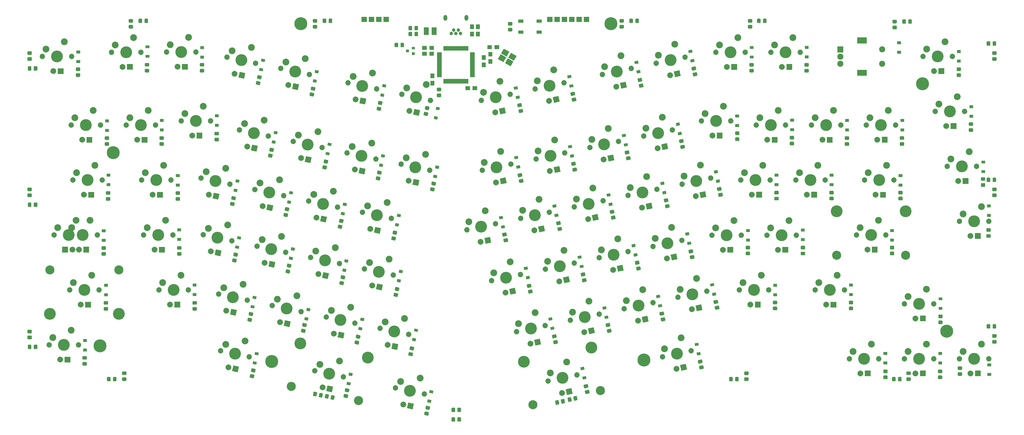
<source format=gbs>
%TF.GenerationSoftware,KiCad,Pcbnew,(5.1.10)-1*%
%TF.CreationDate,2021-09-23T19:03:45-07:00*%
%TF.ProjectId,adelheid,6164656c-6865-4696-942e-6b696361645f,2.0*%
%TF.SameCoordinates,Original*%
%TF.FileFunction,Soldermask,Bot*%
%TF.FilePolarity,Negative*%
%FSLAX46Y46*%
G04 Gerber Fmt 4.6, Leading zero omitted, Abs format (unit mm)*
G04 Created by KiCad (PCBNEW (5.1.10)-1) date 2021-09-23 19:03:45*
%MOMM*%
%LPD*%
G01*
G04 APERTURE LIST*
%ADD10C,2.352000*%
%ADD11C,4.089800*%
%ADD12C,2.007000*%
%ADD13C,1.852000*%
%ADD14C,2.102000*%
%ADD15C,3.150000*%
%ADD16O,1.302000X2.002000*%
%ADD17C,1.202000*%
%ADD18C,4.502000*%
%ADD19C,0.100000*%
G04 APERTURE END LIST*
D10*
X251288104Y-35041314D03*
D11*
X249859800Y-40538400D03*
D10*
X245604962Y-38846049D03*
D12*
X249673744Y-45771438D03*
G36*
G01*
X251374703Y-46383666D02*
X250978632Y-44520295D01*
G75*
G02*
X251017915Y-44459806I49886J10603D01*
G01*
X252881286Y-44063735D01*
G75*
G02*
X252941775Y-44103018I10603J-49886D01*
G01*
X253337846Y-45966389D01*
G75*
G02*
X253298563Y-46026878I-49886J-10603D01*
G01*
X251435192Y-46422949D01*
G75*
G02*
X251374703Y-46383666I-10603J49886D01*
G01*
G37*
D13*
X244890810Y-41594591D03*
X254828790Y-39482209D03*
D10*
X232657204Y-39003714D03*
D11*
X231228900Y-44500800D03*
D10*
X226974062Y-42808449D03*
D12*
X231042844Y-49733838D03*
G36*
G01*
X232743803Y-50346066D02*
X232347732Y-48482695D01*
G75*
G02*
X232387015Y-48422206I49886J10603D01*
G01*
X234250386Y-48026135D01*
G75*
G02*
X234310875Y-48065418I10603J-49886D01*
G01*
X234706946Y-49928789D01*
G75*
G02*
X234667663Y-49989278I-49886J-10603D01*
G01*
X232804292Y-50385349D01*
G75*
G02*
X232743803Y-50346066I-10603J49886D01*
G01*
G37*
D13*
X226259910Y-45556991D03*
X236197890Y-43444609D03*
D14*
X323110000Y-41830000D03*
X323110000Y-36830000D03*
G36*
G01*
X314459000Y-45930000D02*
X314459000Y-43930000D01*
G75*
G02*
X314510000Y-43879000I51000J0D01*
G01*
X317710000Y-43879000D01*
G75*
G02*
X317761000Y-43930000I0J-51000D01*
G01*
X317761000Y-45930000D01*
G75*
G02*
X317710000Y-45981000I-51000J0D01*
G01*
X314510000Y-45981000D01*
G75*
G02*
X314459000Y-45930000I0J51000D01*
G01*
G37*
G36*
G01*
X314459000Y-34730000D02*
X314459000Y-32730000D01*
G75*
G02*
X314510000Y-32679000I51000J0D01*
G01*
X317710000Y-32679000D01*
G75*
G02*
X317761000Y-32730000I0J-51000D01*
G01*
X317761000Y-34730000D01*
G75*
G02*
X317710000Y-34781000I-51000J0D01*
G01*
X314510000Y-34781000D01*
G75*
G02*
X314459000Y-34730000I0J51000D01*
G01*
G37*
X308610000Y-41830000D03*
X308610000Y-39330000D03*
G36*
G01*
X307559000Y-37830000D02*
X307559000Y-35830000D01*
G75*
G02*
X307610000Y-35779000I51000J0D01*
G01*
X309610000Y-35779000D01*
G75*
G02*
X309661000Y-35830000I0J-51000D01*
G01*
X309661000Y-37830000D01*
G75*
G02*
X309610000Y-37881000I-51000J0D01*
G01*
X307610000Y-37881000D01*
G75*
G02*
X307559000Y-37830000I0J51000D01*
G01*
G37*
G36*
G01*
X63470828Y-27550000D02*
X62513172Y-27550000D01*
G75*
G02*
X62241000Y-27277828I0J272172D01*
G01*
X62241000Y-26570172D01*
G75*
G02*
X62513172Y-26298000I272172J0D01*
G01*
X63470828Y-26298000D01*
G75*
G02*
X63743000Y-26570172I0J-272172D01*
G01*
X63743000Y-27277828D01*
G75*
G02*
X63470828Y-27550000I-272172J0D01*
G01*
G37*
G36*
G01*
X63470828Y-29600000D02*
X62513172Y-29600000D01*
G75*
G02*
X62241000Y-29327828I0J272172D01*
G01*
X62241000Y-28620172D01*
G75*
G02*
X62513172Y-28348000I272172J0D01*
G01*
X63470828Y-28348000D01*
G75*
G02*
X63743000Y-28620172I0J-272172D01*
G01*
X63743000Y-29327828D01*
G75*
G02*
X63470828Y-29600000I-272172J0D01*
G01*
G37*
G36*
G01*
X127224828Y-27541000D02*
X126267172Y-27541000D01*
G75*
G02*
X125995000Y-27268828I0J272172D01*
G01*
X125995000Y-26561172D01*
G75*
G02*
X126267172Y-26289000I272172J0D01*
G01*
X127224828Y-26289000D01*
G75*
G02*
X127497000Y-26561172I0J-272172D01*
G01*
X127497000Y-27268828D01*
G75*
G02*
X127224828Y-27541000I-272172J0D01*
G01*
G37*
G36*
G01*
X127224828Y-29591000D02*
X126267172Y-29591000D01*
G75*
G02*
X125995000Y-29318828I0J272172D01*
G01*
X125995000Y-28611172D01*
G75*
G02*
X126267172Y-28339000I272172J0D01*
G01*
X127224828Y-28339000D01*
G75*
G02*
X127497000Y-28611172I0J-272172D01*
G01*
X127497000Y-29318828D01*
G75*
G02*
X127224828Y-29591000I-272172J0D01*
G01*
G37*
G36*
G01*
X327893828Y-27795000D02*
X326936172Y-27795000D01*
G75*
G02*
X326664000Y-27522828I0J272172D01*
G01*
X326664000Y-26815172D01*
G75*
G02*
X326936172Y-26543000I272172J0D01*
G01*
X327893828Y-26543000D01*
G75*
G02*
X328166000Y-26815172I0J-272172D01*
G01*
X328166000Y-27522828D01*
G75*
G02*
X327893828Y-27795000I-272172J0D01*
G01*
G37*
G36*
G01*
X327893828Y-29845000D02*
X326936172Y-29845000D01*
G75*
G02*
X326664000Y-29572828I0J272172D01*
G01*
X326664000Y-28865172D01*
G75*
G02*
X326936172Y-28593000I272172J0D01*
G01*
X327893828Y-28593000D01*
G75*
G02*
X328166000Y-28865172I0J-272172D01*
G01*
X328166000Y-29572828D01*
G75*
G02*
X327893828Y-29845000I-272172J0D01*
G01*
G37*
G36*
G01*
X277846828Y-27541000D02*
X276889172Y-27541000D01*
G75*
G02*
X276617000Y-27268828I0J272172D01*
G01*
X276617000Y-26561172D01*
G75*
G02*
X276889172Y-26289000I272172J0D01*
G01*
X277846828Y-26289000D01*
G75*
G02*
X278119000Y-26561172I0J-272172D01*
G01*
X278119000Y-27268828D01*
G75*
G02*
X277846828Y-27541000I-272172J0D01*
G01*
G37*
G36*
G01*
X277846828Y-29591000D02*
X276889172Y-29591000D01*
G75*
G02*
X276617000Y-29318828I0J272172D01*
G01*
X276617000Y-28611172D01*
G75*
G02*
X276889172Y-28339000I272172J0D01*
G01*
X277846828Y-28339000D01*
G75*
G02*
X278119000Y-28611172I0J-272172D01*
G01*
X278119000Y-29318828D01*
G75*
G02*
X277846828Y-29591000I-272172J0D01*
G01*
G37*
G36*
G01*
X233396828Y-27541000D02*
X232439172Y-27541000D01*
G75*
G02*
X232167000Y-27268828I0J272172D01*
G01*
X232167000Y-26561172D01*
G75*
G02*
X232439172Y-26289000I272172J0D01*
G01*
X233396828Y-26289000D01*
G75*
G02*
X233669000Y-26561172I0J-272172D01*
G01*
X233669000Y-27268828D01*
G75*
G02*
X233396828Y-27541000I-272172J0D01*
G01*
G37*
G36*
G01*
X233396828Y-29591000D02*
X232439172Y-29591000D01*
G75*
G02*
X232167000Y-29318828I0J272172D01*
G01*
X232167000Y-28611172D01*
G75*
G02*
X232439172Y-28339000I272172J0D01*
G01*
X233396828Y-28339000D01*
G75*
G02*
X233669000Y-28611172I0J-272172D01*
G01*
X233669000Y-29318828D01*
G75*
G02*
X233396828Y-29591000I-272172J0D01*
G01*
G37*
G36*
G01*
X361324000Y-35276828D02*
X361324000Y-34319172D01*
G75*
G02*
X361596172Y-34047000I272172J0D01*
G01*
X362303828Y-34047000D01*
G75*
G02*
X362576000Y-34319172I0J-272172D01*
G01*
X362576000Y-35276828D01*
G75*
G02*
X362303828Y-35549000I-272172J0D01*
G01*
X361596172Y-35549000D01*
G75*
G02*
X361324000Y-35276828I0J272172D01*
G01*
G37*
G36*
G01*
X359274000Y-35276828D02*
X359274000Y-34319172D01*
G75*
G02*
X359546172Y-34047000I272172J0D01*
G01*
X360253828Y-34047000D01*
G75*
G02*
X360526000Y-34319172I0J-272172D01*
G01*
X360526000Y-35276828D01*
G75*
G02*
X360253828Y-35549000I-272172J0D01*
G01*
X359546172Y-35549000D01*
G75*
G02*
X359274000Y-35276828I0J272172D01*
G01*
G37*
G36*
G01*
X361324000Y-82520828D02*
X361324000Y-81563172D01*
G75*
G02*
X361596172Y-81291000I272172J0D01*
G01*
X362303828Y-81291000D01*
G75*
G02*
X362576000Y-81563172I0J-272172D01*
G01*
X362576000Y-82520828D01*
G75*
G02*
X362303828Y-82793000I-272172J0D01*
G01*
X361596172Y-82793000D01*
G75*
G02*
X361324000Y-82520828I0J272172D01*
G01*
G37*
G36*
G01*
X359274000Y-82520828D02*
X359274000Y-81563172D01*
G75*
G02*
X359546172Y-81291000I272172J0D01*
G01*
X360253828Y-81291000D01*
G75*
G02*
X360526000Y-81563172I0J-272172D01*
G01*
X360526000Y-82520828D01*
G75*
G02*
X360253828Y-82793000I-272172J0D01*
G01*
X359546172Y-82793000D01*
G75*
G02*
X359274000Y-82520828I0J272172D01*
G01*
G37*
G36*
G01*
X361324000Y-133320828D02*
X361324000Y-132363172D01*
G75*
G02*
X361596172Y-132091000I272172J0D01*
G01*
X362303828Y-132091000D01*
G75*
G02*
X362576000Y-132363172I0J-272172D01*
G01*
X362576000Y-133320828D01*
G75*
G02*
X362303828Y-133593000I-272172J0D01*
G01*
X361596172Y-133593000D01*
G75*
G02*
X361324000Y-133320828I0J272172D01*
G01*
G37*
G36*
G01*
X359274000Y-133320828D02*
X359274000Y-132363172D01*
G75*
G02*
X359546172Y-132091000I272172J0D01*
G01*
X360253828Y-132091000D01*
G75*
G02*
X360526000Y-132363172I0J-272172D01*
G01*
X360526000Y-133320828D01*
G75*
G02*
X360253828Y-133593000I-272172J0D01*
G01*
X359546172Y-133593000D01*
G75*
G02*
X359274000Y-133320828I0J272172D01*
G01*
G37*
G36*
G01*
X331753172Y-150504000D02*
X332710828Y-150504000D01*
G75*
G02*
X332983000Y-150776172I0J-272172D01*
G01*
X332983000Y-151483828D01*
G75*
G02*
X332710828Y-151756000I-272172J0D01*
G01*
X331753172Y-151756000D01*
G75*
G02*
X331481000Y-151483828I0J272172D01*
G01*
X331481000Y-150776172D01*
G75*
G02*
X331753172Y-150504000I272172J0D01*
G01*
G37*
G36*
G01*
X331753172Y-148454000D02*
X332710828Y-148454000D01*
G75*
G02*
X332983000Y-148726172I0J-272172D01*
G01*
X332983000Y-149433828D01*
G75*
G02*
X332710828Y-149706000I-272172J0D01*
G01*
X331753172Y-149706000D01*
G75*
G02*
X331481000Y-149433828I0J272172D01*
G01*
X331481000Y-148726172D01*
G75*
G02*
X331753172Y-148454000I272172J0D01*
G01*
G37*
G36*
G01*
X275619172Y-150513000D02*
X276576828Y-150513000D01*
G75*
G02*
X276849000Y-150785172I0J-272172D01*
G01*
X276849000Y-151492828D01*
G75*
G02*
X276576828Y-151765000I-272172J0D01*
G01*
X275619172Y-151765000D01*
G75*
G02*
X275347000Y-151492828I0J272172D01*
G01*
X275347000Y-150785172D01*
G75*
G02*
X275619172Y-150513000I272172J0D01*
G01*
G37*
G36*
G01*
X275619172Y-148463000D02*
X276576828Y-148463000D01*
G75*
G02*
X276849000Y-148735172I0J-272172D01*
G01*
X276849000Y-149442828D01*
G75*
G02*
X276576828Y-149715000I-272172J0D01*
G01*
X275619172Y-149715000D01*
G75*
G02*
X275347000Y-149442828I0J272172D01*
G01*
X275347000Y-148735172D01*
G75*
G02*
X275619172Y-148463000I272172J0D01*
G01*
G37*
G36*
G01*
X215410165Y-157602592D02*
X215609273Y-158539320D01*
G75*
G02*
X215399637Y-158862132I-266224J-56588D01*
G01*
X214707445Y-159009262D01*
G75*
G02*
X214384633Y-158799626I-56588J266224D01*
G01*
X214185525Y-157862898D01*
G75*
G02*
X214395161Y-157540086I266224J56588D01*
G01*
X215087353Y-157392956D01*
G75*
G02*
X215410165Y-157602592I56588J-266224D01*
G01*
G37*
G36*
G01*
X217415367Y-157176374D02*
X217614475Y-158113102D01*
G75*
G02*
X217404839Y-158435914I-266224J-56588D01*
G01*
X216712647Y-158583044D01*
G75*
G02*
X216389835Y-158373408I-56588J266224D01*
G01*
X216190727Y-157436680D01*
G75*
G02*
X216400363Y-157113868I266224J56588D01*
G01*
X217092555Y-156966738D01*
G75*
G02*
X217415367Y-157176374I56588J-266224D01*
G01*
G37*
G36*
G01*
X176049000Y-162276828D02*
X176049000Y-161319172D01*
G75*
G02*
X176321172Y-161047000I272172J0D01*
G01*
X177028828Y-161047000D01*
G75*
G02*
X177301000Y-161319172I0J-272172D01*
G01*
X177301000Y-162276828D01*
G75*
G02*
X177028828Y-162549000I-272172J0D01*
G01*
X176321172Y-162549000D01*
G75*
G02*
X176049000Y-162276828I0J272172D01*
G01*
G37*
G36*
G01*
X173999000Y-162276828D02*
X173999000Y-161319172D01*
G75*
G02*
X174271172Y-161047000I272172J0D01*
G01*
X174978828Y-161047000D01*
G75*
G02*
X175251000Y-161319172I0J-272172D01*
G01*
X175251000Y-162276828D01*
G75*
G02*
X174978828Y-162549000I-272172J0D01*
G01*
X174271172Y-162549000D01*
G75*
G02*
X173999000Y-162276828I0J272172D01*
G01*
G37*
G36*
G01*
X131548672Y-156736883D02*
X131349564Y-157673611D01*
G75*
G02*
X131026752Y-157883247I-266224J56588D01*
G01*
X130334560Y-157736117D01*
G75*
G02*
X130124924Y-157413305I56588J266224D01*
G01*
X130324032Y-156476577D01*
G75*
G02*
X130646844Y-156266941I266224J-56588D01*
G01*
X131339036Y-156414071D01*
G75*
G02*
X131548672Y-156736883I-56588J-266224D01*
G01*
G37*
G36*
G01*
X133553874Y-157163101D02*
X133354766Y-158099829D01*
G75*
G02*
X133031954Y-158309465I-266224J56588D01*
G01*
X132339762Y-158162335D01*
G75*
G02*
X132130126Y-157839523I56588J266224D01*
G01*
X132329234Y-156902795D01*
G75*
G02*
X132652046Y-156693159I266224J-56588D01*
G01*
X133344238Y-156840289D01*
G75*
G02*
X133553874Y-157163101I-56588J-266224D01*
G01*
G37*
G36*
G01*
X60227172Y-150504000D02*
X61184828Y-150504000D01*
G75*
G02*
X61457000Y-150776172I0J-272172D01*
G01*
X61457000Y-151483828D01*
G75*
G02*
X61184828Y-151756000I-272172J0D01*
G01*
X60227172Y-151756000D01*
G75*
G02*
X59955000Y-151483828I0J272172D01*
G01*
X59955000Y-150776172D01*
G75*
G02*
X60227172Y-150504000I272172J0D01*
G01*
G37*
G36*
G01*
X60227172Y-148454000D02*
X61184828Y-148454000D01*
G75*
G02*
X61457000Y-148726172I0J-272172D01*
G01*
X61457000Y-149433828D01*
G75*
G02*
X61184828Y-149706000I-272172J0D01*
G01*
X60227172Y-149706000D01*
G75*
G02*
X59955000Y-149433828I0J272172D01*
G01*
X59955000Y-148726172D01*
G75*
G02*
X60227172Y-148454000I272172J0D01*
G01*
G37*
G36*
G01*
X28566000Y-139475172D02*
X28566000Y-140432828D01*
G75*
G02*
X28293828Y-140705000I-272172J0D01*
G01*
X27586172Y-140705000D01*
G75*
G02*
X27314000Y-140432828I0J272172D01*
G01*
X27314000Y-139475172D01*
G75*
G02*
X27586172Y-139203000I272172J0D01*
G01*
X28293828Y-139203000D01*
G75*
G02*
X28566000Y-139475172I0J-272172D01*
G01*
G37*
G36*
G01*
X30616000Y-139475172D02*
X30616000Y-140432828D01*
G75*
G02*
X30343828Y-140705000I-272172J0D01*
G01*
X29636172Y-140705000D01*
G75*
G02*
X29364000Y-140432828I0J272172D01*
G01*
X29364000Y-139475172D01*
G75*
G02*
X29636172Y-139203000I272172J0D01*
G01*
X30343828Y-139203000D01*
G75*
G02*
X30616000Y-139475172I0J-272172D01*
G01*
G37*
G36*
G01*
X28566000Y-90199172D02*
X28566000Y-91156828D01*
G75*
G02*
X28293828Y-91429000I-272172J0D01*
G01*
X27586172Y-91429000D01*
G75*
G02*
X27314000Y-91156828I0J272172D01*
G01*
X27314000Y-90199172D01*
G75*
G02*
X27586172Y-89927000I272172J0D01*
G01*
X28293828Y-89927000D01*
G75*
G02*
X28566000Y-90199172I0J-272172D01*
G01*
G37*
G36*
G01*
X30616000Y-90199172D02*
X30616000Y-91156828D01*
G75*
G02*
X30343828Y-91429000I-272172J0D01*
G01*
X29636172Y-91429000D01*
G75*
G02*
X29364000Y-91156828I0J272172D01*
G01*
X29364000Y-90199172D01*
G75*
G02*
X29636172Y-89927000I272172J0D01*
G01*
X30343828Y-89927000D01*
G75*
G02*
X30616000Y-90199172I0J-272172D01*
G01*
G37*
G36*
G01*
X28566000Y-42955172D02*
X28566000Y-43912828D01*
G75*
G02*
X28293828Y-44185000I-272172J0D01*
G01*
X27586172Y-44185000D01*
G75*
G02*
X27314000Y-43912828I0J272172D01*
G01*
X27314000Y-42955172D01*
G75*
G02*
X27586172Y-42683000I272172J0D01*
G01*
X28293828Y-42683000D01*
G75*
G02*
X28566000Y-42955172I0J-272172D01*
G01*
G37*
G36*
G01*
X30616000Y-42955172D02*
X30616000Y-43912828D01*
G75*
G02*
X30343828Y-44185000I-272172J0D01*
G01*
X29636172Y-44185000D01*
G75*
G02*
X29364000Y-43912828I0J272172D01*
G01*
X29364000Y-42955172D01*
G75*
G02*
X29636172Y-42683000I272172J0D01*
G01*
X30343828Y-42683000D01*
G75*
G02*
X30616000Y-42955172I0J-272172D01*
G01*
G37*
G36*
G01*
X67709000Y-27402828D02*
X67709000Y-26445172D01*
G75*
G02*
X67981172Y-26173000I272172J0D01*
G01*
X68688828Y-26173000D01*
G75*
G02*
X68961000Y-26445172I0J-272172D01*
G01*
X68961000Y-27402828D01*
G75*
G02*
X68688828Y-27675000I-272172J0D01*
G01*
X67981172Y-27675000D01*
G75*
G02*
X67709000Y-27402828I0J272172D01*
G01*
G37*
G36*
G01*
X65659000Y-27402828D02*
X65659000Y-26445172D01*
G75*
G02*
X65931172Y-26173000I272172J0D01*
G01*
X66638828Y-26173000D01*
G75*
G02*
X66911000Y-26445172I0J-272172D01*
G01*
X66911000Y-27402828D01*
G75*
G02*
X66638828Y-27675000I-272172J0D01*
G01*
X65931172Y-27675000D01*
G75*
G02*
X65659000Y-27402828I0J272172D01*
G01*
G37*
G36*
G01*
X131463000Y-27393828D02*
X131463000Y-26436172D01*
G75*
G02*
X131735172Y-26164000I272172J0D01*
G01*
X132442828Y-26164000D01*
G75*
G02*
X132715000Y-26436172I0J-272172D01*
G01*
X132715000Y-27393828D01*
G75*
G02*
X132442828Y-27666000I-272172J0D01*
G01*
X131735172Y-27666000D01*
G75*
G02*
X131463000Y-27393828I0J272172D01*
G01*
G37*
G36*
G01*
X129413000Y-27393828D02*
X129413000Y-26436172D01*
G75*
G02*
X129685172Y-26164000I272172J0D01*
G01*
X130392828Y-26164000D01*
G75*
G02*
X130665000Y-26436172I0J-272172D01*
G01*
X130665000Y-27393828D01*
G75*
G02*
X130392828Y-27666000I-272172J0D01*
G01*
X129685172Y-27666000D01*
G75*
G02*
X129413000Y-27393828I0J272172D01*
G01*
G37*
G36*
G01*
X332123000Y-27656828D02*
X332123000Y-26699172D01*
G75*
G02*
X332395172Y-26427000I272172J0D01*
G01*
X333102828Y-26427000D01*
G75*
G02*
X333375000Y-26699172I0J-272172D01*
G01*
X333375000Y-27656828D01*
G75*
G02*
X333102828Y-27929000I-272172J0D01*
G01*
X332395172Y-27929000D01*
G75*
G02*
X332123000Y-27656828I0J272172D01*
G01*
G37*
G36*
G01*
X330073000Y-27656828D02*
X330073000Y-26699172D01*
G75*
G02*
X330345172Y-26427000I272172J0D01*
G01*
X331052828Y-26427000D01*
G75*
G02*
X331325000Y-26699172I0J-272172D01*
G01*
X331325000Y-27656828D01*
G75*
G02*
X331052828Y-27929000I-272172J0D01*
G01*
X330345172Y-27929000D01*
G75*
G02*
X330073000Y-27656828I0J272172D01*
G01*
G37*
G36*
G01*
X281831000Y-27402828D02*
X281831000Y-26445172D01*
G75*
G02*
X282103172Y-26173000I272172J0D01*
G01*
X282810828Y-26173000D01*
G75*
G02*
X283083000Y-26445172I0J-272172D01*
G01*
X283083000Y-27402828D01*
G75*
G02*
X282810828Y-27675000I-272172J0D01*
G01*
X282103172Y-27675000D01*
G75*
G02*
X281831000Y-27402828I0J272172D01*
G01*
G37*
G36*
G01*
X279781000Y-27402828D02*
X279781000Y-26445172D01*
G75*
G02*
X280053172Y-26173000I272172J0D01*
G01*
X280760828Y-26173000D01*
G75*
G02*
X281033000Y-26445172I0J-272172D01*
G01*
X281033000Y-27402828D01*
G75*
G02*
X280760828Y-27675000I-272172J0D01*
G01*
X280053172Y-27675000D01*
G75*
G02*
X279781000Y-27402828I0J272172D01*
G01*
G37*
G36*
G01*
X237626000Y-27402828D02*
X237626000Y-26445172D01*
G75*
G02*
X237898172Y-26173000I272172J0D01*
G01*
X238605828Y-26173000D01*
G75*
G02*
X238878000Y-26445172I0J-272172D01*
G01*
X238878000Y-27402828D01*
G75*
G02*
X238605828Y-27675000I-272172J0D01*
G01*
X237898172Y-27675000D01*
G75*
G02*
X237626000Y-27402828I0J272172D01*
G01*
G37*
G36*
G01*
X235576000Y-27402828D02*
X235576000Y-26445172D01*
G75*
G02*
X235848172Y-26173000I272172J0D01*
G01*
X236555828Y-26173000D01*
G75*
G02*
X236828000Y-26445172I0J-272172D01*
G01*
X236828000Y-27402828D01*
G75*
G02*
X236555828Y-27675000I-272172J0D01*
G01*
X235848172Y-27675000D01*
G75*
G02*
X235576000Y-27402828I0J272172D01*
G01*
G37*
G36*
G01*
X361471172Y-39515000D02*
X362428828Y-39515000D01*
G75*
G02*
X362701000Y-39787172I0J-272172D01*
G01*
X362701000Y-40494828D01*
G75*
G02*
X362428828Y-40767000I-272172J0D01*
G01*
X361471172Y-40767000D01*
G75*
G02*
X361199000Y-40494828I0J272172D01*
G01*
X361199000Y-39787172D01*
G75*
G02*
X361471172Y-39515000I272172J0D01*
G01*
G37*
G36*
G01*
X361471172Y-37465000D02*
X362428828Y-37465000D01*
G75*
G02*
X362701000Y-37737172I0J-272172D01*
G01*
X362701000Y-38444828D01*
G75*
G02*
X362428828Y-38717000I-272172J0D01*
G01*
X361471172Y-38717000D01*
G75*
G02*
X361199000Y-38444828I0J272172D01*
G01*
X361199000Y-37737172D01*
G75*
G02*
X361471172Y-37465000I272172J0D01*
G01*
G37*
G36*
G01*
X361471172Y-86768000D02*
X362428828Y-86768000D01*
G75*
G02*
X362701000Y-87040172I0J-272172D01*
G01*
X362701000Y-87747828D01*
G75*
G02*
X362428828Y-88020000I-272172J0D01*
G01*
X361471172Y-88020000D01*
G75*
G02*
X361199000Y-87747828I0J272172D01*
G01*
X361199000Y-87040172D01*
G75*
G02*
X361471172Y-86768000I272172J0D01*
G01*
G37*
G36*
G01*
X361471172Y-84718000D02*
X362428828Y-84718000D01*
G75*
G02*
X362701000Y-84990172I0J-272172D01*
G01*
X362701000Y-85697828D01*
G75*
G02*
X362428828Y-85970000I-272172J0D01*
G01*
X361471172Y-85970000D01*
G75*
G02*
X361199000Y-85697828I0J272172D01*
G01*
X361199000Y-84990172D01*
G75*
G02*
X361471172Y-84718000I272172J0D01*
G01*
G37*
G36*
G01*
X361471172Y-137568000D02*
X362428828Y-137568000D01*
G75*
G02*
X362701000Y-137840172I0J-272172D01*
G01*
X362701000Y-138547828D01*
G75*
G02*
X362428828Y-138820000I-272172J0D01*
G01*
X361471172Y-138820000D01*
G75*
G02*
X361199000Y-138547828I0J272172D01*
G01*
X361199000Y-137840172D01*
G75*
G02*
X361471172Y-137568000I272172J0D01*
G01*
G37*
G36*
G01*
X361471172Y-135518000D02*
X362428828Y-135518000D01*
G75*
G02*
X362701000Y-135790172I0J-272172D01*
G01*
X362701000Y-136497828D01*
G75*
G02*
X362428828Y-136770000I-272172J0D01*
G01*
X361471172Y-136770000D01*
G75*
G02*
X361199000Y-136497828I0J272172D01*
G01*
X361199000Y-135790172D01*
G75*
G02*
X361471172Y-135518000I272172J0D01*
G01*
G37*
G36*
G01*
X327760000Y-150651172D02*
X327760000Y-151608828D01*
G75*
G02*
X327487828Y-151881000I-272172J0D01*
G01*
X326780172Y-151881000D01*
G75*
G02*
X326508000Y-151608828I0J272172D01*
G01*
X326508000Y-150651172D01*
G75*
G02*
X326780172Y-150379000I272172J0D01*
G01*
X327487828Y-150379000D01*
G75*
G02*
X327760000Y-150651172I0J-272172D01*
G01*
G37*
G36*
G01*
X329810000Y-150651172D02*
X329810000Y-151608828D01*
G75*
G02*
X329537828Y-151881000I-272172J0D01*
G01*
X328830172Y-151881000D01*
G75*
G02*
X328558000Y-151608828I0J272172D01*
G01*
X328558000Y-150651172D01*
G75*
G02*
X328830172Y-150379000I272172J0D01*
G01*
X329537828Y-150379000D01*
G75*
G02*
X329810000Y-150651172I0J-272172D01*
G01*
G37*
G36*
G01*
X271381000Y-150651172D02*
X271381000Y-151608828D01*
G75*
G02*
X271108828Y-151881000I-272172J0D01*
G01*
X270401172Y-151881000D01*
G75*
G02*
X270129000Y-151608828I0J272172D01*
G01*
X270129000Y-150651172D01*
G75*
G02*
X270401172Y-150379000I272172J0D01*
G01*
X271108828Y-150379000D01*
G75*
G02*
X271381000Y-150651172I0J-272172D01*
G01*
G37*
G36*
G01*
X273431000Y-150651172D02*
X273431000Y-151608828D01*
G75*
G02*
X273158828Y-151881000I-272172J0D01*
G01*
X272451172Y-151881000D01*
G75*
G02*
X272179000Y-151608828I0J272172D01*
G01*
X272179000Y-150651172D01*
G75*
G02*
X272451172Y-150379000I272172J0D01*
G01*
X273158828Y-150379000D01*
G75*
G02*
X273431000Y-150651172I0J-272172D01*
G01*
G37*
G36*
G01*
X211092165Y-158618592D02*
X211291273Y-159555320D01*
G75*
G02*
X211081637Y-159878132I-266224J-56588D01*
G01*
X210389445Y-160025262D01*
G75*
G02*
X210066633Y-159815626I-56588J266224D01*
G01*
X209867525Y-158878898D01*
G75*
G02*
X210077161Y-158556086I266224J56588D01*
G01*
X210769353Y-158408956D01*
G75*
G02*
X211092165Y-158618592I56588J-266224D01*
G01*
G37*
G36*
G01*
X213097367Y-158192374D02*
X213296475Y-159129102D01*
G75*
G02*
X213086839Y-159451914I-266224J-56588D01*
G01*
X212394647Y-159599044D01*
G75*
G02*
X212071835Y-159389408I-56588J266224D01*
G01*
X211872727Y-158452680D01*
G75*
G02*
X212082363Y-158129868I266224J56588D01*
G01*
X212774555Y-157982738D01*
G75*
G02*
X213097367Y-158192374I56588J-266224D01*
G01*
G37*
G36*
G01*
X175251000Y-164621172D02*
X175251000Y-165578828D01*
G75*
G02*
X174978828Y-165851000I-272172J0D01*
G01*
X174271172Y-165851000D01*
G75*
G02*
X173999000Y-165578828I0J272172D01*
G01*
X173999000Y-164621172D01*
G75*
G02*
X174271172Y-164349000I272172J0D01*
G01*
X174978828Y-164349000D01*
G75*
G02*
X175251000Y-164621172I0J-272172D01*
G01*
G37*
G36*
G01*
X177301000Y-164621172D02*
X177301000Y-165578828D01*
G75*
G02*
X177028828Y-165851000I-272172J0D01*
G01*
X176321172Y-165851000D01*
G75*
G02*
X176049000Y-165578828I0J272172D01*
G01*
X176049000Y-164621172D01*
G75*
G02*
X176321172Y-164349000I272172J0D01*
G01*
X177028828Y-164349000D01*
G75*
G02*
X177301000Y-164621172I0J-272172D01*
G01*
G37*
G36*
G01*
X127484672Y-155953571D02*
X127285564Y-156890299D01*
G75*
G02*
X126962752Y-157099935I-266224J56588D01*
G01*
X126270560Y-156952805D01*
G75*
G02*
X126060924Y-156629993I56588J266224D01*
G01*
X126260032Y-155693265D01*
G75*
G02*
X126582844Y-155483629I266224J-56588D01*
G01*
X127275036Y-155630759D01*
G75*
G02*
X127484672Y-155953571I-56588J-266224D01*
G01*
G37*
G36*
G01*
X129489874Y-156379789D02*
X129290766Y-157316517D01*
G75*
G02*
X128967954Y-157526153I-266224J56588D01*
G01*
X128275762Y-157379023D01*
G75*
G02*
X128066126Y-157056211I56588J266224D01*
G01*
X128265234Y-156119483D01*
G75*
G02*
X128588046Y-155909847I266224J-56588D01*
G01*
X129280238Y-156056977D01*
G75*
G02*
X129489874Y-156379789I-56588J-266224D01*
G01*
G37*
G36*
G01*
X55980000Y-150651172D02*
X55980000Y-151608828D01*
G75*
G02*
X55707828Y-151881000I-272172J0D01*
G01*
X55000172Y-151881000D01*
G75*
G02*
X54728000Y-151608828I0J272172D01*
G01*
X54728000Y-150651172D01*
G75*
G02*
X55000172Y-150379000I272172J0D01*
G01*
X55707828Y-150379000D01*
G75*
G02*
X55980000Y-150651172I0J-272172D01*
G01*
G37*
G36*
G01*
X58030000Y-150651172D02*
X58030000Y-151608828D01*
G75*
G02*
X57757828Y-151881000I-272172J0D01*
G01*
X57050172Y-151881000D01*
G75*
G02*
X56778000Y-151608828I0J272172D01*
G01*
X56778000Y-150651172D01*
G75*
G02*
X57050172Y-150379000I272172J0D01*
G01*
X57757828Y-150379000D01*
G75*
G02*
X58030000Y-150651172I0J-272172D01*
G01*
G37*
G36*
G01*
X28418828Y-135246000D02*
X27461172Y-135246000D01*
G75*
G02*
X27189000Y-134973828I0J272172D01*
G01*
X27189000Y-134266172D01*
G75*
G02*
X27461172Y-133994000I272172J0D01*
G01*
X28418828Y-133994000D01*
G75*
G02*
X28691000Y-134266172I0J-272172D01*
G01*
X28691000Y-134973828D01*
G75*
G02*
X28418828Y-135246000I-272172J0D01*
G01*
G37*
G36*
G01*
X28418828Y-137296000D02*
X27461172Y-137296000D01*
G75*
G02*
X27189000Y-137023828I0J272172D01*
G01*
X27189000Y-136316172D01*
G75*
G02*
X27461172Y-136044000I272172J0D01*
G01*
X28418828Y-136044000D01*
G75*
G02*
X28691000Y-136316172I0J-272172D01*
G01*
X28691000Y-137023828D01*
G75*
G02*
X28418828Y-137296000I-272172J0D01*
G01*
G37*
G36*
G01*
X28418828Y-85970000D02*
X27461172Y-85970000D01*
G75*
G02*
X27189000Y-85697828I0J272172D01*
G01*
X27189000Y-84990172D01*
G75*
G02*
X27461172Y-84718000I272172J0D01*
G01*
X28418828Y-84718000D01*
G75*
G02*
X28691000Y-84990172I0J-272172D01*
G01*
X28691000Y-85697828D01*
G75*
G02*
X28418828Y-85970000I-272172J0D01*
G01*
G37*
G36*
G01*
X28418828Y-88020000D02*
X27461172Y-88020000D01*
G75*
G02*
X27189000Y-87747828I0J272172D01*
G01*
X27189000Y-87040172D01*
G75*
G02*
X27461172Y-86768000I272172J0D01*
G01*
X28418828Y-86768000D01*
G75*
G02*
X28691000Y-87040172I0J-272172D01*
G01*
X28691000Y-87747828D01*
G75*
G02*
X28418828Y-88020000I-272172J0D01*
G01*
G37*
G36*
G01*
X28418828Y-38726000D02*
X27461172Y-38726000D01*
G75*
G02*
X27189000Y-38453828I0J272172D01*
G01*
X27189000Y-37746172D01*
G75*
G02*
X27461172Y-37474000I272172J0D01*
G01*
X28418828Y-37474000D01*
G75*
G02*
X28691000Y-37746172I0J-272172D01*
G01*
X28691000Y-38453828D01*
G75*
G02*
X28418828Y-38726000I-272172J0D01*
G01*
G37*
G36*
G01*
X28418828Y-40776000D02*
X27461172Y-40776000D01*
G75*
G02*
X27189000Y-40503828I0J272172D01*
G01*
X27189000Y-39796172D01*
G75*
G02*
X27461172Y-39524000I272172J0D01*
G01*
X28418828Y-39524000D01*
G75*
G02*
X28691000Y-39796172I0J-272172D01*
G01*
X28691000Y-40503828D01*
G75*
G02*
X28418828Y-40776000I-272172J0D01*
G01*
G37*
D10*
X190747204Y-47919114D03*
D11*
X189318900Y-53416200D03*
D10*
X185064062Y-51723849D03*
D12*
X189132844Y-58649238D03*
G36*
G01*
X190833803Y-59261466D02*
X190437732Y-57398095D01*
G75*
G02*
X190477015Y-57337606I49886J10603D01*
G01*
X192340386Y-56941535D01*
G75*
G02*
X192400875Y-56980818I10603J-49886D01*
G01*
X192796946Y-58844189D01*
G75*
G02*
X192757663Y-58904678I-49886J-10603D01*
G01*
X190894292Y-59300749D01*
G75*
G02*
X190833803Y-59261466I-10603J49886D01*
G01*
G37*
D13*
X184349910Y-54472391D03*
X194287890Y-52360009D03*
D10*
X135176186Y-144822206D03*
D11*
X131635500Y-149263100D03*
D10*
X128436853Y-145986462D03*
D12*
X129337061Y-153968042D03*
G36*
G01*
X130641949Y-155219185D02*
X131038020Y-153355814D01*
G75*
G02*
X131098509Y-153316531I49886J-10603D01*
G01*
X132961880Y-153712602D01*
G75*
G02*
X133001163Y-153773091I-10603J-49886D01*
G01*
X132605092Y-155636462D01*
G75*
G02*
X132544603Y-155675745I-49886J10603D01*
G01*
X130681232Y-155279674D01*
G75*
G02*
X130641949Y-155219185I10603J49886D01*
G01*
G37*
D13*
X126666510Y-148206909D03*
X136604490Y-150319291D03*
D15*
X118506111Y-153613411D03*
X141860363Y-158577511D03*
D11*
X121674685Y-138706442D03*
X145028937Y-143670541D03*
D10*
X321779900Y-96100900D03*
D11*
X319239900Y-101180900D03*
D10*
X315429900Y-98640900D03*
D12*
X317969900Y-106260900D03*
G36*
G01*
X319506400Y-107213400D02*
X319506400Y-105308400D01*
G75*
G02*
X319557400Y-105257400I51000J0D01*
G01*
X321462400Y-105257400D01*
G75*
G02*
X321513400Y-105308400I0J-51000D01*
G01*
X321513400Y-107213400D01*
G75*
G02*
X321462400Y-107264400I-51000J0D01*
G01*
X319557400Y-107264400D01*
G75*
G02*
X319506400Y-107213400I0J51000D01*
G01*
G37*
D13*
X314159900Y-101180900D03*
X324319900Y-101180900D03*
D15*
X307301900Y-108165900D03*
X331177900Y-108165900D03*
D11*
X307301900Y-92925900D03*
X331177900Y-92925900D03*
D16*
X179176700Y-25863200D03*
X171876700Y-25863200D03*
D17*
X177126700Y-31283200D03*
X176326700Y-30083200D03*
X175526700Y-31283200D03*
X174726700Y-30083200D03*
X173926700Y-31283200D03*
D10*
X44056300Y-96100900D03*
D11*
X41516300Y-101180900D03*
D10*
X37706300Y-98640900D03*
D12*
X42786300Y-106260900D03*
G36*
G01*
X39242800Y-107213400D02*
X39242800Y-105308400D01*
G75*
G02*
X39293800Y-105257400I51000J0D01*
G01*
X41198800Y-105257400D01*
G75*
G02*
X41249800Y-105308400I0J-51000D01*
G01*
X41249800Y-107213400D01*
G75*
G02*
X41198800Y-107264400I-51000J0D01*
G01*
X39293800Y-107264400D01*
G75*
G02*
X39242800Y-107213400I0J51000D01*
G01*
G37*
D13*
X36436300Y-101180900D03*
X46596300Y-101180900D03*
D10*
X50520600Y-77063600D03*
D11*
X47980600Y-82143600D03*
D10*
X44170600Y-79603600D03*
D12*
X46710600Y-87223600D03*
G36*
G01*
X48247100Y-88176100D02*
X48247100Y-86271100D01*
G75*
G02*
X48298100Y-86220100I51000J0D01*
G01*
X50203100Y-86220100D01*
G75*
G02*
X50254100Y-86271100I0J-51000D01*
G01*
X50254100Y-88176100D01*
G75*
G02*
X50203100Y-88227100I-51000J0D01*
G01*
X48298100Y-88227100D01*
G75*
G02*
X48247100Y-88176100I0J51000D01*
G01*
G37*
D13*
X42900600Y-82143600D03*
X53060600Y-82143600D03*
D10*
X253459804Y-136806414D03*
D11*
X252031500Y-142303500D03*
D10*
X247776662Y-140611149D03*
D12*
X251845444Y-147536538D03*
G36*
G01*
X253546403Y-148148766D02*
X253150332Y-146285395D01*
G75*
G02*
X253189615Y-146224906I49886J10603D01*
G01*
X255052986Y-145828835D01*
G75*
G02*
X255113475Y-145868118I10603J-49886D01*
G01*
X255509546Y-147731489D01*
G75*
G02*
X255470263Y-147791978I-49886J-10603D01*
G01*
X253606892Y-148188049D01*
G75*
G02*
X253546403Y-148148766I-10603J49886D01*
G01*
G37*
D13*
X247062510Y-143359691D03*
X257000490Y-141247309D03*
D10*
X42316400Y-134213600D03*
D11*
X39776400Y-139293600D03*
D10*
X35966400Y-136753600D03*
D12*
X38506400Y-144373600D03*
G36*
G01*
X40042900Y-145326100D02*
X40042900Y-143421100D01*
G75*
G02*
X40093900Y-143370100I51000J0D01*
G01*
X41998900Y-143370100D01*
G75*
G02*
X42049900Y-143421100I0J-51000D01*
G01*
X42049900Y-145326100D01*
G75*
G02*
X41998900Y-145377100I-51000J0D01*
G01*
X40093900Y-145377100D01*
G75*
G02*
X40042900Y-145326100I0J51000D01*
G01*
G37*
D13*
X34696400Y-139293600D03*
X44856400Y-139293600D03*
G36*
G01*
X350490828Y-147946000D02*
X349533172Y-147946000D01*
G75*
G02*
X349261000Y-147673828I0J272172D01*
G01*
X349261000Y-146966172D01*
G75*
G02*
X349533172Y-146694000I272172J0D01*
G01*
X350490828Y-146694000D01*
G75*
G02*
X350763000Y-146966172I0J-272172D01*
G01*
X350763000Y-147673828D01*
G75*
G02*
X350490828Y-147946000I-272172J0D01*
G01*
G37*
G36*
G01*
X350490828Y-149996000D02*
X349533172Y-149996000D01*
G75*
G02*
X349261000Y-149723828I0J272172D01*
G01*
X349261000Y-149016172D01*
G75*
G02*
X349533172Y-148744000I272172J0D01*
G01*
X350490828Y-148744000D01*
G75*
G02*
X350763000Y-149016172I0J-272172D01*
G01*
X350763000Y-149723828D01*
G75*
G02*
X350490828Y-149996000I-272172J0D01*
G01*
G37*
G36*
G01*
X360396828Y-100067000D02*
X359439172Y-100067000D01*
G75*
G02*
X359167000Y-99794828I0J272172D01*
G01*
X359167000Y-99087172D01*
G75*
G02*
X359439172Y-98815000I272172J0D01*
G01*
X360396828Y-98815000D01*
G75*
G02*
X360669000Y-99087172I0J-272172D01*
G01*
X360669000Y-99794828D01*
G75*
G02*
X360396828Y-100067000I-272172J0D01*
G01*
G37*
G36*
G01*
X360396828Y-102117000D02*
X359439172Y-102117000D01*
G75*
G02*
X359167000Y-101844828I0J272172D01*
G01*
X359167000Y-101137172D01*
G75*
G02*
X359439172Y-100865000I272172J0D01*
G01*
X360396828Y-100865000D01*
G75*
G02*
X360669000Y-101137172I0J-272172D01*
G01*
X360669000Y-101844828D01*
G75*
G02*
X360396828Y-102117000I-272172J0D01*
G01*
G37*
G36*
G01*
X358491828Y-82396000D02*
X357534172Y-82396000D01*
G75*
G02*
X357262000Y-82123828I0J272172D01*
G01*
X357262000Y-81416172D01*
G75*
G02*
X357534172Y-81144000I272172J0D01*
G01*
X358491828Y-81144000D01*
G75*
G02*
X358764000Y-81416172I0J-272172D01*
G01*
X358764000Y-82123828D01*
G75*
G02*
X358491828Y-82396000I-272172J0D01*
G01*
G37*
G36*
G01*
X358491828Y-84446000D02*
X357534172Y-84446000D01*
G75*
G02*
X357262000Y-84173828I0J272172D01*
G01*
X357262000Y-83466172D01*
G75*
G02*
X357534172Y-83194000I272172J0D01*
G01*
X358491828Y-83194000D01*
G75*
G02*
X358764000Y-83466172I0J-272172D01*
G01*
X358764000Y-84173828D01*
G75*
G02*
X358491828Y-84446000I-272172J0D01*
G01*
G37*
G36*
G01*
X354300828Y-63346000D02*
X353343172Y-63346000D01*
G75*
G02*
X353071000Y-63073828I0J272172D01*
G01*
X353071000Y-62366172D01*
G75*
G02*
X353343172Y-62094000I272172J0D01*
G01*
X354300828Y-62094000D01*
G75*
G02*
X354573000Y-62366172I0J-272172D01*
G01*
X354573000Y-63073828D01*
G75*
G02*
X354300828Y-63346000I-272172J0D01*
G01*
G37*
G36*
G01*
X354300828Y-65396000D02*
X353343172Y-65396000D01*
G75*
G02*
X353071000Y-65123828I0J272172D01*
G01*
X353071000Y-64416172D01*
G75*
G02*
X353343172Y-64144000I272172J0D01*
G01*
X354300828Y-64144000D01*
G75*
G02*
X354573000Y-64416172I0J-272172D01*
G01*
X354573000Y-65123828D01*
G75*
G02*
X354300828Y-65396000I-272172J0D01*
G01*
G37*
G36*
G01*
X330424828Y-68172000D02*
X329467172Y-68172000D01*
G75*
G02*
X329195000Y-67899828I0J272172D01*
G01*
X329195000Y-67192172D01*
G75*
G02*
X329467172Y-66920000I272172J0D01*
G01*
X330424828Y-66920000D01*
G75*
G02*
X330697000Y-67192172I0J-272172D01*
G01*
X330697000Y-67899828D01*
G75*
G02*
X330424828Y-68172000I-272172J0D01*
G01*
G37*
G36*
G01*
X330424828Y-70222000D02*
X329467172Y-70222000D01*
G75*
G02*
X329195000Y-69949828I0J272172D01*
G01*
X329195000Y-69242172D01*
G75*
G02*
X329467172Y-68970000I272172J0D01*
G01*
X330424828Y-68970000D01*
G75*
G02*
X330697000Y-69242172I0J-272172D01*
G01*
X330697000Y-69949828D01*
G75*
G02*
X330424828Y-70222000I-272172J0D01*
G01*
G37*
G36*
G01*
X350109828Y-44314000D02*
X349152172Y-44314000D01*
G75*
G02*
X348880000Y-44041828I0J272172D01*
G01*
X348880000Y-43334172D01*
G75*
G02*
X349152172Y-43062000I272172J0D01*
G01*
X350109828Y-43062000D01*
G75*
G02*
X350382000Y-43334172I0J-272172D01*
G01*
X350382000Y-44041828D01*
G75*
G02*
X350109828Y-44314000I-272172J0D01*
G01*
G37*
G36*
G01*
X350109828Y-46364000D02*
X349152172Y-46364000D01*
G75*
G02*
X348880000Y-46091828I0J272172D01*
G01*
X348880000Y-45384172D01*
G75*
G02*
X349152172Y-45112000I272172J0D01*
G01*
X350109828Y-45112000D01*
G75*
G02*
X350382000Y-45384172I0J-272172D01*
G01*
X350382000Y-46091828D01*
G75*
G02*
X350109828Y-46364000I-272172J0D01*
G01*
G37*
G36*
G01*
X343632828Y-149071000D02*
X342675172Y-149071000D01*
G75*
G02*
X342403000Y-148798828I0J272172D01*
G01*
X342403000Y-148091172D01*
G75*
G02*
X342675172Y-147819000I272172J0D01*
G01*
X343632828Y-147819000D01*
G75*
G02*
X343905000Y-148091172I0J-272172D01*
G01*
X343905000Y-148798828D01*
G75*
G02*
X343632828Y-149071000I-272172J0D01*
G01*
G37*
G36*
G01*
X343632828Y-151121000D02*
X342675172Y-151121000D01*
G75*
G02*
X342403000Y-150848828I0J272172D01*
G01*
X342403000Y-150141172D01*
G75*
G02*
X342675172Y-149869000I272172J0D01*
G01*
X343632828Y-149869000D01*
G75*
G02*
X343905000Y-150141172I0J-272172D01*
G01*
X343905000Y-150848828D01*
G75*
G02*
X343632828Y-151121000I-272172J0D01*
G01*
G37*
G36*
G01*
X343759828Y-130021000D02*
X342802172Y-130021000D01*
G75*
G02*
X342530000Y-129748828I0J272172D01*
G01*
X342530000Y-129041172D01*
G75*
G02*
X342802172Y-128769000I272172J0D01*
G01*
X343759828Y-128769000D01*
G75*
G02*
X344032000Y-129041172I0J-272172D01*
G01*
X344032000Y-129748828D01*
G75*
G02*
X343759828Y-130021000I-272172J0D01*
G01*
G37*
G36*
G01*
X343759828Y-132071000D02*
X342802172Y-132071000D01*
G75*
G02*
X342530000Y-131798828I0J272172D01*
G01*
X342530000Y-131091172D01*
G75*
G02*
X342802172Y-130819000I272172J0D01*
G01*
X343759828Y-130819000D01*
G75*
G02*
X344032000Y-131091172I0J-272172D01*
G01*
X344032000Y-131798828D01*
G75*
G02*
X343759828Y-132071000I-272172J0D01*
G01*
G37*
G36*
G01*
X329916828Y-87095000D02*
X328959172Y-87095000D01*
G75*
G02*
X328687000Y-86822828I0J272172D01*
G01*
X328687000Y-86115172D01*
G75*
G02*
X328959172Y-85843000I272172J0D01*
G01*
X329916828Y-85843000D01*
G75*
G02*
X330189000Y-86115172I0J-272172D01*
G01*
X330189000Y-86822828D01*
G75*
G02*
X329916828Y-87095000I-272172J0D01*
G01*
G37*
G36*
G01*
X329916828Y-89145000D02*
X328959172Y-89145000D01*
G75*
G02*
X328687000Y-88872828I0J272172D01*
G01*
X328687000Y-88165172D01*
G75*
G02*
X328959172Y-87893000I272172J0D01*
G01*
X329916828Y-87893000D01*
G75*
G02*
X330189000Y-88165172I0J-272172D01*
G01*
X330189000Y-88872828D01*
G75*
G02*
X329916828Y-89145000I-272172J0D01*
G01*
G37*
G36*
G01*
X311374828Y-68190000D02*
X310417172Y-68190000D01*
G75*
G02*
X310145000Y-67917828I0J272172D01*
G01*
X310145000Y-67210172D01*
G75*
G02*
X310417172Y-66938000I272172J0D01*
G01*
X311374828Y-66938000D01*
G75*
G02*
X311647000Y-67210172I0J-272172D01*
G01*
X311647000Y-67917828D01*
G75*
G02*
X311374828Y-68190000I-272172J0D01*
G01*
G37*
G36*
G01*
X311374828Y-70240000D02*
X310417172Y-70240000D01*
G75*
G02*
X310145000Y-69967828I0J272172D01*
G01*
X310145000Y-69260172D01*
G75*
G02*
X310417172Y-68988000I272172J0D01*
G01*
X311374828Y-68988000D01*
G75*
G02*
X311647000Y-69260172I0J-272172D01*
G01*
X311647000Y-69967828D01*
G75*
G02*
X311374828Y-70240000I-272172J0D01*
G01*
G37*
G36*
G01*
X324709828Y-149071000D02*
X323752172Y-149071000D01*
G75*
G02*
X323480000Y-148798828I0J272172D01*
G01*
X323480000Y-148091172D01*
G75*
G02*
X323752172Y-147819000I272172J0D01*
G01*
X324709828Y-147819000D01*
G75*
G02*
X324982000Y-148091172I0J-272172D01*
G01*
X324982000Y-148798828D01*
G75*
G02*
X324709828Y-149071000I-272172J0D01*
G01*
G37*
G36*
G01*
X324709828Y-151121000D02*
X323752172Y-151121000D01*
G75*
G02*
X323480000Y-150848828I0J272172D01*
G01*
X323480000Y-150141172D01*
G75*
G02*
X323752172Y-149869000I272172J0D01*
G01*
X324709828Y-149869000D01*
G75*
G02*
X324982000Y-150141172I0J-272172D01*
G01*
X324982000Y-150848828D01*
G75*
G02*
X324709828Y-151121000I-272172J0D01*
G01*
G37*
G36*
G01*
X326995828Y-106145000D02*
X326038172Y-106145000D01*
G75*
G02*
X325766000Y-105872828I0J272172D01*
G01*
X325766000Y-105165172D01*
G75*
G02*
X326038172Y-104893000I272172J0D01*
G01*
X326995828Y-104893000D01*
G75*
G02*
X327268000Y-105165172I0J-272172D01*
G01*
X327268000Y-105872828D01*
G75*
G02*
X326995828Y-106145000I-272172J0D01*
G01*
G37*
G36*
G01*
X326995828Y-108195000D02*
X326038172Y-108195000D01*
G75*
G02*
X325766000Y-107922828I0J272172D01*
G01*
X325766000Y-107215172D01*
G75*
G02*
X326038172Y-106943000I272172J0D01*
G01*
X326995828Y-106943000D01*
G75*
G02*
X327268000Y-107215172I0J-272172D01*
G01*
X327268000Y-107922828D01*
G75*
G02*
X326995828Y-108195000I-272172J0D01*
G01*
G37*
G36*
G01*
X306040828Y-87095000D02*
X305083172Y-87095000D01*
G75*
G02*
X304811000Y-86822828I0J272172D01*
G01*
X304811000Y-86115172D01*
G75*
G02*
X305083172Y-85843000I272172J0D01*
G01*
X306040828Y-85843000D01*
G75*
G02*
X306313000Y-86115172I0J-272172D01*
G01*
X306313000Y-86822828D01*
G75*
G02*
X306040828Y-87095000I-272172J0D01*
G01*
G37*
G36*
G01*
X306040828Y-89145000D02*
X305083172Y-89145000D01*
G75*
G02*
X304811000Y-88872828I0J272172D01*
G01*
X304811000Y-88165172D01*
G75*
G02*
X305083172Y-87893000I272172J0D01*
G01*
X306040828Y-87893000D01*
G75*
G02*
X306313000Y-88165172I0J-272172D01*
G01*
X306313000Y-88872828D01*
G75*
G02*
X306040828Y-89145000I-272172J0D01*
G01*
G37*
G36*
G01*
X292324828Y-68045000D02*
X291367172Y-68045000D01*
G75*
G02*
X291095000Y-67772828I0J272172D01*
G01*
X291095000Y-67065172D01*
G75*
G02*
X291367172Y-66793000I272172J0D01*
G01*
X292324828Y-66793000D01*
G75*
G02*
X292597000Y-67065172I0J-272172D01*
G01*
X292597000Y-67772828D01*
G75*
G02*
X292324828Y-68045000I-272172J0D01*
G01*
G37*
G36*
G01*
X292324828Y-70095000D02*
X291367172Y-70095000D01*
G75*
G02*
X291095000Y-69822828I0J272172D01*
G01*
X291095000Y-69115172D01*
G75*
G02*
X291367172Y-68843000I272172J0D01*
G01*
X292324828Y-68843000D01*
G75*
G02*
X292597000Y-69115172I0J-272172D01*
G01*
X292597000Y-69822828D01*
G75*
G02*
X292324828Y-70095000I-272172J0D01*
G01*
G37*
G36*
G01*
X297404828Y-42790000D02*
X296447172Y-42790000D01*
G75*
G02*
X296175000Y-42517828I0J272172D01*
G01*
X296175000Y-41810172D01*
G75*
G02*
X296447172Y-41538000I272172J0D01*
G01*
X297404828Y-41538000D01*
G75*
G02*
X297677000Y-41810172I0J-272172D01*
G01*
X297677000Y-42517828D01*
G75*
G02*
X297404828Y-42790000I-272172J0D01*
G01*
G37*
G36*
G01*
X297404828Y-44840000D02*
X296447172Y-44840000D01*
G75*
G02*
X296175000Y-44567828I0J272172D01*
G01*
X296175000Y-43860172D01*
G75*
G02*
X296447172Y-43588000I272172J0D01*
G01*
X297404828Y-43588000D01*
G75*
G02*
X297677000Y-43860172I0J-272172D01*
G01*
X297677000Y-44567828D01*
G75*
G02*
X297404828Y-44840000I-272172J0D01*
G01*
G37*
G36*
G01*
X312771828Y-125195000D02*
X311814172Y-125195000D01*
G75*
G02*
X311542000Y-124922828I0J272172D01*
G01*
X311542000Y-124215172D01*
G75*
G02*
X311814172Y-123943000I272172J0D01*
G01*
X312771828Y-123943000D01*
G75*
G02*
X313044000Y-124215172I0J-272172D01*
G01*
X313044000Y-124922828D01*
G75*
G02*
X312771828Y-125195000I-272172J0D01*
G01*
G37*
G36*
G01*
X312771828Y-127245000D02*
X311814172Y-127245000D01*
G75*
G02*
X311542000Y-126972828I0J272172D01*
G01*
X311542000Y-126265172D01*
G75*
G02*
X311814172Y-125993000I272172J0D01*
G01*
X312771828Y-125993000D01*
G75*
G02*
X313044000Y-126265172I0J-272172D01*
G01*
X313044000Y-126972828D01*
G75*
G02*
X312771828Y-127245000I-272172J0D01*
G01*
G37*
G36*
G01*
X296134828Y-106154000D02*
X295177172Y-106154000D01*
G75*
G02*
X294905000Y-105881828I0J272172D01*
G01*
X294905000Y-105174172D01*
G75*
G02*
X295177172Y-104902000I272172J0D01*
G01*
X296134828Y-104902000D01*
G75*
G02*
X296407000Y-105174172I0J-272172D01*
G01*
X296407000Y-105881828D01*
G75*
G02*
X296134828Y-106154000I-272172J0D01*
G01*
G37*
G36*
G01*
X296134828Y-108204000D02*
X295177172Y-108204000D01*
G75*
G02*
X294905000Y-107931828I0J272172D01*
G01*
X294905000Y-107224172D01*
G75*
G02*
X295177172Y-106952000I272172J0D01*
G01*
X296134828Y-106952000D01*
G75*
G02*
X296407000Y-107224172I0J-272172D01*
G01*
X296407000Y-107931828D01*
G75*
G02*
X296134828Y-108204000I-272172J0D01*
G01*
G37*
G36*
G01*
X286990828Y-87113000D02*
X286033172Y-87113000D01*
G75*
G02*
X285761000Y-86840828I0J272172D01*
G01*
X285761000Y-86133172D01*
G75*
G02*
X286033172Y-85861000I272172J0D01*
G01*
X286990828Y-85861000D01*
G75*
G02*
X287263000Y-86133172I0J-272172D01*
G01*
X287263000Y-86840828D01*
G75*
G02*
X286990828Y-87113000I-272172J0D01*
G01*
G37*
G36*
G01*
X286990828Y-89163000D02*
X286033172Y-89163000D01*
G75*
G02*
X285761000Y-88890828I0J272172D01*
G01*
X285761000Y-88183172D01*
G75*
G02*
X286033172Y-87911000I272172J0D01*
G01*
X286990828Y-87911000D01*
G75*
G02*
X287263000Y-88183172I0J-272172D01*
G01*
X287263000Y-88890828D01*
G75*
G02*
X286990828Y-89163000I-272172J0D01*
G01*
G37*
G36*
G01*
X273401828Y-66521000D02*
X272444172Y-66521000D01*
G75*
G02*
X272172000Y-66248828I0J272172D01*
G01*
X272172000Y-65541172D01*
G75*
G02*
X272444172Y-65269000I272172J0D01*
G01*
X273401828Y-65269000D01*
G75*
G02*
X273674000Y-65541172I0J-272172D01*
G01*
X273674000Y-66248828D01*
G75*
G02*
X273401828Y-66521000I-272172J0D01*
G01*
G37*
G36*
G01*
X273401828Y-68571000D02*
X272444172Y-68571000D01*
G75*
G02*
X272172000Y-68298828I0J272172D01*
G01*
X272172000Y-67591172D01*
G75*
G02*
X272444172Y-67319000I272172J0D01*
G01*
X273401828Y-67319000D01*
G75*
G02*
X273674000Y-67591172I0J-272172D01*
G01*
X273674000Y-68298828D01*
G75*
G02*
X273401828Y-68571000I-272172J0D01*
G01*
G37*
G36*
G01*
X278354828Y-42781000D02*
X277397172Y-42781000D01*
G75*
G02*
X277125000Y-42508828I0J272172D01*
G01*
X277125000Y-41801172D01*
G75*
G02*
X277397172Y-41529000I272172J0D01*
G01*
X278354828Y-41529000D01*
G75*
G02*
X278627000Y-41801172I0J-272172D01*
G01*
X278627000Y-42508828D01*
G75*
G02*
X278354828Y-42781000I-272172J0D01*
G01*
G37*
G36*
G01*
X278354828Y-44831000D02*
X277397172Y-44831000D01*
G75*
G02*
X277125000Y-44558828I0J272172D01*
G01*
X277125000Y-43851172D01*
G75*
G02*
X277397172Y-43579000I272172J0D01*
G01*
X278354828Y-43579000D01*
G75*
G02*
X278627000Y-43851172I0J-272172D01*
G01*
X278627000Y-44558828D01*
G75*
G02*
X278354828Y-44831000I-272172J0D01*
G01*
G37*
G36*
G01*
X286482828Y-125195000D02*
X285525172Y-125195000D01*
G75*
G02*
X285253000Y-124922828I0J272172D01*
G01*
X285253000Y-124215172D01*
G75*
G02*
X285525172Y-123943000I272172J0D01*
G01*
X286482828Y-123943000D01*
G75*
G02*
X286755000Y-124215172I0J-272172D01*
G01*
X286755000Y-124922828D01*
G75*
G02*
X286482828Y-125195000I-272172J0D01*
G01*
G37*
G36*
G01*
X286482828Y-127245000D02*
X285525172Y-127245000D01*
G75*
G02*
X285253000Y-126972828I0J272172D01*
G01*
X285253000Y-126265172D01*
G75*
G02*
X285525172Y-125993000I272172J0D01*
G01*
X286482828Y-125993000D01*
G75*
G02*
X286755000Y-126265172I0J-272172D01*
G01*
X286755000Y-126972828D01*
G75*
G02*
X286482828Y-127245000I-272172J0D01*
G01*
G37*
G36*
G01*
X277084828Y-106145000D02*
X276127172Y-106145000D01*
G75*
G02*
X275855000Y-105872828I0J272172D01*
G01*
X275855000Y-105165172D01*
G75*
G02*
X276127172Y-104893000I272172J0D01*
G01*
X277084828Y-104893000D01*
G75*
G02*
X277357000Y-105165172I0J-272172D01*
G01*
X277357000Y-105872828D01*
G75*
G02*
X277084828Y-106145000I-272172J0D01*
G01*
G37*
G36*
G01*
X277084828Y-108195000D02*
X276127172Y-108195000D01*
G75*
G02*
X275855000Y-107922828I0J272172D01*
G01*
X275855000Y-107215172D01*
G75*
G02*
X276127172Y-106943000I272172J0D01*
G01*
X277084828Y-106943000D01*
G75*
G02*
X277357000Y-107215172I0J-272172D01*
G01*
X277357000Y-107922828D01*
G75*
G02*
X277084828Y-108195000I-272172J0D01*
G01*
G37*
G36*
G01*
X267298517Y-85729766D02*
X266361789Y-85928874D01*
G75*
G02*
X266038977Y-85719238I-56588J266224D01*
G01*
X265891847Y-85027046D01*
G75*
G02*
X266101483Y-84704234I266224J56588D01*
G01*
X267038211Y-84505126D01*
G75*
G02*
X267361023Y-84714762I56588J-266224D01*
G01*
X267508153Y-85406954D01*
G75*
G02*
X267298517Y-85729766I-266224J-56588D01*
G01*
G37*
G36*
G01*
X267724735Y-87734968D02*
X266788007Y-87934076D01*
G75*
G02*
X266465195Y-87724440I-56588J266224D01*
G01*
X266318065Y-87032248D01*
G75*
G02*
X266527701Y-86709436I266224J56588D01*
G01*
X267464429Y-86510328D01*
G75*
G02*
X267787241Y-86719964I56588J-266224D01*
G01*
X267934371Y-87412156D01*
G75*
G02*
X267724735Y-87734968I-266224J-56588D01*
G01*
G37*
G36*
G01*
X254172299Y-69119564D02*
X253235571Y-69318672D01*
G75*
G02*
X252912759Y-69109036I-56588J266224D01*
G01*
X252765629Y-68416844D01*
G75*
G02*
X252975265Y-68094032I266224J56588D01*
G01*
X253911993Y-67894924D01*
G75*
G02*
X254234805Y-68104560I56588J-266224D01*
G01*
X254381935Y-68796752D01*
G75*
G02*
X254172299Y-69119564I-266224J-56588D01*
G01*
G37*
G36*
G01*
X254598517Y-71124766D02*
X253661789Y-71323874D01*
G75*
G02*
X253338977Y-71114238I-56588J266224D01*
G01*
X253191847Y-70422046D01*
G75*
G02*
X253401483Y-70099234I266224J56588D01*
G01*
X254338211Y-69900126D01*
G75*
G02*
X254661023Y-70109762I56588J-266224D01*
G01*
X254808153Y-70801954D01*
G75*
G02*
X254598517Y-71124766I-266224J-56588D01*
G01*
G37*
G36*
G01*
X258490299Y-43960165D02*
X257553571Y-44159273D01*
G75*
G02*
X257230759Y-43949637I-56588J266224D01*
G01*
X257083629Y-43257445D01*
G75*
G02*
X257293265Y-42934633I266224J56588D01*
G01*
X258229993Y-42735525D01*
G75*
G02*
X258552805Y-42945161I56588J-266224D01*
G01*
X258699935Y-43637353D01*
G75*
G02*
X258490299Y-43960165I-266224J-56588D01*
G01*
G37*
G36*
G01*
X258916517Y-45965367D02*
X257979789Y-46164475D01*
G75*
G02*
X257656977Y-45954839I-56588J266224D01*
G01*
X257509847Y-45262647D01*
G75*
G02*
X257719483Y-44939835I266224J56588D01*
G01*
X258656211Y-44740727D01*
G75*
G02*
X258979023Y-44950363I56588J-266224D01*
G01*
X259126153Y-45642555D01*
G75*
G02*
X258916517Y-45965367I-266224J-56588D01*
G01*
G37*
G36*
G01*
X260694517Y-145546766D02*
X259757789Y-145745874D01*
G75*
G02*
X259434977Y-145536238I-56588J266224D01*
G01*
X259287847Y-144844046D01*
G75*
G02*
X259497483Y-144521234I266224J56588D01*
G01*
X260434211Y-144322126D01*
G75*
G02*
X260757023Y-144531762I56588J-266224D01*
G01*
X260904153Y-145223954D01*
G75*
G02*
X260694517Y-145546766I-266224J-56588D01*
G01*
G37*
G36*
G01*
X261120735Y-147551968D02*
X260184007Y-147751076D01*
G75*
G02*
X259861195Y-147541440I-56588J266224D01*
G01*
X259714065Y-146849248D01*
G75*
G02*
X259923701Y-146526436I266224J56588D01*
G01*
X260860429Y-146327328D01*
G75*
G02*
X261183241Y-146536964I56588J-266224D01*
G01*
X261330371Y-147229156D01*
G75*
G02*
X261120735Y-147551968I-266224J-56588D01*
G01*
G37*
G36*
G01*
X266110299Y-124872564D02*
X265173571Y-125071672D01*
G75*
G02*
X264850759Y-124862036I-56588J266224D01*
G01*
X264703629Y-124169844D01*
G75*
G02*
X264913265Y-123847032I266224J56588D01*
G01*
X265849993Y-123647924D01*
G75*
G02*
X266172805Y-123857560I56588J-266224D01*
G01*
X266319935Y-124549752D01*
G75*
G02*
X266110299Y-124872564I-266224J-56588D01*
G01*
G37*
G36*
G01*
X266536517Y-126877766D02*
X265599789Y-127076874D01*
G75*
G02*
X265276977Y-126867238I-56588J266224D01*
G01*
X265129847Y-126175046D01*
G75*
G02*
X265339483Y-125852234I266224J56588D01*
G01*
X266276211Y-125653126D01*
G75*
G02*
X266599023Y-125862762I56588J-266224D01*
G01*
X266746153Y-126554954D01*
G75*
G02*
X266536517Y-126877766I-266224J-56588D01*
G01*
G37*
G36*
G01*
X257474299Y-107346564D02*
X256537571Y-107545672D01*
G75*
G02*
X256214759Y-107336036I-56588J266224D01*
G01*
X256067629Y-106643844D01*
G75*
G02*
X256277265Y-106321032I266224J56588D01*
G01*
X257213993Y-106121924D01*
G75*
G02*
X257536805Y-106331560I56588J-266224D01*
G01*
X257683935Y-107023752D01*
G75*
G02*
X257474299Y-107346564I-266224J-56588D01*
G01*
G37*
G36*
G01*
X257900517Y-109351766D02*
X256963789Y-109550874D01*
G75*
G02*
X256640977Y-109341238I-56588J266224D01*
G01*
X256493847Y-108649046D01*
G75*
G02*
X256703483Y-108326234I266224J56588D01*
G01*
X257640211Y-108127126D01*
G75*
G02*
X257963023Y-108336762I56588J-266224D01*
G01*
X258110153Y-109028954D01*
G75*
G02*
X257900517Y-109351766I-266224J-56588D01*
G01*
G37*
G36*
G01*
X248883517Y-89666766D02*
X247946789Y-89865874D01*
G75*
G02*
X247623977Y-89656238I-56588J266224D01*
G01*
X247476847Y-88964046D01*
G75*
G02*
X247686483Y-88641234I266224J56588D01*
G01*
X248623211Y-88442126D01*
G75*
G02*
X248946023Y-88651762I56588J-266224D01*
G01*
X249093153Y-89343954D01*
G75*
G02*
X248883517Y-89666766I-266224J-56588D01*
G01*
G37*
G36*
G01*
X249309735Y-91671968D02*
X248373007Y-91871076D01*
G75*
G02*
X248050195Y-91661440I-56588J266224D01*
G01*
X247903065Y-90969248D01*
G75*
G02*
X248112701Y-90646436I266224J56588D01*
G01*
X249049429Y-90447328D01*
G75*
G02*
X249372241Y-90656964I56588J-266224D01*
G01*
X249519371Y-91349156D01*
G75*
G02*
X249309735Y-91671968I-266224J-56588D01*
G01*
G37*
G36*
G01*
X235376299Y-73056564D02*
X234439571Y-73255672D01*
G75*
G02*
X234116759Y-73046036I-56588J266224D01*
G01*
X233969629Y-72353844D01*
G75*
G02*
X234179265Y-72031032I266224J56588D01*
G01*
X235115993Y-71831924D01*
G75*
G02*
X235438805Y-72041560I56588J-266224D01*
G01*
X235585935Y-72733752D01*
G75*
G02*
X235376299Y-73056564I-266224J-56588D01*
G01*
G37*
G36*
G01*
X235802517Y-75061766D02*
X234865789Y-75260874D01*
G75*
G02*
X234542977Y-75051238I-56588J266224D01*
G01*
X234395847Y-74359046D01*
G75*
G02*
X234605483Y-74036234I266224J56588D01*
G01*
X235542211Y-73837126D01*
G75*
G02*
X235865023Y-74046762I56588J-266224D01*
G01*
X236012153Y-74738954D01*
G75*
G02*
X235802517Y-75061766I-266224J-56588D01*
G01*
G37*
G36*
G01*
X239821299Y-47910564D02*
X238884571Y-48109672D01*
G75*
G02*
X238561759Y-47900036I-56588J266224D01*
G01*
X238414629Y-47207844D01*
G75*
G02*
X238624265Y-46885032I266224J56588D01*
G01*
X239560993Y-46685924D01*
G75*
G02*
X239883805Y-46895560I56588J-266224D01*
G01*
X240030935Y-47587752D01*
G75*
G02*
X239821299Y-47910564I-266224J-56588D01*
G01*
G37*
G36*
G01*
X240247517Y-49915766D02*
X239310789Y-50114874D01*
G75*
G02*
X238987977Y-49905238I-56588J266224D01*
G01*
X238840847Y-49213046D01*
G75*
G02*
X239050483Y-48890234I266224J56588D01*
G01*
X239987211Y-48691126D01*
G75*
G02*
X240310023Y-48900762I56588J-266224D01*
G01*
X240457153Y-49592954D01*
G75*
G02*
X240247517Y-49915766I-266224J-56588D01*
G01*
G37*
G36*
G01*
X247400408Y-128923165D02*
X246463680Y-129122273D01*
G75*
G02*
X246140868Y-128912637I-56588J266224D01*
G01*
X245993738Y-128220445D01*
G75*
G02*
X246203374Y-127897633I266224J56588D01*
G01*
X247140102Y-127698525D01*
G75*
G02*
X247462914Y-127908161I56588J-266224D01*
G01*
X247610044Y-128600353D01*
G75*
G02*
X247400408Y-128923165I-266224J-56588D01*
G01*
G37*
G36*
G01*
X247826626Y-130928367D02*
X246889898Y-131127475D01*
G75*
G02*
X246567086Y-130917839I-56588J266224D01*
G01*
X246419956Y-130225647D01*
G75*
G02*
X246629592Y-129902835I266224J56588D01*
G01*
X247566320Y-129703727D01*
G75*
G02*
X247889132Y-129913363I56588J-266224D01*
G01*
X248036262Y-130605555D01*
G75*
G02*
X247826626Y-130928367I-266224J-56588D01*
G01*
G37*
G36*
G01*
X238891408Y-111270165D02*
X237954680Y-111469273D01*
G75*
G02*
X237631868Y-111259637I-56588J266224D01*
G01*
X237484738Y-110567445D01*
G75*
G02*
X237694374Y-110244633I266224J56588D01*
G01*
X238631102Y-110045525D01*
G75*
G02*
X238953914Y-110255161I56588J-266224D01*
G01*
X239101044Y-110947353D01*
G75*
G02*
X238891408Y-111270165I-266224J-56588D01*
G01*
G37*
G36*
G01*
X239317626Y-113275367D02*
X238380898Y-113474475D01*
G75*
G02*
X238058086Y-113264839I-56588J266224D01*
G01*
X237910956Y-112572647D01*
G75*
G02*
X238120592Y-112249835I266224J56588D01*
G01*
X239057320Y-112050727D01*
G75*
G02*
X239380132Y-112260363I56588J-266224D01*
G01*
X239527262Y-112952555D01*
G75*
G02*
X239317626Y-113275367I-266224J-56588D01*
G01*
G37*
G36*
G01*
X230169299Y-93630564D02*
X229232571Y-93829672D01*
G75*
G02*
X228909759Y-93620036I-56588J266224D01*
G01*
X228762629Y-92927844D01*
G75*
G02*
X228972265Y-92605032I266224J56588D01*
G01*
X229908993Y-92405924D01*
G75*
G02*
X230231805Y-92615560I56588J-266224D01*
G01*
X230378935Y-93307752D01*
G75*
G02*
X230169299Y-93630564I-266224J-56588D01*
G01*
G37*
G36*
G01*
X230595517Y-95635766D02*
X229658789Y-95834874D01*
G75*
G02*
X229335977Y-95625238I-56588J266224D01*
G01*
X229188847Y-94933046D01*
G75*
G02*
X229398483Y-94610234I266224J56588D01*
G01*
X230335211Y-94411126D01*
G75*
G02*
X230658023Y-94620762I56588J-266224D01*
G01*
X230805153Y-95312954D01*
G75*
G02*
X230595517Y-95635766I-266224J-56588D01*
G01*
G37*
G36*
G01*
X216834299Y-76993564D02*
X215897571Y-77192672D01*
G75*
G02*
X215574759Y-76983036I-56588J266224D01*
G01*
X215427629Y-76290844D01*
G75*
G02*
X215637265Y-75968032I266224J56588D01*
G01*
X216573993Y-75768924D01*
G75*
G02*
X216896805Y-75978560I56588J-266224D01*
G01*
X217043935Y-76670752D01*
G75*
G02*
X216834299Y-76993564I-266224J-56588D01*
G01*
G37*
G36*
G01*
X217260517Y-78998766D02*
X216323789Y-79197874D01*
G75*
G02*
X216000977Y-78988238I-56588J266224D01*
G01*
X215853847Y-78296046D01*
G75*
G02*
X216063483Y-77973234I266224J56588D01*
G01*
X217000211Y-77774126D01*
G75*
G02*
X217323023Y-77983762I56588J-266224D01*
G01*
X217470153Y-78675954D01*
G75*
G02*
X217260517Y-78998766I-266224J-56588D01*
G01*
G37*
G36*
G01*
X216580299Y-52736564D02*
X215643571Y-52935672D01*
G75*
G02*
X215320759Y-52726036I-56588J266224D01*
G01*
X215173629Y-52033844D01*
G75*
G02*
X215383265Y-51711032I266224J56588D01*
G01*
X216319993Y-51511924D01*
G75*
G02*
X216642805Y-51721560I56588J-266224D01*
G01*
X216789935Y-52413752D01*
G75*
G02*
X216580299Y-52736564I-266224J-56588D01*
G01*
G37*
G36*
G01*
X217006517Y-54741766D02*
X216069789Y-54940874D01*
G75*
G02*
X215746977Y-54731238I-56588J266224D01*
G01*
X215599847Y-54039046D01*
G75*
G02*
X215809483Y-53716234I266224J56588D01*
G01*
X216746211Y-53517126D01*
G75*
G02*
X217069023Y-53726762I56588J-266224D01*
G01*
X217216153Y-54418954D01*
G75*
G02*
X217006517Y-54741766I-266224J-56588D01*
G01*
G37*
G36*
G01*
X221152299Y-154082564D02*
X220215571Y-154281672D01*
G75*
G02*
X219892759Y-154072036I-56588J266224D01*
G01*
X219745629Y-153379844D01*
G75*
G02*
X219955265Y-153057032I266224J56588D01*
G01*
X220891993Y-152857924D01*
G75*
G02*
X221214805Y-153067560I56588J-266224D01*
G01*
X221361935Y-153759752D01*
G75*
G02*
X221152299Y-154082564I-266224J-56588D01*
G01*
G37*
G36*
G01*
X221578517Y-156087766D02*
X220641789Y-156286874D01*
G75*
G02*
X220318977Y-156077238I-56588J266224D01*
G01*
X220171847Y-155385046D01*
G75*
G02*
X220381483Y-155062234I266224J56588D01*
G01*
X221318211Y-154863126D01*
G75*
G02*
X221641023Y-155072762I56588J-266224D01*
G01*
X221788153Y-155764954D01*
G75*
G02*
X221578517Y-156087766I-266224J-56588D01*
G01*
G37*
G36*
G01*
X228772299Y-132873564D02*
X227835571Y-133072672D01*
G75*
G02*
X227512759Y-132863036I-56588J266224D01*
G01*
X227365629Y-132170844D01*
G75*
G02*
X227575265Y-131848032I266224J56588D01*
G01*
X228511993Y-131648924D01*
G75*
G02*
X228834805Y-131858560I56588J-266224D01*
G01*
X228981935Y-132550752D01*
G75*
G02*
X228772299Y-132873564I-266224J-56588D01*
G01*
G37*
G36*
G01*
X229198517Y-134878766D02*
X228261789Y-135077874D01*
G75*
G02*
X227938977Y-134868238I-56588J266224D01*
G01*
X227791847Y-134176046D01*
G75*
G02*
X228001483Y-133853234I266224J56588D01*
G01*
X228938211Y-133654126D01*
G75*
G02*
X229261023Y-133863762I56588J-266224D01*
G01*
X229408153Y-134555954D01*
G75*
G02*
X229198517Y-134878766I-266224J-56588D01*
G01*
G37*
G36*
G01*
X220136299Y-115347564D02*
X219199571Y-115546672D01*
G75*
G02*
X218876759Y-115337036I-56588J266224D01*
G01*
X218729629Y-114644844D01*
G75*
G02*
X218939265Y-114322032I266224J56588D01*
G01*
X219875993Y-114122924D01*
G75*
G02*
X220198805Y-114332560I56588J-266224D01*
G01*
X220345935Y-115024752D01*
G75*
G02*
X220136299Y-115347564I-266224J-56588D01*
G01*
G37*
G36*
G01*
X220562517Y-117352766D02*
X219625789Y-117551874D01*
G75*
G02*
X219302977Y-117342238I-56588J266224D01*
G01*
X219155847Y-116650046D01*
G75*
G02*
X219365483Y-116327234I266224J56588D01*
G01*
X220302211Y-116128126D01*
G75*
G02*
X220625023Y-116337762I56588J-266224D01*
G01*
X220772153Y-117029954D01*
G75*
G02*
X220562517Y-117352766I-266224J-56588D01*
G01*
G37*
G36*
G01*
X211627299Y-97567564D02*
X210690571Y-97766672D01*
G75*
G02*
X210367759Y-97557036I-56588J266224D01*
G01*
X210220629Y-96864844D01*
G75*
G02*
X210430265Y-96542032I266224J56588D01*
G01*
X211366993Y-96342924D01*
G75*
G02*
X211689805Y-96552560I56588J-266224D01*
G01*
X211836935Y-97244752D01*
G75*
G02*
X211627299Y-97567564I-266224J-56588D01*
G01*
G37*
G36*
G01*
X212053517Y-99572766D02*
X211116789Y-99771874D01*
G75*
G02*
X210793977Y-99562238I-56588J266224D01*
G01*
X210646847Y-98870046D01*
G75*
G02*
X210856483Y-98547234I266224J56588D01*
G01*
X211793211Y-98348126D01*
G75*
G02*
X212116023Y-98557762I56588J-266224D01*
G01*
X212263153Y-99249954D01*
G75*
G02*
X212053517Y-99572766I-266224J-56588D01*
G01*
G37*
G36*
G01*
X198292299Y-80930564D02*
X197355571Y-81129672D01*
G75*
G02*
X197032759Y-80920036I-56588J266224D01*
G01*
X196885629Y-80227844D01*
G75*
G02*
X197095265Y-79905032I266224J56588D01*
G01*
X198031993Y-79705924D01*
G75*
G02*
X198354805Y-79915560I56588J-266224D01*
G01*
X198501935Y-80607752D01*
G75*
G02*
X198292299Y-80930564I-266224J-56588D01*
G01*
G37*
G36*
G01*
X198718517Y-82935766D02*
X197781789Y-83134874D01*
G75*
G02*
X197458977Y-82925238I-56588J266224D01*
G01*
X197311847Y-82233046D01*
G75*
G02*
X197521483Y-81910234I266224J56588D01*
G01*
X198458211Y-81711126D01*
G75*
G02*
X198781023Y-81920762I56588J-266224D01*
G01*
X198928153Y-82612954D01*
G75*
G02*
X198718517Y-82935766I-266224J-56588D01*
G01*
G37*
G36*
G01*
X198165299Y-56673564D02*
X197228571Y-56872672D01*
G75*
G02*
X196905759Y-56663036I-56588J266224D01*
G01*
X196758629Y-55970844D01*
G75*
G02*
X196968265Y-55648032I266224J56588D01*
G01*
X197904993Y-55448924D01*
G75*
G02*
X198227805Y-55658560I56588J-266224D01*
G01*
X198374935Y-56350752D01*
G75*
G02*
X198165299Y-56673564I-266224J-56588D01*
G01*
G37*
G36*
G01*
X198591517Y-58678766D02*
X197654789Y-58877874D01*
G75*
G02*
X197331977Y-58668238I-56588J266224D01*
G01*
X197184847Y-57976046D01*
G75*
G02*
X197394483Y-57653234I266224J56588D01*
G01*
X198331211Y-57454126D01*
G75*
G02*
X198654023Y-57663762I56588J-266224D01*
G01*
X198801153Y-58355954D01*
G75*
G02*
X198591517Y-58678766I-266224J-56588D01*
G01*
G37*
G36*
G01*
X210189408Y-136797165D02*
X209252680Y-136996273D01*
G75*
G02*
X208929868Y-136786637I-56588J266224D01*
G01*
X208782738Y-136094445D01*
G75*
G02*
X208992374Y-135771633I266224J56588D01*
G01*
X209929102Y-135572525D01*
G75*
G02*
X210251914Y-135782161I56588J-266224D01*
G01*
X210399044Y-136474353D01*
G75*
G02*
X210189408Y-136797165I-266224J-56588D01*
G01*
G37*
G36*
G01*
X210615626Y-138802367D02*
X209678898Y-139001475D01*
G75*
G02*
X209356086Y-138791839I-56588J266224D01*
G01*
X209208956Y-138099647D01*
G75*
G02*
X209418592Y-137776835I266224J56588D01*
G01*
X210355320Y-137577727D01*
G75*
G02*
X210678132Y-137787363I56588J-266224D01*
G01*
X210825262Y-138479555D01*
G75*
G02*
X210615626Y-138802367I-266224J-56588D01*
G01*
G37*
G36*
G01*
X201467299Y-119284564D02*
X200530571Y-119483672D01*
G75*
G02*
X200207759Y-119274036I-56588J266224D01*
G01*
X200060629Y-118581844D01*
G75*
G02*
X200270265Y-118259032I266224J56588D01*
G01*
X201206993Y-118059924D01*
G75*
G02*
X201529805Y-118269560I56588J-266224D01*
G01*
X201676935Y-118961752D01*
G75*
G02*
X201467299Y-119284564I-266224J-56588D01*
G01*
G37*
G36*
G01*
X201893517Y-121289766D02*
X200956789Y-121488874D01*
G75*
G02*
X200633977Y-121279238I-56588J266224D01*
G01*
X200486847Y-120587046D01*
G75*
G02*
X200696483Y-120264234I266224J56588D01*
G01*
X201633211Y-120065126D01*
G75*
G02*
X201956023Y-120274762I56588J-266224D01*
G01*
X202103153Y-120966954D01*
G75*
G02*
X201893517Y-121289766I-266224J-56588D01*
G01*
G37*
G36*
G01*
X192958299Y-101504564D02*
X192021571Y-101703672D01*
G75*
G02*
X191698759Y-101494036I-56588J266224D01*
G01*
X191551629Y-100801844D01*
G75*
G02*
X191761265Y-100479032I266224J56588D01*
G01*
X192697993Y-100279924D01*
G75*
G02*
X193020805Y-100489560I56588J-266224D01*
G01*
X193167935Y-101181752D01*
G75*
G02*
X192958299Y-101504564I-266224J-56588D01*
G01*
G37*
G36*
G01*
X193384517Y-103509766D02*
X192447789Y-103708874D01*
G75*
G02*
X192124977Y-103499238I-56588J266224D01*
G01*
X191977847Y-102807046D01*
G75*
G02*
X192187483Y-102484234I266224J56588D01*
G01*
X193124211Y-102285126D01*
G75*
G02*
X193447023Y-102494762I56588J-266224D01*
G01*
X193594153Y-103186954D01*
G75*
G02*
X193384517Y-103509766I-266224J-56588D01*
G01*
G37*
G36*
G01*
X168150429Y-84050672D02*
X167213701Y-83851564D01*
G75*
G02*
X167004065Y-83528752I56588J266224D01*
G01*
X167151195Y-82836560D01*
G75*
G02*
X167474007Y-82626924I266224J-56588D01*
G01*
X168410735Y-82826032D01*
G75*
G02*
X168620371Y-83148844I-56588J-266224D01*
G01*
X168473241Y-83841036D01*
G75*
G02*
X168150429Y-84050672I-266224J56588D01*
G01*
G37*
G36*
G01*
X167724211Y-86055874D02*
X166787483Y-85856766D01*
G75*
G02*
X166577847Y-85533954I56588J266224D01*
G01*
X166724977Y-84841762D01*
G75*
G02*
X167047789Y-84632126I266224J-56588D01*
G01*
X167984517Y-84831234D01*
G75*
G02*
X168194153Y-85154046I-56588J-266224D01*
G01*
X168047023Y-85846238D01*
G75*
G02*
X167724211Y-86055874I-266224J56588D01*
G01*
G37*
G36*
G01*
X165905320Y-57875273D02*
X164968592Y-57676165D01*
G75*
G02*
X164758956Y-57353353I56588J266224D01*
G01*
X164906086Y-56661161D01*
G75*
G02*
X165228898Y-56451525I266224J-56588D01*
G01*
X166165626Y-56650633D01*
G75*
G02*
X166375262Y-56973445I-56588J-266224D01*
G01*
X166228132Y-57665637D01*
G75*
G02*
X165905320Y-57875273I-266224J56588D01*
G01*
G37*
G36*
G01*
X165479102Y-59880475D02*
X164542374Y-59681367D01*
G75*
G02*
X164332738Y-59358555I56588J266224D01*
G01*
X164479868Y-58666363D01*
G75*
G02*
X164802680Y-58456727I266224J-56588D01*
G01*
X165739408Y-58655835D01*
G75*
G02*
X165949044Y-58978647I-56588J-266224D01*
G01*
X165801914Y-59670839D01*
G75*
G02*
X165479102Y-59880475I-266224J56588D01*
G01*
G37*
G36*
G01*
X166118429Y-161774672D02*
X165181701Y-161575564D01*
G75*
G02*
X164972065Y-161252752I56588J266224D01*
G01*
X165119195Y-160560560D01*
G75*
G02*
X165442007Y-160350924I266224J-56588D01*
G01*
X166378735Y-160550032D01*
G75*
G02*
X166588371Y-160872844I-56588J-266224D01*
G01*
X166441241Y-161565036D01*
G75*
G02*
X166118429Y-161774672I-266224J56588D01*
G01*
G37*
G36*
G01*
X165692211Y-163779874D02*
X164755483Y-163580766D01*
G75*
G02*
X164545847Y-163257954I56588J266224D01*
G01*
X164692977Y-162565762D01*
G75*
G02*
X165015789Y-162356126I266224J-56588D01*
G01*
X165952517Y-162555234D01*
G75*
G02*
X166162153Y-162878046I-56588J-266224D01*
G01*
X166015023Y-163570238D01*
G75*
G02*
X165692211Y-163779874I-266224J56588D01*
G01*
G37*
G36*
G01*
X160612211Y-141173874D02*
X159675483Y-140974766D01*
G75*
G02*
X159465847Y-140651954I56588J266224D01*
G01*
X159612977Y-139959762D01*
G75*
G02*
X159935789Y-139750126I266224J-56588D01*
G01*
X160872517Y-139949234D01*
G75*
G02*
X161082153Y-140272046I-56588J-266224D01*
G01*
X160935023Y-140964238D01*
G75*
G02*
X160612211Y-141173874I-266224J56588D01*
G01*
G37*
G36*
G01*
X160185993Y-143179076D02*
X159249265Y-142979968D01*
G75*
G02*
X159039629Y-142657156I56588J266224D01*
G01*
X159186759Y-141964964D01*
G75*
G02*
X159509571Y-141755328I266224J-56588D01*
G01*
X160446299Y-141954436D01*
G75*
G02*
X160655935Y-142277248I-56588J-266224D01*
G01*
X160508805Y-142969440D01*
G75*
G02*
X160185993Y-143179076I-266224J56588D01*
G01*
G37*
G36*
G01*
X155491320Y-120613273D02*
X154554592Y-120414165D01*
G75*
G02*
X154344956Y-120091353I56588J266224D01*
G01*
X154492086Y-119399161D01*
G75*
G02*
X154814898Y-119189525I266224J-56588D01*
G01*
X155751626Y-119388633D01*
G75*
G02*
X155961262Y-119711445I-56588J-266224D01*
G01*
X155814132Y-120403637D01*
G75*
G02*
X155491320Y-120613273I-266224J56588D01*
G01*
G37*
G36*
G01*
X155065102Y-122618475D02*
X154128374Y-122419367D01*
G75*
G02*
X153918738Y-122096555I56588J266224D01*
G01*
X154065868Y-121404363D01*
G75*
G02*
X154388680Y-121194727I266224J-56588D01*
G01*
X155325408Y-121393835D01*
G75*
G02*
X155535044Y-121716647I-56588J-266224D01*
G01*
X155387914Y-122408839D01*
G75*
G02*
X155065102Y-122618475I-266224J56588D01*
G01*
G37*
G36*
G01*
X154729320Y-101055273D02*
X153792592Y-100856165D01*
G75*
G02*
X153582956Y-100533353I56588J266224D01*
G01*
X153730086Y-99841161D01*
G75*
G02*
X154052898Y-99631525I266224J-56588D01*
G01*
X154989626Y-99830633D01*
G75*
G02*
X155199262Y-100153445I-56588J-266224D01*
G01*
X155052132Y-100845637D01*
G75*
G02*
X154729320Y-101055273I-266224J56588D01*
G01*
G37*
G36*
G01*
X154303102Y-103060475D02*
X153366374Y-102861367D01*
G75*
G02*
X153156738Y-102538555I56588J266224D01*
G01*
X153303868Y-101846363D01*
G75*
G02*
X153626680Y-101636727I266224J-56588D01*
G01*
X154563408Y-101835835D01*
G75*
G02*
X154773044Y-102158647I-56588J-266224D01*
G01*
X154625914Y-102850839D01*
G75*
G02*
X154303102Y-103060475I-266224J56588D01*
G01*
G37*
G36*
G01*
X149354429Y-80240672D02*
X148417701Y-80041564D01*
G75*
G02*
X148208065Y-79718752I56588J266224D01*
G01*
X148355195Y-79026560D01*
G75*
G02*
X148678007Y-78816924I266224J-56588D01*
G01*
X149614735Y-79016032D01*
G75*
G02*
X149824371Y-79338844I-56588J-266224D01*
G01*
X149677241Y-80031036D01*
G75*
G02*
X149354429Y-80240672I-266224J56588D01*
G01*
G37*
G36*
G01*
X148928211Y-82245874D02*
X147991483Y-82046766D01*
G75*
G02*
X147781847Y-81723954I56588J266224D01*
G01*
X147928977Y-81031762D01*
G75*
G02*
X148251789Y-80822126I266224J-56588D01*
G01*
X149188517Y-81021234D01*
G75*
G02*
X149398153Y-81344046I-56588J-266224D01*
G01*
X149251023Y-82036238D01*
G75*
G02*
X148928211Y-82245874I-266224J56588D01*
G01*
G37*
G36*
G01*
X149649320Y-56097273D02*
X148712592Y-55898165D01*
G75*
G02*
X148502956Y-55575353I56588J266224D01*
G01*
X148650086Y-54883161D01*
G75*
G02*
X148972898Y-54673525I266224J-56588D01*
G01*
X149909626Y-54872633D01*
G75*
G02*
X150119262Y-55195445I-56588J-266224D01*
G01*
X149972132Y-55887637D01*
G75*
G02*
X149649320Y-56097273I-266224J56588D01*
G01*
G37*
G36*
G01*
X149223102Y-58102475D02*
X148286374Y-57903367D01*
G75*
G02*
X148076738Y-57580555I56588J266224D01*
G01*
X148223868Y-56888363D01*
G75*
G02*
X148546680Y-56678727I266224J-56588D01*
G01*
X149483408Y-56877835D01*
G75*
G02*
X149693044Y-57200647I-56588J-266224D01*
G01*
X149545914Y-57892839D01*
G75*
G02*
X149223102Y-58102475I-266224J56588D01*
G01*
G37*
G36*
G01*
X138178429Y-155678672D02*
X137241701Y-155479564D01*
G75*
G02*
X137032065Y-155156752I56588J266224D01*
G01*
X137179195Y-154464560D01*
G75*
G02*
X137502007Y-154254924I266224J-56588D01*
G01*
X138438735Y-154454032D01*
G75*
G02*
X138648371Y-154776844I-56588J-266224D01*
G01*
X138501241Y-155469036D01*
G75*
G02*
X138178429Y-155678672I-266224J56588D01*
G01*
G37*
G36*
G01*
X137752211Y-157683874D02*
X136815483Y-157484766D01*
G75*
G02*
X136605847Y-157161954I56588J266224D01*
G01*
X136752977Y-156469762D01*
G75*
G02*
X137075789Y-156260126I266224J-56588D01*
G01*
X138012517Y-156459234D01*
G75*
G02*
X138222153Y-156782046I-56588J-266224D01*
G01*
X138075023Y-157474238D01*
G75*
G02*
X137752211Y-157683874I-266224J56588D01*
G01*
G37*
G36*
G01*
X141988429Y-137136672D02*
X141051701Y-136937564D01*
G75*
G02*
X140842065Y-136614752I56588J266224D01*
G01*
X140989195Y-135922560D01*
G75*
G02*
X141312007Y-135712924I266224J-56588D01*
G01*
X142248735Y-135912032D01*
G75*
G02*
X142458371Y-136234844I-56588J-266224D01*
G01*
X142311241Y-136927036D01*
G75*
G02*
X141988429Y-137136672I-266224J56588D01*
G01*
G37*
G36*
G01*
X141562211Y-139141874D02*
X140625483Y-138942766D01*
G75*
G02*
X140415847Y-138619954I56588J266224D01*
G01*
X140562977Y-137927762D01*
G75*
G02*
X140885789Y-137718126I266224J-56588D01*
G01*
X141822517Y-137917234D01*
G75*
G02*
X142032153Y-138240046I-56588J-266224D01*
G01*
X141885023Y-138932238D01*
G75*
G02*
X141562211Y-139141874I-266224J56588D01*
G01*
G37*
G36*
G01*
X136736211Y-116535874D02*
X135799483Y-116336766D01*
G75*
G02*
X135589847Y-116013954I56588J266224D01*
G01*
X135736977Y-115321762D01*
G75*
G02*
X136059789Y-115112126I266224J-56588D01*
G01*
X136996517Y-115311234D01*
G75*
G02*
X137206153Y-115634046I-56588J-266224D01*
G01*
X137059023Y-116326238D01*
G75*
G02*
X136736211Y-116535874I-266224J56588D01*
G01*
G37*
G36*
G01*
X136309993Y-118541076D02*
X135373265Y-118341968D01*
G75*
G02*
X135163629Y-118019156I56588J266224D01*
G01*
X135310759Y-117326964D01*
G75*
G02*
X135633571Y-117117328I266224J-56588D01*
G01*
X136570299Y-117316436D01*
G75*
G02*
X136779935Y-117639248I-56588J-266224D01*
G01*
X136632805Y-118331440D01*
G75*
G02*
X136309993Y-118541076I-266224J56588D01*
G01*
G37*
G36*
G01*
X136187320Y-96991273D02*
X135250592Y-96792165D01*
G75*
G02*
X135040956Y-96469353I56588J266224D01*
G01*
X135188086Y-95777161D01*
G75*
G02*
X135510898Y-95567525I266224J-56588D01*
G01*
X136447626Y-95766633D01*
G75*
G02*
X136657262Y-96089445I-56588J-266224D01*
G01*
X136510132Y-96781637D01*
G75*
G02*
X136187320Y-96991273I-266224J56588D01*
G01*
G37*
G36*
G01*
X135761102Y-98996475D02*
X134824374Y-98797367D01*
G75*
G02*
X134614738Y-98474555I56588J266224D01*
G01*
X134761868Y-97782363D01*
G75*
G02*
X135084680Y-97572727I266224J-56588D01*
G01*
X136021408Y-97771835D01*
G75*
G02*
X136231044Y-98094647I-56588J-266224D01*
G01*
X136083914Y-98786839D01*
G75*
G02*
X135761102Y-98996475I-266224J56588D01*
G01*
G37*
G36*
G01*
X130853320Y-76417273D02*
X129916592Y-76218165D01*
G75*
G02*
X129706956Y-75895353I56588J266224D01*
G01*
X129854086Y-75203161D01*
G75*
G02*
X130176898Y-74993525I266224J-56588D01*
G01*
X131113626Y-75192633D01*
G75*
G02*
X131323262Y-75515445I-56588J-266224D01*
G01*
X131176132Y-76207637D01*
G75*
G02*
X130853320Y-76417273I-266224J56588D01*
G01*
G37*
G36*
G01*
X130427102Y-78422475D02*
X129490374Y-78223367D01*
G75*
G02*
X129280738Y-77900555I56588J266224D01*
G01*
X129427868Y-77208363D01*
G75*
G02*
X129750680Y-76998727I266224J-56588D01*
G01*
X130687408Y-77197835D01*
G75*
G02*
X130897044Y-77520647I-56588J-266224D01*
G01*
X130749914Y-78212839D01*
G75*
G02*
X130427102Y-78422475I-266224J56588D01*
G01*
G37*
G36*
G01*
X126408320Y-51144273D02*
X125471592Y-50945165D01*
G75*
G02*
X125261956Y-50622353I56588J266224D01*
G01*
X125409086Y-49930161D01*
G75*
G02*
X125731898Y-49720525I266224J-56588D01*
G01*
X126668626Y-49919633D01*
G75*
G02*
X126878262Y-50242445I-56588J-266224D01*
G01*
X126731132Y-50934637D01*
G75*
G02*
X126408320Y-51144273I-266224J56588D01*
G01*
G37*
G36*
G01*
X125982102Y-53149475D02*
X125045374Y-52950367D01*
G75*
G02*
X124835738Y-52627555I56588J266224D01*
G01*
X124982868Y-51935363D01*
G75*
G02*
X125305680Y-51725727I266224J-56588D01*
G01*
X126242408Y-51924835D01*
G75*
G02*
X126452044Y-52247647I-56588J-266224D01*
G01*
X126304914Y-52939839D01*
G75*
G02*
X125982102Y-53149475I-266224J56588D01*
G01*
G37*
G36*
G01*
X123446429Y-133072672D02*
X122509701Y-132873564D01*
G75*
G02*
X122300065Y-132550752I56588J266224D01*
G01*
X122447195Y-131858560D01*
G75*
G02*
X122770007Y-131648924I266224J-56588D01*
G01*
X123706735Y-131848032D01*
G75*
G02*
X123916371Y-132170844I-56588J-266224D01*
G01*
X123769241Y-132863036D01*
G75*
G02*
X123446429Y-133072672I-266224J56588D01*
G01*
G37*
G36*
G01*
X123020211Y-135077874D02*
X122083483Y-134878766D01*
G75*
G02*
X121873847Y-134555954I56588J266224D01*
G01*
X122020977Y-133863762D01*
G75*
G02*
X122343789Y-133654126I266224J-56588D01*
G01*
X123280517Y-133853234D01*
G75*
G02*
X123490153Y-134176046I-56588J-266224D01*
G01*
X123343023Y-134868238D01*
G75*
G02*
X123020211Y-135077874I-266224J56588D01*
G01*
G37*
G36*
G01*
X118112429Y-112498672D02*
X117175701Y-112299564D01*
G75*
G02*
X116966065Y-111976752I56588J266224D01*
G01*
X117113195Y-111284560D01*
G75*
G02*
X117436007Y-111074924I266224J-56588D01*
G01*
X118372735Y-111274032D01*
G75*
G02*
X118582371Y-111596844I-56588J-266224D01*
G01*
X118435241Y-112289036D01*
G75*
G02*
X118112429Y-112498672I-266224J56588D01*
G01*
G37*
G36*
G01*
X117686211Y-114503874D02*
X116749483Y-114304766D01*
G75*
G02*
X116539847Y-113981954I56588J266224D01*
G01*
X116686977Y-113289762D01*
G75*
G02*
X117009789Y-113080126I266224J-56588D01*
G01*
X117946517Y-113279234D01*
G75*
G02*
X118156153Y-113602046I-56588J-266224D01*
G01*
X118009023Y-114294238D01*
G75*
G02*
X117686211Y-114503874I-266224J56588D01*
G01*
G37*
G36*
G01*
X117391320Y-92927273D02*
X116454592Y-92728165D01*
G75*
G02*
X116244956Y-92405353I56588J266224D01*
G01*
X116392086Y-91713161D01*
G75*
G02*
X116714898Y-91503525I266224J-56588D01*
G01*
X117651626Y-91702633D01*
G75*
G02*
X117861262Y-92025445I-56588J-266224D01*
G01*
X117714132Y-92717637D01*
G75*
G02*
X117391320Y-92927273I-266224J56588D01*
G01*
G37*
G36*
G01*
X116965102Y-94932475D02*
X116028374Y-94733367D01*
G75*
G02*
X115818738Y-94410555I56588J266224D01*
G01*
X115965868Y-93718363D01*
G75*
G02*
X116288680Y-93508727I266224J-56588D01*
G01*
X117225408Y-93707835D01*
G75*
G02*
X117435044Y-94030647I-56588J-266224D01*
G01*
X117287914Y-94722839D01*
G75*
G02*
X116965102Y-94932475I-266224J56588D01*
G01*
G37*
G36*
G01*
X112057320Y-72353273D02*
X111120592Y-72154165D01*
G75*
G02*
X110910956Y-71831353I56588J266224D01*
G01*
X111058086Y-71139161D01*
G75*
G02*
X111380898Y-70929525I266224J-56588D01*
G01*
X112317626Y-71128633D01*
G75*
G02*
X112527262Y-71451445I-56588J-266224D01*
G01*
X112380132Y-72143637D01*
G75*
G02*
X112057320Y-72353273I-266224J56588D01*
G01*
G37*
G36*
G01*
X111631102Y-74358475D02*
X110694374Y-74159367D01*
G75*
G02*
X110484738Y-73836555I56588J266224D01*
G01*
X110631868Y-73144363D01*
G75*
G02*
X110954680Y-72934727I266224J-56588D01*
G01*
X111891408Y-73133835D01*
G75*
G02*
X112101044Y-73456647I-56588J-266224D01*
G01*
X111953914Y-74148839D01*
G75*
G02*
X111631102Y-74358475I-266224J56588D01*
G01*
G37*
G36*
G01*
X107815520Y-47181873D02*
X106878792Y-46982765D01*
G75*
G02*
X106669156Y-46659953I56588J266224D01*
G01*
X106816286Y-45967761D01*
G75*
G02*
X107139098Y-45758125I266224J-56588D01*
G01*
X108075826Y-45957233D01*
G75*
G02*
X108285462Y-46280045I-56588J-266224D01*
G01*
X108138332Y-46972237D01*
G75*
G02*
X107815520Y-47181873I-266224J56588D01*
G01*
G37*
G36*
G01*
X107389302Y-49187075D02*
X106452574Y-48987967D01*
G75*
G02*
X106242938Y-48665155I56588J266224D01*
G01*
X106390068Y-47972963D01*
G75*
G02*
X106712880Y-47763327I266224J-56588D01*
G01*
X107649608Y-47962435D01*
G75*
G02*
X107859244Y-48285247I-56588J-266224D01*
G01*
X107712114Y-48977439D01*
G75*
G02*
X107389302Y-49187075I-266224J56588D01*
G01*
G37*
G36*
G01*
X105707320Y-148807273D02*
X104770592Y-148608165D01*
G75*
G02*
X104560956Y-148285353I56588J266224D01*
G01*
X104708086Y-147593161D01*
G75*
G02*
X105030898Y-147383525I266224J-56588D01*
G01*
X105967626Y-147582633D01*
G75*
G02*
X106177262Y-147905445I-56588J-266224D01*
G01*
X106030132Y-148597637D01*
G75*
G02*
X105707320Y-148807273I-266224J56588D01*
G01*
G37*
G36*
G01*
X105281102Y-150812475D02*
X104344374Y-150613367D01*
G75*
G02*
X104134738Y-150290555I56588J266224D01*
G01*
X104281868Y-149598363D01*
G75*
G02*
X104604680Y-149388727I266224J-56588D01*
G01*
X105541408Y-149587835D01*
G75*
G02*
X105751044Y-149910647I-56588J-266224D01*
G01*
X105603914Y-150602839D01*
G75*
G02*
X105281102Y-150812475I-266224J56588D01*
G01*
G37*
G36*
G01*
X104904429Y-129262672D02*
X103967701Y-129063564D01*
G75*
G02*
X103758065Y-128740752I56588J266224D01*
G01*
X103905195Y-128048560D01*
G75*
G02*
X104228007Y-127838924I266224J-56588D01*
G01*
X105164735Y-128038032D01*
G75*
G02*
X105374371Y-128360844I-56588J-266224D01*
G01*
X105227241Y-129053036D01*
G75*
G02*
X104904429Y-129262672I-266224J56588D01*
G01*
G37*
G36*
G01*
X104478211Y-131267874D02*
X103541483Y-131068766D01*
G75*
G02*
X103331847Y-130745954I56588J266224D01*
G01*
X103478977Y-130053762D01*
G75*
G02*
X103801789Y-129844126I266224J-56588D01*
G01*
X104738517Y-130043234D01*
G75*
G02*
X104948153Y-130366046I-56588J-266224D01*
G01*
X104801023Y-131058238D01*
G75*
G02*
X104478211Y-131267874I-266224J56588D01*
G01*
G37*
G36*
G01*
X99611320Y-108675273D02*
X98674592Y-108476165D01*
G75*
G02*
X98464956Y-108153353I56588J266224D01*
G01*
X98612086Y-107461161D01*
G75*
G02*
X98934898Y-107251525I266224J-56588D01*
G01*
X99871626Y-107450633D01*
G75*
G02*
X100081262Y-107773445I-56588J-266224D01*
G01*
X99934132Y-108465637D01*
G75*
G02*
X99611320Y-108675273I-266224J56588D01*
G01*
G37*
G36*
G01*
X99185102Y-110680475D02*
X98248374Y-110481367D01*
G75*
G02*
X98038738Y-110158555I56588J266224D01*
G01*
X98185868Y-109466363D01*
G75*
G02*
X98508680Y-109256727I266224J-56588D01*
G01*
X99445408Y-109455835D01*
G75*
G02*
X99655044Y-109778647I-56588J-266224D01*
G01*
X99507914Y-110470839D01*
G75*
G02*
X99185102Y-110680475I-266224J56588D01*
G01*
G37*
G36*
G01*
X98890211Y-89103874D02*
X97953483Y-88904766D01*
G75*
G02*
X97743847Y-88581954I56588J266224D01*
G01*
X97890977Y-87889762D01*
G75*
G02*
X98213789Y-87680126I266224J-56588D01*
G01*
X99150517Y-87879234D01*
G75*
G02*
X99360153Y-88202046I-56588J-266224D01*
G01*
X99213023Y-88894238D01*
G75*
G02*
X98890211Y-89103874I-266224J56588D01*
G01*
G37*
G36*
G01*
X98463993Y-91109076D02*
X97527265Y-90909968D01*
G75*
G02*
X97317629Y-90587156I56588J266224D01*
G01*
X97464759Y-89894964D01*
G75*
G02*
X97787571Y-89685328I266224J-56588D01*
G01*
X98724299Y-89884436D01*
G75*
G02*
X98933935Y-90207248I-56588J-266224D01*
G01*
X98786805Y-90899440D01*
G75*
G02*
X98463993Y-91109076I-266224J56588D01*
G01*
G37*
G36*
G01*
X93188828Y-66648000D02*
X92231172Y-66648000D01*
G75*
G02*
X91959000Y-66375828I0J272172D01*
G01*
X91959000Y-65668172D01*
G75*
G02*
X92231172Y-65396000I272172J0D01*
G01*
X93188828Y-65396000D01*
G75*
G02*
X93461000Y-65668172I0J-272172D01*
G01*
X93461000Y-66375828D01*
G75*
G02*
X93188828Y-66648000I-272172J0D01*
G01*
G37*
G36*
G01*
X93188828Y-68698000D02*
X92231172Y-68698000D01*
G75*
G02*
X91959000Y-68425828I0J272172D01*
G01*
X91959000Y-67718172D01*
G75*
G02*
X92231172Y-67446000I272172J0D01*
G01*
X93188828Y-67446000D01*
G75*
G02*
X93461000Y-67718172I0J-272172D01*
G01*
X93461000Y-68425828D01*
G75*
G02*
X93188828Y-68698000I-272172J0D01*
G01*
G37*
G36*
G01*
X88108828Y-42772000D02*
X87151172Y-42772000D01*
G75*
G02*
X86879000Y-42499828I0J272172D01*
G01*
X86879000Y-41792172D01*
G75*
G02*
X87151172Y-41520000I272172J0D01*
G01*
X88108828Y-41520000D01*
G75*
G02*
X88381000Y-41792172I0J-272172D01*
G01*
X88381000Y-42499828D01*
G75*
G02*
X88108828Y-42772000I-272172J0D01*
G01*
G37*
G36*
G01*
X88108828Y-44822000D02*
X87151172Y-44822000D01*
G75*
G02*
X86879000Y-44549828I0J272172D01*
G01*
X86879000Y-43842172D01*
G75*
G02*
X87151172Y-43570000I272172J0D01*
G01*
X88108828Y-43570000D01*
G75*
G02*
X88381000Y-43842172I0J-272172D01*
G01*
X88381000Y-44549828D01*
G75*
G02*
X88108828Y-44822000I-272172J0D01*
G01*
G37*
G36*
G01*
X85568828Y-125322000D02*
X84611172Y-125322000D01*
G75*
G02*
X84339000Y-125049828I0J272172D01*
G01*
X84339000Y-124342172D01*
G75*
G02*
X84611172Y-124070000I272172J0D01*
G01*
X85568828Y-124070000D01*
G75*
G02*
X85841000Y-124342172I0J-272172D01*
G01*
X85841000Y-125049828D01*
G75*
G02*
X85568828Y-125322000I-272172J0D01*
G01*
G37*
G36*
G01*
X85568828Y-127372000D02*
X84611172Y-127372000D01*
G75*
G02*
X84339000Y-127099828I0J272172D01*
G01*
X84339000Y-126392172D01*
G75*
G02*
X84611172Y-126120000I272172J0D01*
G01*
X85568828Y-126120000D01*
G75*
G02*
X85841000Y-126392172I0J-272172D01*
G01*
X85841000Y-127099828D01*
G75*
G02*
X85568828Y-127372000I-272172J0D01*
G01*
G37*
G36*
G01*
X80234828Y-106272000D02*
X79277172Y-106272000D01*
G75*
G02*
X79005000Y-105999828I0J272172D01*
G01*
X79005000Y-105292172D01*
G75*
G02*
X79277172Y-105020000I272172J0D01*
G01*
X80234828Y-105020000D01*
G75*
G02*
X80507000Y-105292172I0J-272172D01*
G01*
X80507000Y-105999828D01*
G75*
G02*
X80234828Y-106272000I-272172J0D01*
G01*
G37*
G36*
G01*
X80234828Y-108322000D02*
X79277172Y-108322000D01*
G75*
G02*
X79005000Y-108049828I0J272172D01*
G01*
X79005000Y-107342172D01*
G75*
G02*
X79277172Y-107070000I272172J0D01*
G01*
X80234828Y-107070000D01*
G75*
G02*
X80507000Y-107342172I0J-272172D01*
G01*
X80507000Y-108049828D01*
G75*
G02*
X80234828Y-108322000I-272172J0D01*
G01*
G37*
G36*
G01*
X79726828Y-87240000D02*
X78769172Y-87240000D01*
G75*
G02*
X78497000Y-86967828I0J272172D01*
G01*
X78497000Y-86260172D01*
G75*
G02*
X78769172Y-85988000I272172J0D01*
G01*
X79726828Y-85988000D01*
G75*
G02*
X79999000Y-86260172I0J-272172D01*
G01*
X79999000Y-86967828D01*
G75*
G02*
X79726828Y-87240000I-272172J0D01*
G01*
G37*
G36*
G01*
X79726828Y-89290000D02*
X78769172Y-89290000D01*
G75*
G02*
X78497000Y-89017828I0J272172D01*
G01*
X78497000Y-88310172D01*
G75*
G02*
X78769172Y-88038000I272172J0D01*
G01*
X79726828Y-88038000D01*
G75*
G02*
X79999000Y-88310172I0J-272172D01*
G01*
X79999000Y-89017828D01*
G75*
G02*
X79726828Y-89290000I-272172J0D01*
G01*
G37*
G36*
G01*
X74138828Y-68181000D02*
X73181172Y-68181000D01*
G75*
G02*
X72909000Y-67908828I0J272172D01*
G01*
X72909000Y-67201172D01*
G75*
G02*
X73181172Y-66929000I272172J0D01*
G01*
X74138828Y-66929000D01*
G75*
G02*
X74411000Y-67201172I0J-272172D01*
G01*
X74411000Y-67908828D01*
G75*
G02*
X74138828Y-68181000I-272172J0D01*
G01*
G37*
G36*
G01*
X74138828Y-70231000D02*
X73181172Y-70231000D01*
G75*
G02*
X72909000Y-69958828I0J272172D01*
G01*
X72909000Y-69251172D01*
G75*
G02*
X73181172Y-68979000I272172J0D01*
G01*
X74138828Y-68979000D01*
G75*
G02*
X74411000Y-69251172I0J-272172D01*
G01*
X74411000Y-69958828D01*
G75*
G02*
X74138828Y-70231000I-272172J0D01*
G01*
G37*
G36*
G01*
X69058828Y-42772000D02*
X68101172Y-42772000D01*
G75*
G02*
X67829000Y-42499828I0J272172D01*
G01*
X67829000Y-41792172D01*
G75*
G02*
X68101172Y-41520000I272172J0D01*
G01*
X69058828Y-41520000D01*
G75*
G02*
X69331000Y-41792172I0J-272172D01*
G01*
X69331000Y-42499828D01*
G75*
G02*
X69058828Y-42772000I-272172J0D01*
G01*
G37*
G36*
G01*
X69058828Y-44822000D02*
X68101172Y-44822000D01*
G75*
G02*
X67829000Y-44549828I0J272172D01*
G01*
X67829000Y-43842172D01*
G75*
G02*
X68101172Y-43570000I272172J0D01*
G01*
X69058828Y-43570000D01*
G75*
G02*
X69331000Y-43842172I0J-272172D01*
G01*
X69331000Y-44549828D01*
G75*
G02*
X69058828Y-44822000I-272172J0D01*
G01*
G37*
G36*
G01*
X47468828Y-144372000D02*
X46511172Y-144372000D01*
G75*
G02*
X46239000Y-144099828I0J272172D01*
G01*
X46239000Y-143392172D01*
G75*
G02*
X46511172Y-143120000I272172J0D01*
G01*
X47468828Y-143120000D01*
G75*
G02*
X47741000Y-143392172I0J-272172D01*
G01*
X47741000Y-144099828D01*
G75*
G02*
X47468828Y-144372000I-272172J0D01*
G01*
G37*
G36*
G01*
X47468828Y-146422000D02*
X46511172Y-146422000D01*
G75*
G02*
X46239000Y-146149828I0J272172D01*
G01*
X46239000Y-145442172D01*
G75*
G02*
X46511172Y-145170000I272172J0D01*
G01*
X47468828Y-145170000D01*
G75*
G02*
X47741000Y-145442172I0J-272172D01*
G01*
X47741000Y-146149828D01*
G75*
G02*
X47468828Y-146422000I-272172J0D01*
G01*
G37*
G36*
G01*
X54834828Y-125322000D02*
X53877172Y-125322000D01*
G75*
G02*
X53605000Y-125049828I0J272172D01*
G01*
X53605000Y-124342172D01*
G75*
G02*
X53877172Y-124070000I272172J0D01*
G01*
X54834828Y-124070000D01*
G75*
G02*
X55107000Y-124342172I0J-272172D01*
G01*
X55107000Y-125049828D01*
G75*
G02*
X54834828Y-125322000I-272172J0D01*
G01*
G37*
G36*
G01*
X54834828Y-127372000D02*
X53877172Y-127372000D01*
G75*
G02*
X53605000Y-127099828I0J272172D01*
G01*
X53605000Y-126392172D01*
G75*
G02*
X53877172Y-126120000I272172J0D01*
G01*
X54834828Y-126120000D01*
G75*
G02*
X55107000Y-126392172I0J-272172D01*
G01*
X55107000Y-127099828D01*
G75*
G02*
X54834828Y-127372000I-272172J0D01*
G01*
G37*
G36*
G01*
X54072828Y-106281000D02*
X53115172Y-106281000D01*
G75*
G02*
X52843000Y-106008828I0J272172D01*
G01*
X52843000Y-105301172D01*
G75*
G02*
X53115172Y-105029000I272172J0D01*
G01*
X54072828Y-105029000D01*
G75*
G02*
X54345000Y-105301172I0J-272172D01*
G01*
X54345000Y-106008828D01*
G75*
G02*
X54072828Y-106281000I-272172J0D01*
G01*
G37*
G36*
G01*
X54072828Y-108331000D02*
X53115172Y-108331000D01*
G75*
G02*
X52843000Y-108058828I0J272172D01*
G01*
X52843000Y-107351172D01*
G75*
G02*
X53115172Y-107079000I272172J0D01*
G01*
X54072828Y-107079000D01*
G75*
G02*
X54345000Y-107351172I0J-272172D01*
G01*
X54345000Y-108058828D01*
G75*
G02*
X54072828Y-108331000I-272172J0D01*
G01*
G37*
G36*
G01*
X55596828Y-87222000D02*
X54639172Y-87222000D01*
G75*
G02*
X54367000Y-86949828I0J272172D01*
G01*
X54367000Y-86242172D01*
G75*
G02*
X54639172Y-85970000I272172J0D01*
G01*
X55596828Y-85970000D01*
G75*
G02*
X55869000Y-86242172I0J-272172D01*
G01*
X55869000Y-86949828D01*
G75*
G02*
X55596828Y-87222000I-272172J0D01*
G01*
G37*
G36*
G01*
X55596828Y-89272000D02*
X54639172Y-89272000D01*
G75*
G02*
X54367000Y-88999828I0J272172D01*
G01*
X54367000Y-88292172D01*
G75*
G02*
X54639172Y-88020000I272172J0D01*
G01*
X55596828Y-88020000D01*
G75*
G02*
X55869000Y-88292172I0J-272172D01*
G01*
X55869000Y-88999828D01*
G75*
G02*
X55596828Y-89272000I-272172J0D01*
G01*
G37*
G36*
G01*
X55190428Y-68181000D02*
X54232772Y-68181000D01*
G75*
G02*
X53960600Y-67908828I0J272172D01*
G01*
X53960600Y-67201172D01*
G75*
G02*
X54232772Y-66929000I272172J0D01*
G01*
X55190428Y-66929000D01*
G75*
G02*
X55462600Y-67201172I0J-272172D01*
G01*
X55462600Y-67908828D01*
G75*
G02*
X55190428Y-68181000I-272172J0D01*
G01*
G37*
G36*
G01*
X55190428Y-70231000D02*
X54232772Y-70231000D01*
G75*
G02*
X53960600Y-69958828I0J272172D01*
G01*
X53960600Y-69251172D01*
G75*
G02*
X54232772Y-68979000I272172J0D01*
G01*
X55190428Y-68979000D01*
G75*
G02*
X55462600Y-69251172I0J-272172D01*
G01*
X55462600Y-69958828D01*
G75*
G02*
X55190428Y-70231000I-272172J0D01*
G01*
G37*
G36*
G01*
X45182828Y-44305000D02*
X44225172Y-44305000D01*
G75*
G02*
X43953000Y-44032828I0J272172D01*
G01*
X43953000Y-43325172D01*
G75*
G02*
X44225172Y-43053000I272172J0D01*
G01*
X45182828Y-43053000D01*
G75*
G02*
X45455000Y-43325172I0J-272172D01*
G01*
X45455000Y-44032828D01*
G75*
G02*
X45182828Y-44305000I-272172J0D01*
G01*
G37*
G36*
G01*
X45182828Y-46355000D02*
X44225172Y-46355000D01*
G75*
G02*
X43953000Y-46082828I0J272172D01*
G01*
X43953000Y-45375172D01*
G75*
G02*
X44225172Y-45103000I272172J0D01*
G01*
X45182828Y-45103000D01*
G75*
G02*
X45455000Y-45375172I0J-272172D01*
G01*
X45455000Y-46082828D01*
G75*
G02*
X45182828Y-46355000I-272172J0D01*
G01*
G37*
G36*
G01*
X156346000Y-35784828D02*
X156346000Y-34827172D01*
G75*
G02*
X156618172Y-34555000I272172J0D01*
G01*
X157325828Y-34555000D01*
G75*
G02*
X157598000Y-34827172I0J-272172D01*
G01*
X157598000Y-35784828D01*
G75*
G02*
X157325828Y-36057000I-272172J0D01*
G01*
X156618172Y-36057000D01*
G75*
G02*
X156346000Y-35784828I0J272172D01*
G01*
G37*
G36*
G01*
X154296000Y-35784828D02*
X154296000Y-34827172D01*
G75*
G02*
X154568172Y-34555000I272172J0D01*
G01*
X155275828Y-34555000D01*
G75*
G02*
X155548000Y-34827172I0J-272172D01*
G01*
X155548000Y-35784828D01*
G75*
G02*
X155275828Y-36057000I-272172J0D01*
G01*
X154568172Y-36057000D01*
G75*
G02*
X154296000Y-35784828I0J272172D01*
G01*
G37*
G36*
G01*
X169193172Y-52135000D02*
X170150828Y-52135000D01*
G75*
G02*
X170423000Y-52407172I0J-272172D01*
G01*
X170423000Y-53114828D01*
G75*
G02*
X170150828Y-53387000I-272172J0D01*
G01*
X169193172Y-53387000D01*
G75*
G02*
X168921000Y-53114828I0J272172D01*
G01*
X168921000Y-52407172D01*
G75*
G02*
X169193172Y-52135000I272172J0D01*
G01*
G37*
G36*
G01*
X169193172Y-50085000D02*
X170150828Y-50085000D01*
G75*
G02*
X170423000Y-50357172I0J-272172D01*
G01*
X170423000Y-51064828D01*
G75*
G02*
X170150828Y-51337000I-272172J0D01*
G01*
X169193172Y-51337000D01*
G75*
G02*
X168921000Y-51064828I0J272172D01*
G01*
X168921000Y-50357172D01*
G75*
G02*
X169193172Y-50085000I272172J0D01*
G01*
G37*
G36*
G01*
X193831172Y-29355000D02*
X194788828Y-29355000D01*
G75*
G02*
X195061000Y-29627172I0J-272172D01*
G01*
X195061000Y-30334828D01*
G75*
G02*
X194788828Y-30607000I-272172J0D01*
G01*
X193831172Y-30607000D01*
G75*
G02*
X193559000Y-30334828I0J272172D01*
G01*
X193559000Y-29627172D01*
G75*
G02*
X193831172Y-29355000I272172J0D01*
G01*
G37*
G36*
G01*
X193831172Y-27305000D02*
X194788828Y-27305000D01*
G75*
G02*
X195061000Y-27577172I0J-272172D01*
G01*
X195061000Y-28284828D01*
G75*
G02*
X194788828Y-28557000I-272172J0D01*
G01*
X193831172Y-28557000D01*
G75*
G02*
X193559000Y-28284828I0J272172D01*
G01*
X193559000Y-27577172D01*
G75*
G02*
X193831172Y-27305000I272172J0D01*
G01*
G37*
G36*
G01*
X161181000Y-29942828D02*
X161181000Y-28985172D01*
G75*
G02*
X161453172Y-28713000I272172J0D01*
G01*
X162160828Y-28713000D01*
G75*
G02*
X162433000Y-28985172I0J-272172D01*
G01*
X162433000Y-29942828D01*
G75*
G02*
X162160828Y-30215000I-272172J0D01*
G01*
X161453172Y-30215000D01*
G75*
G02*
X161181000Y-29942828I0J272172D01*
G01*
G37*
G36*
G01*
X159131000Y-29942828D02*
X159131000Y-28985172D01*
G75*
G02*
X159403172Y-28713000I272172J0D01*
G01*
X160110828Y-28713000D01*
G75*
G02*
X160383000Y-28985172I0J-272172D01*
G01*
X160383000Y-29942828D01*
G75*
G02*
X160110828Y-30215000I-272172J0D01*
G01*
X159403172Y-30215000D01*
G75*
G02*
X159131000Y-29942828I0J272172D01*
G01*
G37*
G36*
G01*
X161181000Y-31974828D02*
X161181000Y-31017172D01*
G75*
G02*
X161453172Y-30745000I272172J0D01*
G01*
X162160828Y-30745000D01*
G75*
G02*
X162433000Y-31017172I0J-272172D01*
G01*
X162433000Y-31974828D01*
G75*
G02*
X162160828Y-32247000I-272172J0D01*
G01*
X161453172Y-32247000D01*
G75*
G02*
X161181000Y-31974828I0J272172D01*
G01*
G37*
G36*
G01*
X159131000Y-31974828D02*
X159131000Y-31017172D01*
G75*
G02*
X159403172Y-30745000I272172J0D01*
G01*
X160110828Y-30745000D01*
G75*
G02*
X160383000Y-31017172I0J-272172D01*
G01*
X160383000Y-31974828D01*
G75*
G02*
X160110828Y-32247000I-272172J0D01*
G01*
X159403172Y-32247000D01*
G75*
G02*
X159131000Y-31974828I0J272172D01*
G01*
G37*
G36*
G01*
X159267000Y-36938000D02*
X159267000Y-37738000D01*
G75*
G02*
X159216000Y-37789000I-51000J0D01*
G01*
X158316000Y-37789000D01*
G75*
G02*
X158265000Y-37738000I0J51000D01*
G01*
X158265000Y-36938000D01*
G75*
G02*
X158316000Y-36887000I51000J0D01*
G01*
X159216000Y-36887000D01*
G75*
G02*
X159267000Y-36938000I0J-51000D01*
G01*
G37*
G36*
G01*
X161267000Y-37888000D02*
X161267000Y-38688000D01*
G75*
G02*
X161216000Y-38739000I-51000J0D01*
G01*
X160316000Y-38739000D01*
G75*
G02*
X160265000Y-38688000I0J51000D01*
G01*
X160265000Y-37888000D01*
G75*
G02*
X160316000Y-37837000I51000J0D01*
G01*
X161216000Y-37837000D01*
G75*
G02*
X161267000Y-37888000I0J-51000D01*
G01*
G37*
G36*
G01*
X161267000Y-35988000D02*
X161267000Y-36788000D01*
G75*
G02*
X161216000Y-36839000I-51000J0D01*
G01*
X160316000Y-36839000D01*
G75*
G02*
X160265000Y-36788000I0J51000D01*
G01*
X160265000Y-35988000D01*
G75*
G02*
X160316000Y-35937000I51000J0D01*
G01*
X161216000Y-35937000D01*
G75*
G02*
X161267000Y-35988000I0J-51000D01*
G01*
G37*
D10*
X357505000Y-138963400D03*
D11*
X354965000Y-144043400D03*
D10*
X351155000Y-141503400D03*
D12*
X353695000Y-149123400D03*
G36*
G01*
X355231500Y-150075900D02*
X355231500Y-148170900D01*
G75*
G02*
X355282500Y-148119900I51000J0D01*
G01*
X357187500Y-148119900D01*
G75*
G02*
X357238500Y-148170900I0J-51000D01*
G01*
X357238500Y-150075900D01*
G75*
G02*
X357187500Y-150126900I-51000J0D01*
G01*
X355282500Y-150126900D01*
G75*
G02*
X355231500Y-150075900I0J51000D01*
G01*
G37*
D13*
X349885000Y-144043400D03*
X360045000Y-144043400D03*
D10*
X357492300Y-91338400D03*
D11*
X354952300Y-96418400D03*
D10*
X351142300Y-93878400D03*
D12*
X353682300Y-101498400D03*
G36*
G01*
X355218800Y-102450900D02*
X355218800Y-100545900D01*
G75*
G02*
X355269800Y-100494900I51000J0D01*
G01*
X357174800Y-100494900D01*
G75*
G02*
X357225800Y-100545900I0J-51000D01*
G01*
X357225800Y-102450900D01*
G75*
G02*
X357174800Y-102501900I-51000J0D01*
G01*
X355269800Y-102501900D01*
G75*
G02*
X355218800Y-102450900I0J51000D01*
G01*
G37*
D13*
X349872300Y-96418400D03*
X360032300Y-96418400D03*
D10*
X353225100Y-72288400D03*
D11*
X350685100Y-77368400D03*
D10*
X346875100Y-74828400D03*
D12*
X349415100Y-82448400D03*
G36*
G01*
X350951600Y-83400900D02*
X350951600Y-81495900D01*
G75*
G02*
X351002600Y-81444900I51000J0D01*
G01*
X352907600Y-81444900D01*
G75*
G02*
X352958600Y-81495900I0J-51000D01*
G01*
X352958600Y-83400900D01*
G75*
G02*
X352907600Y-83451900I-51000J0D01*
G01*
X351002600Y-83451900D01*
G75*
G02*
X350951600Y-83400900I0J51000D01*
G01*
G37*
D13*
X345605100Y-77368400D03*
X355765100Y-77368400D03*
D10*
X349072200Y-53251100D03*
D11*
X346532200Y-58331100D03*
D10*
X342722200Y-55791100D03*
D12*
X345262200Y-63411100D03*
G36*
G01*
X346798700Y-64363600D02*
X346798700Y-62458600D01*
G75*
G02*
X346849700Y-62407600I51000J0D01*
G01*
X348754700Y-62407600D01*
G75*
G02*
X348805700Y-62458600I0J-51000D01*
G01*
X348805700Y-64363600D01*
G75*
G02*
X348754700Y-64414600I-51000J0D01*
G01*
X346849700Y-64414600D01*
G75*
G02*
X346798700Y-64363600I0J51000D01*
G01*
G37*
D13*
X341452200Y-58331100D03*
X351612200Y-58331100D03*
D10*
X325247000Y-58000900D03*
D11*
X322707000Y-63080900D03*
D10*
X318897000Y-60540900D03*
D12*
X321437000Y-68160900D03*
G36*
G01*
X322973500Y-69113400D02*
X322973500Y-67208400D01*
G75*
G02*
X323024500Y-67157400I51000J0D01*
G01*
X324929500Y-67157400D01*
G75*
G02*
X324980500Y-67208400I0J-51000D01*
G01*
X324980500Y-69113400D01*
G75*
G02*
X324929500Y-69164400I-51000J0D01*
G01*
X323024500Y-69164400D01*
G75*
G02*
X322973500Y-69113400I0J51000D01*
G01*
G37*
D13*
X317627000Y-63080900D03*
X327787000Y-63080900D03*
D10*
X344855800Y-34201100D03*
D11*
X342315800Y-39281100D03*
D10*
X338505800Y-36741100D03*
D12*
X341045800Y-44361100D03*
G36*
G01*
X342582300Y-45313600D02*
X342582300Y-43408600D01*
G75*
G02*
X342633300Y-43357600I51000J0D01*
G01*
X344538300Y-43357600D01*
G75*
G02*
X344589300Y-43408600I0J-51000D01*
G01*
X344589300Y-45313600D01*
G75*
G02*
X344538300Y-45364600I-51000J0D01*
G01*
X342633300Y-45364600D01*
G75*
G02*
X342582300Y-45313600I0J51000D01*
G01*
G37*
D13*
X337235800Y-39281100D03*
X347395800Y-39281100D03*
D10*
X338455000Y-138963400D03*
D11*
X335915000Y-144043400D03*
D10*
X332105000Y-141503400D03*
D12*
X334645000Y-149123400D03*
G36*
G01*
X336181500Y-150075900D02*
X336181500Y-148170900D01*
G75*
G02*
X336232500Y-148119900I51000J0D01*
G01*
X338137500Y-148119900D01*
G75*
G02*
X338188500Y-148170900I0J-51000D01*
G01*
X338188500Y-150075900D01*
G75*
G02*
X338137500Y-150126900I-51000J0D01*
G01*
X336232500Y-150126900D01*
G75*
G02*
X336181500Y-150075900I0J51000D01*
G01*
G37*
D13*
X330835000Y-144043400D03*
X340995000Y-144043400D03*
D10*
X338455000Y-119913400D03*
D11*
X335915000Y-124993400D03*
D10*
X332105000Y-122453400D03*
D12*
X334645000Y-130073400D03*
G36*
G01*
X336181500Y-131025900D02*
X336181500Y-129120900D01*
G75*
G02*
X336232500Y-129069900I51000J0D01*
G01*
X338137500Y-129069900D01*
G75*
G02*
X338188500Y-129120900I0J-51000D01*
G01*
X338188500Y-131025900D01*
G75*
G02*
X338137500Y-131076900I-51000J0D01*
G01*
X336232500Y-131076900D01*
G75*
G02*
X336181500Y-131025900I0J51000D01*
G01*
G37*
D13*
X330835000Y-124993400D03*
X340995000Y-124993400D03*
D10*
X324650100Y-77063600D03*
D11*
X322110100Y-82143600D03*
D10*
X318300100Y-79603600D03*
D12*
X320840100Y-87223600D03*
G36*
G01*
X322376600Y-88176100D02*
X322376600Y-86271100D01*
G75*
G02*
X322427600Y-86220100I51000J0D01*
G01*
X324332600Y-86220100D01*
G75*
G02*
X324383600Y-86271100I0J-51000D01*
G01*
X324383600Y-88176100D01*
G75*
G02*
X324332600Y-88227100I-51000J0D01*
G01*
X322427600Y-88227100D01*
G75*
G02*
X322376600Y-88176100I0J51000D01*
G01*
G37*
D13*
X317030100Y-82143600D03*
X327190100Y-82143600D03*
D10*
X306209700Y-58013600D03*
D11*
X303669700Y-63093600D03*
D10*
X299859700Y-60553600D03*
D12*
X302399700Y-68173600D03*
G36*
G01*
X303936200Y-69126100D02*
X303936200Y-67221100D01*
G75*
G02*
X303987200Y-67170100I51000J0D01*
G01*
X305892200Y-67170100D01*
G75*
G02*
X305943200Y-67221100I0J-51000D01*
G01*
X305943200Y-69126100D01*
G75*
G02*
X305892200Y-69177100I-51000J0D01*
G01*
X303987200Y-69177100D01*
G75*
G02*
X303936200Y-69126100I0J51000D01*
G01*
G37*
D13*
X298589700Y-63093600D03*
X308749700Y-63093600D03*
D10*
X319392300Y-138963400D03*
D11*
X316852300Y-144043400D03*
D10*
X313042300Y-141503400D03*
D12*
X315582300Y-149123400D03*
G36*
G01*
X317118800Y-150075900D02*
X317118800Y-148170900D01*
G75*
G02*
X317169800Y-148119900I51000J0D01*
G01*
X319074800Y-148119900D01*
G75*
G02*
X319125800Y-148170900I0J-51000D01*
G01*
X319125800Y-150075900D01*
G75*
G02*
X319074800Y-150126900I-51000J0D01*
G01*
X317169800Y-150126900D01*
G75*
G02*
X317118800Y-150075900I0J51000D01*
G01*
G37*
D13*
X311772300Y-144043400D03*
X321932300Y-144043400D03*
D10*
X300837600Y-77050900D03*
D11*
X298297600Y-82130900D03*
D10*
X294487600Y-79590900D03*
D12*
X297027600Y-87210900D03*
G36*
G01*
X298564100Y-88163400D02*
X298564100Y-86258400D01*
G75*
G02*
X298615100Y-86207400I51000J0D01*
G01*
X300520100Y-86207400D01*
G75*
G02*
X300571100Y-86258400I0J-51000D01*
G01*
X300571100Y-88163400D01*
G75*
G02*
X300520100Y-88214400I-51000J0D01*
G01*
X298615100Y-88214400D01*
G75*
G02*
X298564100Y-88163400I0J51000D01*
G01*
G37*
D13*
X293217600Y-82130900D03*
X303377600Y-82130900D03*
D10*
X287147000Y-58013600D03*
D11*
X284607000Y-63093600D03*
D10*
X280797000Y-60553600D03*
D12*
X283337000Y-68173600D03*
G36*
G01*
X284873500Y-69126100D02*
X284873500Y-67221100D01*
G75*
G02*
X284924500Y-67170100I51000J0D01*
G01*
X286829500Y-67170100D01*
G75*
G02*
X286880500Y-67221100I0J-51000D01*
G01*
X286880500Y-69126100D01*
G75*
G02*
X286829500Y-69177100I-51000J0D01*
G01*
X284924500Y-69177100D01*
G75*
G02*
X284873500Y-69126100I0J51000D01*
G01*
G37*
D13*
X279527000Y-63093600D03*
X289687000Y-63093600D03*
D10*
X292227000Y-32715200D03*
D11*
X289687000Y-37795200D03*
D10*
X285877000Y-35255200D03*
D12*
X288417000Y-42875200D03*
G36*
G01*
X289953500Y-43827700D02*
X289953500Y-41922700D01*
G75*
G02*
X290004500Y-41871700I51000J0D01*
G01*
X291909500Y-41871700D01*
G75*
G02*
X291960500Y-41922700I0J-51000D01*
G01*
X291960500Y-43827700D01*
G75*
G02*
X291909500Y-43878700I-51000J0D01*
G01*
X290004500Y-43878700D01*
G75*
G02*
X289953500Y-43827700I0J51000D01*
G01*
G37*
D13*
X284607000Y-37795200D03*
X294767000Y-37795200D03*
D10*
X307517800Y-115163600D03*
D11*
X304977800Y-120243600D03*
D10*
X301167800Y-117703600D03*
D12*
X303707800Y-125323600D03*
G36*
G01*
X305244300Y-126276100D02*
X305244300Y-124371100D01*
G75*
G02*
X305295300Y-124320100I51000J0D01*
G01*
X307200300Y-124320100D01*
G75*
G02*
X307251300Y-124371100I0J-51000D01*
G01*
X307251300Y-126276100D01*
G75*
G02*
X307200300Y-126327100I-51000J0D01*
G01*
X305295300Y-126327100D01*
G75*
G02*
X305244300Y-126276100I0J51000D01*
G01*
G37*
D13*
X299897800Y-120243600D03*
X310057800Y-120243600D03*
D10*
X290830000Y-96126300D03*
D11*
X288290000Y-101206300D03*
D10*
X284480000Y-98666300D03*
D12*
X287020000Y-106286300D03*
G36*
G01*
X288556500Y-107238800D02*
X288556500Y-105333800D01*
G75*
G02*
X288607500Y-105282800I51000J0D01*
G01*
X290512500Y-105282800D01*
G75*
G02*
X290563500Y-105333800I0J-51000D01*
G01*
X290563500Y-107238800D01*
G75*
G02*
X290512500Y-107289800I-51000J0D01*
G01*
X288607500Y-107289800D01*
G75*
G02*
X288556500Y-107238800I0J51000D01*
G01*
G37*
D13*
X283210000Y-101206300D03*
X293370000Y-101206300D03*
D10*
X281800300Y-77050900D03*
D11*
X279260300Y-82130900D03*
D10*
X275450300Y-79590900D03*
D12*
X277990300Y-87210900D03*
G36*
G01*
X279526800Y-88163400D02*
X279526800Y-86258400D01*
G75*
G02*
X279577800Y-86207400I51000J0D01*
G01*
X281482800Y-86207400D01*
G75*
G02*
X281533800Y-86258400I0J-51000D01*
G01*
X281533800Y-88163400D01*
G75*
G02*
X281482800Y-88214400I-51000J0D01*
G01*
X279577800Y-88214400D01*
G75*
G02*
X279526800Y-88163400I0J51000D01*
G01*
G37*
D13*
X274180300Y-82130900D03*
X284340300Y-82130900D03*
D10*
X268109700Y-56515000D03*
D11*
X265569700Y-61595000D03*
D10*
X261759700Y-59055000D03*
D12*
X264299700Y-66675000D03*
G36*
G01*
X265836200Y-67627500D02*
X265836200Y-65722500D01*
G75*
G02*
X265887200Y-65671500I51000J0D01*
G01*
X267792200Y-65671500D01*
G75*
G02*
X267843200Y-65722500I0J-51000D01*
G01*
X267843200Y-67627500D01*
G75*
G02*
X267792200Y-67678500I-51000J0D01*
G01*
X265887200Y-67678500D01*
G75*
G02*
X265836200Y-67627500I0J51000D01*
G01*
G37*
D13*
X260489700Y-61595000D03*
X270649700Y-61595000D03*
D10*
X273164300Y-32715200D03*
D11*
X270624300Y-37795200D03*
D10*
X266814300Y-35255200D03*
D12*
X269354300Y-42875200D03*
G36*
G01*
X270890800Y-43827700D02*
X270890800Y-41922700D01*
G75*
G02*
X270941800Y-41871700I51000J0D01*
G01*
X272846800Y-41871700D01*
G75*
G02*
X272897800Y-41922700I0J-51000D01*
G01*
X272897800Y-43827700D01*
G75*
G02*
X272846800Y-43878700I-51000J0D01*
G01*
X270941800Y-43878700D01*
G75*
G02*
X270890800Y-43827700I0J51000D01*
G01*
G37*
D13*
X265544300Y-37795200D03*
X275704300Y-37795200D03*
D10*
X281305000Y-115150900D03*
D11*
X278765000Y-120230900D03*
D10*
X274955000Y-117690900D03*
D12*
X277495000Y-125310900D03*
G36*
G01*
X279031500Y-126263400D02*
X279031500Y-124358400D01*
G75*
G02*
X279082500Y-124307400I51000J0D01*
G01*
X280987500Y-124307400D01*
G75*
G02*
X281038500Y-124358400I0J-51000D01*
G01*
X281038500Y-126263400D01*
G75*
G02*
X280987500Y-126314400I-51000J0D01*
G01*
X279082500Y-126314400D01*
G75*
G02*
X279031500Y-126263400I0J51000D01*
G01*
G37*
D13*
X273685000Y-120230900D03*
X283845000Y-120230900D03*
D10*
X271780000Y-96126300D03*
D11*
X269240000Y-101206300D03*
D10*
X265430000Y-98666300D03*
D12*
X267970000Y-106286300D03*
G36*
G01*
X269506500Y-107238800D02*
X269506500Y-105333800D01*
G75*
G02*
X269557500Y-105282800I51000J0D01*
G01*
X271462500Y-105282800D01*
G75*
G02*
X271513500Y-105333800I0J-51000D01*
G01*
X271513500Y-107238800D01*
G75*
G02*
X271462500Y-107289800I-51000J0D01*
G01*
X269557500Y-107289800D01*
G75*
G02*
X269506500Y-107238800I0J51000D01*
G01*
G37*
D13*
X264160000Y-101206300D03*
X274320000Y-101206300D03*
D10*
X260190804Y-76964014D03*
D11*
X258762500Y-82461100D03*
D10*
X254507662Y-80768749D03*
D12*
X258576444Y-87694138D03*
G36*
G01*
X260277403Y-88306366D02*
X259881332Y-86442995D01*
G75*
G02*
X259920615Y-86382506I49886J10603D01*
G01*
X261783986Y-85986435D01*
G75*
G02*
X261844475Y-86025718I10603J-49886D01*
G01*
X262240546Y-87889089D01*
G75*
G02*
X262201263Y-87949578I-49886J-10603D01*
G01*
X260337892Y-88345649D01*
G75*
G02*
X260277403Y-88306366I-10603J49886D01*
G01*
G37*
D13*
X253793510Y-83517291D03*
X263731490Y-81404909D03*
D10*
X246944704Y-60327014D03*
D11*
X245516400Y-65824100D03*
D10*
X241261562Y-64131749D03*
D12*
X245330344Y-71057138D03*
G36*
G01*
X247031303Y-71669366D02*
X246635232Y-69805995D01*
G75*
G02*
X246674515Y-69745506I49886J10603D01*
G01*
X248537886Y-69349435D01*
G75*
G02*
X248598375Y-69388718I10603J-49886D01*
G01*
X248994446Y-71252089D01*
G75*
G02*
X248955163Y-71312578I-49886J-10603D01*
G01*
X247091792Y-71708649D01*
G75*
G02*
X247031303Y-71669366I-10603J49886D01*
G01*
G37*
D13*
X240547410Y-66880291D03*
X250485390Y-64767909D03*
D10*
X258819204Y-116194314D03*
D11*
X257390900Y-121691400D03*
D10*
X253136062Y-119999049D03*
D12*
X257204844Y-126924438D03*
G36*
G01*
X258905803Y-127536666D02*
X258509732Y-125673295D01*
G75*
G02*
X258549015Y-125612806I49886J10603D01*
G01*
X260412386Y-125216735D01*
G75*
G02*
X260472875Y-125256018I10603J-49886D01*
G01*
X260868946Y-127119389D01*
G75*
G02*
X260829663Y-127179878I-49886J-10603D01*
G01*
X258966292Y-127575949D01*
G75*
G02*
X258905803Y-127536666I-10603J49886D01*
G01*
G37*
D13*
X252421910Y-122747591D03*
X262359890Y-120635209D03*
D10*
X250170504Y-98554014D03*
D11*
X248742200Y-104051100D03*
D10*
X244487362Y-102358749D03*
D12*
X248556144Y-109284138D03*
G36*
G01*
X250257103Y-109896366D02*
X249861032Y-108032995D01*
G75*
G02*
X249900315Y-107972506I49886J10603D01*
G01*
X251763686Y-107576435D01*
G75*
G02*
X251824175Y-107615718I10603J-49886D01*
G01*
X252220246Y-109479089D01*
G75*
G02*
X252180963Y-109539578I-49886J-10603D01*
G01*
X250317592Y-109935649D01*
G75*
G02*
X250257103Y-109896366I-10603J49886D01*
G01*
G37*
D13*
X243773210Y-105107291D03*
X253711190Y-102994909D03*
D10*
X241559904Y-80913714D03*
D11*
X240131600Y-86410800D03*
D10*
X235876762Y-84718449D03*
D12*
X239945544Y-91643838D03*
G36*
G01*
X241646503Y-92256066D02*
X241250432Y-90392695D01*
G75*
G02*
X241289715Y-90332206I49886J10603D01*
G01*
X243153086Y-89936135D01*
G75*
G02*
X243213575Y-89975418I10603J-49886D01*
G01*
X243609646Y-91838789D01*
G75*
G02*
X243570363Y-91899278I-49886J-10603D01*
G01*
X241706992Y-92295349D01*
G75*
G02*
X241646503Y-92256066I-10603J49886D01*
G01*
G37*
D13*
X235162610Y-87466991D03*
X245100590Y-85354609D03*
D10*
X228288404Y-64264014D03*
D11*
X226860100Y-69761100D03*
D10*
X222605262Y-68068749D03*
D12*
X226674044Y-74994138D03*
G36*
G01*
X228375003Y-75606366D02*
X227978932Y-73742995D01*
G75*
G02*
X228018215Y-73682506I49886J10603D01*
G01*
X229881586Y-73286435D01*
G75*
G02*
X229942075Y-73325718I10603J-49886D01*
G01*
X230338146Y-75189089D01*
G75*
G02*
X230298863Y-75249578I-49886J-10603D01*
G01*
X228435492Y-75645649D01*
G75*
G02*
X228375003Y-75606366I-10603J49886D01*
G01*
G37*
D13*
X221891110Y-70817291D03*
X231829090Y-68704909D03*
D10*
X240175604Y-120156714D03*
D11*
X238747300Y-125653800D03*
D10*
X234492462Y-123961449D03*
D12*
X238561244Y-130886838D03*
G36*
G01*
X240262203Y-131499066D02*
X239866132Y-129635695D01*
G75*
G02*
X239905415Y-129575206I49886J10603D01*
G01*
X241768786Y-129179135D01*
G75*
G02*
X241829275Y-129218418I10603J-49886D01*
G01*
X242225346Y-131081789D01*
G75*
G02*
X242186063Y-131142278I-49886J-10603D01*
G01*
X240322692Y-131538349D01*
G75*
G02*
X240262203Y-131499066I-10603J49886D01*
G01*
G37*
D13*
X233778310Y-126709991D03*
X243716290Y-124597609D03*
D10*
X231565004Y-102491014D03*
D11*
X230136700Y-107988100D03*
D10*
X225881862Y-106295749D03*
D12*
X229950644Y-113221138D03*
G36*
G01*
X231651603Y-113833366D02*
X231255532Y-111969995D01*
G75*
G02*
X231294815Y-111909506I49886J10603D01*
G01*
X233158186Y-111513435D01*
G75*
G02*
X233218675Y-111552718I10603J-49886D01*
G01*
X233614746Y-113416089D01*
G75*
G02*
X233575463Y-113476578I-49886J-10603D01*
G01*
X231712092Y-113872649D01*
G75*
G02*
X231651603Y-113833366I-10603J49886D01*
G01*
G37*
D13*
X225167710Y-109044291D03*
X235105690Y-106931909D03*
D10*
X222929004Y-84876114D03*
D11*
X221500700Y-90373200D03*
D10*
X217245862Y-88680849D03*
D12*
X221314644Y-95606238D03*
G36*
G01*
X223015603Y-96218466D02*
X222619532Y-94355095D01*
G75*
G02*
X222658815Y-94294606I49886J10603D01*
G01*
X224522186Y-93898535D01*
G75*
G02*
X224582675Y-93937818I10603J-49886D01*
G01*
X224978746Y-95801189D01*
G75*
G02*
X224939463Y-95861678I-49886J-10603D01*
G01*
X223076092Y-96257749D01*
G75*
G02*
X223015603Y-96218466I-10603J49886D01*
G01*
G37*
D13*
X216531710Y-91429391D03*
X226469690Y-89317009D03*
D10*
X209682904Y-68239114D03*
D11*
X208254600Y-73736200D03*
D10*
X203999762Y-72043849D03*
D12*
X208068544Y-78969238D03*
G36*
G01*
X209769503Y-79581466D02*
X209373432Y-77718095D01*
G75*
G02*
X209412715Y-77657606I49886J10603D01*
G01*
X211276086Y-77261535D01*
G75*
G02*
X211336575Y-77300818I10603J-49886D01*
G01*
X211732646Y-79164189D01*
G75*
G02*
X211693363Y-79224678I-49886J-10603D01*
G01*
X209829992Y-79620749D01*
G75*
G02*
X209769503Y-79581466I-10603J49886D01*
G01*
G37*
D13*
X203285610Y-74792391D03*
X213223590Y-72680009D03*
D10*
X209378104Y-43956714D03*
D11*
X207949800Y-49453800D03*
D10*
X203694962Y-47761449D03*
D12*
X207763744Y-54686838D03*
G36*
G01*
X209464703Y-55299066D02*
X209068632Y-53435695D01*
G75*
G02*
X209107915Y-53375206I49886J10603D01*
G01*
X210971286Y-52979135D01*
G75*
G02*
X211031775Y-53018418I10603J-49886D01*
G01*
X211427846Y-54881789D01*
G75*
G02*
X211388563Y-54942278I-49886J-10603D01*
G01*
X209525192Y-55338349D01*
G75*
G02*
X209464703Y-55299066I-10603J49886D01*
G01*
G37*
D13*
X202980810Y-50509991D03*
X212918790Y-48397609D03*
D10*
X213873904Y-145213814D03*
D11*
X212445600Y-150710900D03*
D10*
X208190762Y-149018549D03*
D12*
X212259544Y-155943938D03*
G36*
G01*
X213960503Y-156556166D02*
X213564432Y-154692795D01*
G75*
G02*
X213603715Y-154632306I49886J10603D01*
G01*
X215467086Y-154236235D01*
G75*
G02*
X215527575Y-154275518I10603J-49886D01*
G01*
X215923646Y-156138889D01*
G75*
G02*
X215884363Y-156199378I-49886J-10603D01*
G01*
X214020992Y-156595449D01*
G75*
G02*
X213960503Y-156556166I-10603J49886D01*
G01*
G37*
D13*
X207476610Y-151767091D03*
X217414590Y-149654709D03*
D15*
X202220737Y-160025311D03*
X225574989Y-155061211D03*
D11*
X199052163Y-145118341D03*
X222406415Y-140154242D03*
D10*
X221557404Y-124119114D03*
D11*
X220129100Y-129616200D03*
D10*
X215874262Y-127923849D03*
D12*
X219943044Y-134849238D03*
G36*
G01*
X221644003Y-135461466D02*
X221247932Y-133598095D01*
G75*
G02*
X221287215Y-133537606I49886J10603D01*
G01*
X223150586Y-133141535D01*
G75*
G02*
X223211075Y-133180818I10603J-49886D01*
G01*
X223607146Y-135044189D01*
G75*
G02*
X223567863Y-135104678I-49886J-10603D01*
G01*
X221704492Y-135500749D01*
G75*
G02*
X221644003Y-135461466I-10603J49886D01*
G01*
G37*
D13*
X215160110Y-130672391D03*
X225098090Y-128560009D03*
D10*
X212934104Y-106466114D03*
D11*
X211505800Y-111963200D03*
D10*
X207250962Y-110270849D03*
D12*
X211319744Y-117196238D03*
G36*
G01*
X213020703Y-117808466D02*
X212624632Y-115945095D01*
G75*
G02*
X212663915Y-115884606I49886J10603D01*
G01*
X214527286Y-115488535D01*
G75*
G02*
X214587775Y-115527818I10603J-49886D01*
G01*
X214983846Y-117391189D01*
G75*
G02*
X214944563Y-117451678I-49886J-10603D01*
G01*
X213081192Y-117847749D01*
G75*
G02*
X213020703Y-117808466I-10603J49886D01*
G01*
G37*
D13*
X206536810Y-113019391D03*
X216474790Y-110907009D03*
D10*
X204310804Y-88825814D03*
D11*
X202882500Y-94322900D03*
D10*
X198627662Y-92630549D03*
D12*
X202696444Y-99555938D03*
G36*
G01*
X204397403Y-100168166D02*
X204001332Y-98304795D01*
G75*
G02*
X204040615Y-98244306I49886J10603D01*
G01*
X205903986Y-97848235D01*
G75*
G02*
X205964475Y-97887518I10603J-49886D01*
G01*
X206360546Y-99750889D01*
G75*
G02*
X206321263Y-99811378I-49886J-10603D01*
G01*
X204457892Y-100207449D01*
G75*
G02*
X204397403Y-100168166I-10603J49886D01*
G01*
G37*
D13*
X197913510Y-95379091D03*
X207851490Y-93266709D03*
D10*
X191039304Y-72188814D03*
D11*
X189611000Y-77685900D03*
D10*
X185356162Y-75993549D03*
D12*
X189424944Y-82918938D03*
G36*
G01*
X191125903Y-83531166D02*
X190729832Y-81667795D01*
G75*
G02*
X190769115Y-81607306I49886J10603D01*
G01*
X192632486Y-81211235D01*
G75*
G02*
X192692975Y-81250518I10603J-49886D01*
G01*
X193089046Y-83113889D01*
G75*
G02*
X193049763Y-83174378I-49886J-10603D01*
G01*
X191186392Y-83570449D01*
G75*
G02*
X191125903Y-83531166I-10603J49886D01*
G01*
G37*
D13*
X184642010Y-78742091D03*
X194579990Y-76629709D03*
D10*
X202913804Y-128094214D03*
D11*
X201485500Y-133591300D03*
D10*
X197230662Y-131898949D03*
D12*
X201299444Y-138824338D03*
G36*
G01*
X203000403Y-139436566D02*
X202604332Y-137573195D01*
G75*
G02*
X202643615Y-137512706I49886J10603D01*
G01*
X204506986Y-137116635D01*
G75*
G02*
X204567475Y-137155918I10603J-49886D01*
G01*
X204963546Y-139019289D01*
G75*
G02*
X204924263Y-139079778I-49886J-10603D01*
G01*
X203060892Y-139475849D01*
G75*
G02*
X203000403Y-139436566I-10603J49886D01*
G01*
G37*
D13*
X196516510Y-134647491D03*
X206454490Y-132535109D03*
D10*
X194303204Y-110441214D03*
D11*
X192874900Y-115938300D03*
D10*
X188620062Y-114245949D03*
D12*
X192688844Y-121171338D03*
G36*
G01*
X194389803Y-121783566D02*
X193993732Y-119920195D01*
G75*
G02*
X194033015Y-119859706I49886J10603D01*
G01*
X195896386Y-119463635D01*
G75*
G02*
X195956875Y-119502918I10603J-49886D01*
G01*
X196352946Y-121366289D01*
G75*
G02*
X196313663Y-121426778I-49886J-10603D01*
G01*
X194450292Y-121822849D01*
G75*
G02*
X194389803Y-121783566I-10603J49886D01*
G01*
G37*
D13*
X187905910Y-116994491D03*
X197843890Y-114882109D03*
D10*
X185692604Y-92800914D03*
D11*
X184264300Y-98298000D03*
D10*
X180009462Y-96605649D03*
D12*
X184078244Y-103531038D03*
G36*
G01*
X185779203Y-104143266D02*
X185383132Y-102279895D01*
G75*
G02*
X185422415Y-102219406I49886J10603D01*
G01*
X187285786Y-101823335D01*
G75*
G02*
X187346275Y-101862618I10603J-49886D01*
G01*
X187742346Y-103725989D01*
G75*
G02*
X187703063Y-103786478I-49886J-10603D01*
G01*
X185839692Y-104182549D01*
G75*
G02*
X185779203Y-104143266I-10603J49886D01*
G01*
G37*
D13*
X179295310Y-99354191D03*
X189233290Y-97241809D03*
D10*
X165033886Y-73245006D03*
D11*
X161493200Y-77685900D03*
D10*
X158294553Y-74409262D03*
D12*
X159194761Y-82390842D03*
G36*
G01*
X160499649Y-83641985D02*
X160895720Y-81778614D01*
G75*
G02*
X160956209Y-81739331I49886J-10603D01*
G01*
X162819580Y-82135402D01*
G75*
G02*
X162858863Y-82195891I-10603J-49886D01*
G01*
X162462792Y-84059262D01*
G75*
G02*
X162402303Y-84098545I-49886J10603D01*
G01*
X160538932Y-83702474D01*
G75*
G02*
X160499649Y-83641985I10603J49886D01*
G01*
G37*
D13*
X156524210Y-76629709D03*
X166462190Y-78742091D03*
D10*
X165275186Y-48988006D03*
D11*
X161734500Y-53428900D03*
D10*
X158535853Y-50152262D03*
D12*
X159436061Y-58133842D03*
G36*
G01*
X160740949Y-59384985D02*
X161137020Y-57521614D01*
G75*
G02*
X161197509Y-57482331I49886J-10603D01*
G01*
X163060880Y-57878402D01*
G75*
G02*
X163100163Y-57938891I-10603J-49886D01*
G01*
X162704092Y-59802262D01*
G75*
G02*
X162643603Y-59841545I-49886J10603D01*
G01*
X160780232Y-59445474D01*
G75*
G02*
X160740949Y-59384985I10603J49886D01*
G01*
G37*
D13*
X156765510Y-52372709D03*
X166703490Y-54485091D03*
D10*
X163128886Y-150753106D03*
D11*
X159588200Y-155194000D03*
D10*
X156389553Y-151917362D03*
D12*
X157289761Y-159898942D03*
G36*
G01*
X158594649Y-161150085D02*
X158990720Y-159286714D01*
G75*
G02*
X159051209Y-159247431I49886J-10603D01*
G01*
X160914580Y-159643502D01*
G75*
G02*
X160953863Y-159703991I-10603J-49886D01*
G01*
X160557792Y-161567362D01*
G75*
G02*
X160497303Y-161606645I-49886J10603D01*
G01*
X158633932Y-161210574D01*
G75*
G02*
X158594649Y-161150085I10603J49886D01*
G01*
G37*
D13*
X154619210Y-154137809D03*
X164557190Y-156250191D03*
D10*
X157756786Y-130128306D03*
D11*
X154216100Y-134569200D03*
D10*
X151017453Y-131292562D03*
D12*
X151917661Y-139274142D03*
G36*
G01*
X153222549Y-140525285D02*
X153618620Y-138661914D01*
G75*
G02*
X153679109Y-138622631I49886J-10603D01*
G01*
X155542480Y-139018702D01*
G75*
G02*
X155581763Y-139079191I-10603J-49886D01*
G01*
X155185692Y-140942562D01*
G75*
G02*
X155125203Y-140981845I-49886J10603D01*
G01*
X153261832Y-140585774D01*
G75*
G02*
X153222549Y-140525285I10603J49886D01*
G01*
G37*
D13*
X149247110Y-133513009D03*
X159185090Y-135625391D03*
D10*
X152397386Y-109516206D03*
D11*
X148856700Y-113957100D03*
D10*
X145658053Y-110680462D03*
D12*
X146558261Y-118662042D03*
G36*
G01*
X147863149Y-119913185D02*
X148259220Y-118049814D01*
G75*
G02*
X148319709Y-118010531I49886J-10603D01*
G01*
X150183080Y-118406602D01*
G75*
G02*
X150222363Y-118467091I-10603J-49886D01*
G01*
X149826292Y-120330462D01*
G75*
G02*
X149765803Y-120369745I-49886J10603D01*
G01*
X147902432Y-119973674D01*
G75*
G02*
X147863149Y-119913185I10603J49886D01*
G01*
G37*
D13*
X143887710Y-112900909D03*
X153825690Y-115013291D03*
D10*
X151724286Y-89882006D03*
D11*
X148183600Y-94322900D03*
D10*
X144984953Y-91046262D03*
D12*
X145885161Y-99027842D03*
G36*
G01*
X147190049Y-100278985D02*
X147586120Y-98415614D01*
G75*
G02*
X147646609Y-98376331I49886J-10603D01*
G01*
X149509980Y-98772402D01*
G75*
G02*
X149549263Y-98832891I-10603J-49886D01*
G01*
X149153192Y-100696262D01*
G75*
G02*
X149092703Y-100735545I-49886J10603D01*
G01*
X147229332Y-100339474D01*
G75*
G02*
X147190049Y-100278985I10603J49886D01*
G01*
G37*
D13*
X143214610Y-93266709D03*
X153152590Y-95379091D03*
D10*
X146390286Y-69308006D03*
D11*
X142849600Y-73748900D03*
D10*
X139650953Y-70472262D03*
D12*
X140551161Y-78453842D03*
G36*
G01*
X141856049Y-79704985D02*
X142252120Y-77841614D01*
G75*
G02*
X142312609Y-77802331I49886J-10603D01*
G01*
X144175980Y-78198402D01*
G75*
G02*
X144215263Y-78258891I-10603J-49886D01*
G01*
X143819192Y-80122262D01*
G75*
G02*
X143758703Y-80161545I-49886J10603D01*
G01*
X141895332Y-79765474D01*
G75*
G02*
X141856049Y-79704985I10603J49886D01*
G01*
G37*
D13*
X137880610Y-72692709D03*
X147818590Y-74805091D03*
D10*
X146656986Y-45025606D03*
D11*
X143116300Y-49466500D03*
D10*
X139917653Y-46189862D03*
D12*
X140817861Y-54171442D03*
G36*
G01*
X142122749Y-55422585D02*
X142518820Y-53559214D01*
G75*
G02*
X142579309Y-53519931I49886J-10603D01*
G01*
X144442680Y-53916002D01*
G75*
G02*
X144481963Y-53976491I-10603J-49886D01*
G01*
X144085892Y-55839862D01*
G75*
G02*
X144025403Y-55879145I-49886J10603D01*
G01*
X142162032Y-55483074D01*
G75*
G02*
X142122749Y-55422585I10603J49886D01*
G01*
G37*
D13*
X138147310Y-48410309D03*
X148085290Y-50522691D03*
D10*
X139125886Y-126178606D03*
D11*
X135585200Y-130619500D03*
D10*
X132386553Y-127342862D03*
D12*
X133286761Y-135324442D03*
G36*
G01*
X134591649Y-136575585D02*
X134987720Y-134712214D01*
G75*
G02*
X135048209Y-134672931I49886J-10603D01*
G01*
X136911580Y-135069002D01*
G75*
G02*
X136950863Y-135129491I-10603J-49886D01*
G01*
X136554792Y-136992862D01*
G75*
G02*
X136494303Y-137032145I-49886J10603D01*
G01*
X134630932Y-136636074D01*
G75*
G02*
X134591649Y-136575585I10603J49886D01*
G01*
G37*
D13*
X130616210Y-129563309D03*
X140554190Y-131675691D03*
D10*
X133753786Y-105553806D03*
D11*
X130213100Y-109994700D03*
D10*
X127014453Y-106718062D03*
D12*
X127914661Y-114699642D03*
G36*
G01*
X129219549Y-115950785D02*
X129615620Y-114087414D01*
G75*
G02*
X129676109Y-114048131I49886J-10603D01*
G01*
X131539480Y-114444202D01*
G75*
G02*
X131578763Y-114504691I-10603J-49886D01*
G01*
X131182692Y-116368062D01*
G75*
G02*
X131122203Y-116407345I-49886J10603D01*
G01*
X129258832Y-116011274D01*
G75*
G02*
X129219549Y-115950785I10603J49886D01*
G01*
G37*
D13*
X125244110Y-108938509D03*
X135182090Y-111050891D03*
D10*
X133080686Y-85970406D03*
D11*
X129540000Y-90411300D03*
D10*
X126341353Y-87134662D03*
D12*
X127241561Y-95116242D03*
G36*
G01*
X128546449Y-96367385D02*
X128942520Y-94504014D01*
G75*
G02*
X129003009Y-94464731I49886J-10603D01*
G01*
X130866380Y-94860802D01*
G75*
G02*
X130905663Y-94921291I-10603J-49886D01*
G01*
X130509592Y-96784662D01*
G75*
G02*
X130449103Y-96823945I-49886J10603D01*
G01*
X128585732Y-96427874D01*
G75*
G02*
X128546449Y-96367385I10603J49886D01*
G01*
G37*
D13*
X124571010Y-89355109D03*
X134508990Y-91467491D03*
D10*
X127746686Y-65345606D03*
D11*
X124206000Y-69786500D03*
D10*
X121007353Y-66509862D03*
D12*
X121907561Y-74491442D03*
G36*
G01*
X123212449Y-75742585D02*
X123608520Y-73879214D01*
G75*
G02*
X123669009Y-73839931I49886J-10603D01*
G01*
X125532380Y-74236002D01*
G75*
G02*
X125571663Y-74296491I-10603J-49886D01*
G01*
X125175592Y-76159862D01*
G75*
G02*
X125115103Y-76199145I-49886J10603D01*
G01*
X123251732Y-75803074D01*
G75*
G02*
X123212449Y-75742585I10603J49886D01*
G01*
G37*
D13*
X119237010Y-68730309D03*
X129174990Y-70842691D03*
D10*
X123390586Y-40059906D03*
D11*
X119849900Y-44500800D03*
D10*
X116651253Y-41224162D03*
D12*
X117551461Y-49205742D03*
G36*
G01*
X118856349Y-50456885D02*
X119252420Y-48593514D01*
G75*
G02*
X119312909Y-48554231I49886J-10603D01*
G01*
X121176280Y-48950302D01*
G75*
G02*
X121215563Y-49010791I-10603J-49886D01*
G01*
X120819492Y-50874162D01*
G75*
G02*
X120759003Y-50913445I-49886J10603D01*
G01*
X118895632Y-50517374D01*
G75*
G02*
X118856349Y-50456885I10603J49886D01*
G01*
G37*
D13*
X114880910Y-43444609D03*
X124818890Y-45556991D03*
D10*
X120482286Y-122216206D03*
D11*
X116941600Y-126657100D03*
D10*
X113742953Y-123380462D03*
D12*
X114643161Y-131362042D03*
G36*
G01*
X115948049Y-132613185D02*
X116344120Y-130749814D01*
G75*
G02*
X116404609Y-130710531I49886J-10603D01*
G01*
X118267980Y-131106602D01*
G75*
G02*
X118307263Y-131167091I-10603J-49886D01*
G01*
X117911192Y-133030462D01*
G75*
G02*
X117850703Y-133069745I-49886J10603D01*
G01*
X115987332Y-132673674D01*
G75*
G02*
X115948049Y-132613185I10603J49886D01*
G01*
G37*
D13*
X111972610Y-125600909D03*
X121910590Y-127713291D03*
D10*
X115160986Y-101629506D03*
D11*
X111620300Y-106070400D03*
D10*
X108421653Y-102793762D03*
D12*
X109321861Y-110775342D03*
G36*
G01*
X110626749Y-112026485D02*
X111022820Y-110163114D01*
G75*
G02*
X111083309Y-110123831I49886J-10603D01*
G01*
X112946680Y-110519902D01*
G75*
G02*
X112985963Y-110580391I-10603J-49886D01*
G01*
X112589892Y-112443762D01*
G75*
G02*
X112529403Y-112483045I-49886J10603D01*
G01*
X110666032Y-112086974D01*
G75*
G02*
X110626749Y-112026485I10603J49886D01*
G01*
G37*
D13*
X106651310Y-105014209D03*
X116589290Y-107126591D03*
D10*
X114462486Y-81995306D03*
D11*
X110921800Y-86436200D03*
D10*
X107723153Y-83159562D03*
D12*
X108623361Y-91141142D03*
G36*
G01*
X109928249Y-92392285D02*
X110324320Y-90528914D01*
G75*
G02*
X110384809Y-90489631I49886J-10603D01*
G01*
X112248180Y-90885702D01*
G75*
G02*
X112287463Y-90946191I-10603J-49886D01*
G01*
X111891392Y-92809562D01*
G75*
G02*
X111830903Y-92848845I-49886J10603D01*
G01*
X109967532Y-92452774D01*
G75*
G02*
X109928249Y-92392285I10603J49886D01*
G01*
G37*
D13*
X105952810Y-85380009D03*
X115890790Y-87492391D03*
D10*
X109115786Y-61370506D03*
D11*
X105575100Y-65811400D03*
D10*
X102376453Y-62534762D03*
D12*
X103276661Y-70516342D03*
G36*
G01*
X104581549Y-71767485D02*
X104977620Y-69904114D01*
G75*
G02*
X105038109Y-69864831I49886J-10603D01*
G01*
X106901480Y-70260902D01*
G75*
G02*
X106940763Y-70321391I-10603J-49886D01*
G01*
X106544692Y-72184762D01*
G75*
G02*
X106484203Y-72224045I-49886J10603D01*
G01*
X104620832Y-71827974D01*
G75*
G02*
X104581549Y-71767485I10603J49886D01*
G01*
G37*
D13*
X100606110Y-64755209D03*
X110544090Y-66867591D03*
D10*
X104772386Y-36110206D03*
D11*
X101231700Y-40551100D03*
D10*
X98033053Y-37274462D03*
D12*
X98933261Y-45256042D03*
G36*
G01*
X100238149Y-46507185D02*
X100634220Y-44643814D01*
G75*
G02*
X100694709Y-44604531I49886J-10603D01*
G01*
X102558080Y-45000602D01*
G75*
G02*
X102597363Y-45061091I-10603J-49886D01*
G01*
X102201292Y-46924462D01*
G75*
G02*
X102140803Y-46963745I-49886J10603D01*
G01*
X100277432Y-46567674D01*
G75*
G02*
X100238149Y-46507185I10603J49886D01*
G01*
G37*
D13*
X96262710Y-39494909D03*
X106200690Y-41607291D03*
D10*
X102575286Y-137888006D03*
D11*
X99034600Y-142328900D03*
D10*
X95835953Y-139052262D03*
D12*
X96736161Y-147033842D03*
G36*
G01*
X98041049Y-148284985D02*
X98437120Y-146421614D01*
G75*
G02*
X98497609Y-146382331I49886J-10603D01*
G01*
X100360980Y-146778402D01*
G75*
G02*
X100400263Y-146838891I-10603J-49886D01*
G01*
X100004192Y-148702262D01*
G75*
G02*
X99943703Y-148741545I-49886J10603D01*
G01*
X98080332Y-148345474D01*
G75*
G02*
X98041049Y-148284985I10603J49886D01*
G01*
G37*
D13*
X94065610Y-141272709D03*
X104003590Y-143385091D03*
D10*
X101864086Y-118266506D03*
D11*
X98323400Y-122707400D03*
D10*
X95124753Y-119430762D03*
D12*
X96024961Y-127412342D03*
G36*
G01*
X97329849Y-128663485D02*
X97725920Y-126800114D01*
G75*
G02*
X97786409Y-126760831I49886J-10603D01*
G01*
X99649780Y-127156902D01*
G75*
G02*
X99689063Y-127217391I-10603J-49886D01*
G01*
X99292992Y-129080762D01*
G75*
G02*
X99232503Y-129120045I-49886J10603D01*
G01*
X97369132Y-128723974D01*
G75*
G02*
X97329849Y-128663485I10603J49886D01*
G01*
G37*
D13*
X93354410Y-121651209D03*
X103292390Y-123763591D03*
D10*
X96530086Y-97667106D03*
D11*
X92989400Y-102108000D03*
D10*
X89790753Y-98831362D03*
D12*
X90690961Y-106812942D03*
G36*
G01*
X91995849Y-108064085D02*
X92391920Y-106200714D01*
G75*
G02*
X92452409Y-106161431I49886J-10603D01*
G01*
X94315780Y-106557502D01*
G75*
G02*
X94355063Y-106617991I-10603J-49886D01*
G01*
X93958992Y-108481362D01*
G75*
G02*
X93898503Y-108520645I-49886J10603D01*
G01*
X92035132Y-108124574D01*
G75*
G02*
X91995849Y-108064085I10603J49886D01*
G01*
G37*
D13*
X88020410Y-101051809D03*
X97958390Y-103164191D03*
D10*
X95831586Y-78032906D03*
D11*
X92290900Y-82473800D03*
D10*
X89092253Y-79197162D03*
D12*
X89992461Y-87178742D03*
G36*
G01*
X91297349Y-88429885D02*
X91693420Y-86566514D01*
G75*
G02*
X91753909Y-86527231I49886J-10603D01*
G01*
X93617280Y-86923302D01*
G75*
G02*
X93656563Y-86983791I-10603J-49886D01*
G01*
X93260492Y-88847162D01*
G75*
G02*
X93200003Y-88886445I-49886J10603D01*
G01*
X91336632Y-88490374D01*
G75*
G02*
X91297349Y-88429885I10603J49886D01*
G01*
G37*
D13*
X87321910Y-81417609D03*
X97259890Y-83529991D03*
D10*
X88023700Y-56527700D03*
D11*
X85483700Y-61607700D03*
D10*
X81673700Y-59067700D03*
D12*
X84213700Y-66687700D03*
G36*
G01*
X85750200Y-67640200D02*
X85750200Y-65735200D01*
G75*
G02*
X85801200Y-65684200I51000J0D01*
G01*
X87706200Y-65684200D01*
G75*
G02*
X87757200Y-65735200I0J-51000D01*
G01*
X87757200Y-67640200D01*
G75*
G02*
X87706200Y-67691200I-51000J0D01*
G01*
X85801200Y-67691200D01*
G75*
G02*
X85750200Y-67640200I0J51000D01*
G01*
G37*
D13*
X80403700Y-61607700D03*
X90563700Y-61607700D03*
D10*
X82969100Y-32689800D03*
D11*
X80429100Y-37769800D03*
D10*
X76619100Y-35229800D03*
D12*
X79159100Y-42849800D03*
G36*
G01*
X80695600Y-43802300D02*
X80695600Y-41897300D01*
G75*
G02*
X80746600Y-41846300I51000J0D01*
G01*
X82651600Y-41846300D01*
G75*
G02*
X82702600Y-41897300I0J-51000D01*
G01*
X82702600Y-43802300D01*
G75*
G02*
X82651600Y-43853300I-51000J0D01*
G01*
X80746600Y-43853300D01*
G75*
G02*
X80695600Y-43802300I0J51000D01*
G01*
G37*
D13*
X75349100Y-37769800D03*
X85509100Y-37769800D03*
D10*
X80378300Y-115150900D03*
D11*
X77838300Y-120230900D03*
D10*
X74028300Y-117690900D03*
D12*
X76568300Y-125310900D03*
G36*
G01*
X78104800Y-126263400D02*
X78104800Y-124358400D01*
G75*
G02*
X78155800Y-124307400I51000J0D01*
G01*
X80060800Y-124307400D01*
G75*
G02*
X80111800Y-124358400I0J-51000D01*
G01*
X80111800Y-126263400D01*
G75*
G02*
X80060800Y-126314400I-51000J0D01*
G01*
X78155800Y-126314400D01*
G75*
G02*
X78104800Y-126263400I0J51000D01*
G01*
G37*
D13*
X72758300Y-120230900D03*
X82918300Y-120230900D03*
D10*
X75006200Y-96113600D03*
D11*
X72466200Y-101193600D03*
D10*
X68656200Y-98653600D03*
D12*
X71196200Y-106273600D03*
G36*
G01*
X72732700Y-107226100D02*
X72732700Y-105321100D01*
G75*
G02*
X72783700Y-105270100I51000J0D01*
G01*
X74688700Y-105270100D01*
G75*
G02*
X74739700Y-105321100I0J-51000D01*
G01*
X74739700Y-107226100D01*
G75*
G02*
X74688700Y-107277100I-51000J0D01*
G01*
X72783700Y-107277100D01*
G75*
G02*
X72732700Y-107226100I0J51000D01*
G01*
G37*
D13*
X67386200Y-101193600D03*
X77546200Y-101193600D03*
X76873100Y-82143600D03*
X66713100Y-82143600D03*
G36*
G01*
X72059600Y-88176100D02*
X72059600Y-86271100D01*
G75*
G02*
X72110600Y-86220100I51000J0D01*
G01*
X74015600Y-86220100D01*
G75*
G02*
X74066600Y-86271100I0J-51000D01*
G01*
X74066600Y-88176100D01*
G75*
G02*
X74015600Y-88227100I-51000J0D01*
G01*
X72110600Y-88227100D01*
G75*
G02*
X72059600Y-88176100I0J51000D01*
G01*
G37*
D12*
X70523100Y-87223600D03*
D10*
X67983100Y-79603600D03*
D11*
X71793100Y-82143600D03*
D10*
X74333100Y-77063600D03*
X68978368Y-58013600D03*
D11*
X66438368Y-63093600D03*
D10*
X62628368Y-60553600D03*
D12*
X65168368Y-68173600D03*
G36*
G01*
X66704868Y-69126100D02*
X66704868Y-67221100D01*
G75*
G02*
X66755868Y-67170100I51000J0D01*
G01*
X68660868Y-67170100D01*
G75*
G02*
X68711868Y-67221100I0J-51000D01*
G01*
X68711868Y-69126100D01*
G75*
G02*
X68660868Y-69177100I-51000J0D01*
G01*
X66755868Y-69177100D01*
G75*
G02*
X66704868Y-69126100I0J51000D01*
G01*
G37*
D13*
X61358368Y-63093600D03*
X71518368Y-63093600D03*
D10*
X63906400Y-32702500D03*
D11*
X61366400Y-37782500D03*
D10*
X57556400Y-35242500D03*
D12*
X60096400Y-42862500D03*
G36*
G01*
X61632900Y-43815000D02*
X61632900Y-41910000D01*
G75*
G02*
X61683900Y-41859000I51000J0D01*
G01*
X63588900Y-41859000D01*
G75*
G02*
X63639900Y-41910000I0J-51000D01*
G01*
X63639900Y-43815000D01*
G75*
G02*
X63588900Y-43866000I-51000J0D01*
G01*
X61683900Y-43866000D01*
G75*
G02*
X61632900Y-43815000I0J51000D01*
G01*
G37*
D13*
X56286400Y-37782500D03*
X66446400Y-37782500D03*
D10*
X49453800Y-115163600D03*
D11*
X46913800Y-120243600D03*
D10*
X43103800Y-117703600D03*
D12*
X45643800Y-125323600D03*
G36*
G01*
X47180300Y-126276100D02*
X47180300Y-124371100D01*
G75*
G02*
X47231300Y-124320100I51000J0D01*
G01*
X49136300Y-124320100D01*
G75*
G02*
X49187300Y-124371100I0J-51000D01*
G01*
X49187300Y-126276100D01*
G75*
G02*
X49136300Y-126327100I-51000J0D01*
G01*
X47231300Y-126327100D01*
G75*
G02*
X47180300Y-126276100I0J51000D01*
G01*
G37*
D13*
X41833800Y-120243600D03*
X51993800Y-120243600D03*
D15*
X34975800Y-113258600D03*
X58851800Y-113258600D03*
D11*
X34975800Y-128498600D03*
X58851800Y-128498600D03*
D10*
X48818800Y-96100900D03*
D11*
X46278800Y-101180900D03*
D10*
X42468800Y-98640900D03*
D12*
X45008800Y-106260900D03*
G36*
G01*
X46545300Y-107213400D02*
X46545300Y-105308400D01*
G75*
G02*
X46596300Y-105257400I51000J0D01*
G01*
X48501300Y-105257400D01*
G75*
G02*
X48552300Y-105308400I0J-51000D01*
G01*
X48552300Y-107213400D01*
G75*
G02*
X48501300Y-107264400I-51000J0D01*
G01*
X46596300Y-107264400D01*
G75*
G02*
X46545300Y-107213400I0J51000D01*
G01*
G37*
D13*
X41198800Y-101180900D03*
X51358800Y-101180900D03*
D10*
X49923700Y-58013600D03*
D11*
X47383700Y-63093600D03*
D10*
X43573700Y-60553600D03*
D12*
X46113700Y-68173600D03*
G36*
G01*
X47650200Y-69126100D02*
X47650200Y-67221100D01*
G75*
G02*
X47701200Y-67170100I51000J0D01*
G01*
X49606200Y-67170100D01*
G75*
G02*
X49657200Y-67221100I0J-51000D01*
G01*
X49657200Y-69126100D01*
G75*
G02*
X49606200Y-69177100I-51000J0D01*
G01*
X47701200Y-69177100D01*
G75*
G02*
X47650200Y-69126100I0J51000D01*
G01*
G37*
D13*
X42303700Y-63093600D03*
X52463700Y-63093600D03*
D10*
X39966900Y-34213800D03*
D11*
X37426900Y-39293800D03*
D10*
X33616900Y-36753800D03*
D12*
X36156900Y-44373800D03*
G36*
G01*
X37693400Y-45326300D02*
X37693400Y-43421300D01*
G75*
G02*
X37744400Y-43370300I51000J0D01*
G01*
X39649400Y-43370300D01*
G75*
G02*
X39700400Y-43421300I0J-51000D01*
G01*
X39700400Y-45326300D01*
G75*
G02*
X39649400Y-45377300I-51000J0D01*
G01*
X37744400Y-45377300D01*
G75*
G02*
X37693400Y-45326300I0J51000D01*
G01*
G37*
D13*
X32346900Y-39293800D03*
X42506900Y-39293800D03*
G36*
G01*
X360772000Y-146678000D02*
X359572000Y-146678000D01*
G75*
G02*
X359521000Y-146627000I0J51000D01*
G01*
X359521000Y-145727000D01*
G75*
G02*
X359572000Y-145676000I51000J0D01*
G01*
X360772000Y-145676000D01*
G75*
G02*
X360823000Y-145727000I0J-51000D01*
G01*
X360823000Y-146627000D01*
G75*
G02*
X360772000Y-146678000I-51000J0D01*
G01*
G37*
G36*
G01*
X360772000Y-149978000D02*
X359572000Y-149978000D01*
G75*
G02*
X359521000Y-149927000I0J51000D01*
G01*
X359521000Y-149027000D01*
G75*
G02*
X359572000Y-148976000I51000J0D01*
G01*
X360772000Y-148976000D01*
G75*
G02*
X360823000Y-149027000I0J-51000D01*
G01*
X360823000Y-149927000D01*
G75*
G02*
X360772000Y-149978000I-51000J0D01*
G01*
G37*
G36*
G01*
X360645000Y-91562000D02*
X359445000Y-91562000D01*
G75*
G02*
X359394000Y-91511000I0J51000D01*
G01*
X359394000Y-90611000D01*
G75*
G02*
X359445000Y-90560000I51000J0D01*
G01*
X360645000Y-90560000D01*
G75*
G02*
X360696000Y-90611000I0J-51000D01*
G01*
X360696000Y-91511000D01*
G75*
G02*
X360645000Y-91562000I-51000J0D01*
G01*
G37*
G36*
G01*
X360645000Y-94862000D02*
X359445000Y-94862000D01*
G75*
G02*
X359394000Y-94811000I0J51000D01*
G01*
X359394000Y-93911000D01*
G75*
G02*
X359445000Y-93860000I51000J0D01*
G01*
X360645000Y-93860000D01*
G75*
G02*
X360696000Y-93911000I0J-51000D01*
G01*
X360696000Y-94811000D01*
G75*
G02*
X360645000Y-94862000I-51000J0D01*
G01*
G37*
G36*
G01*
X358689200Y-76384500D02*
X357489200Y-76384500D01*
G75*
G02*
X357438200Y-76333500I0J51000D01*
G01*
X357438200Y-75433500D01*
G75*
G02*
X357489200Y-75382500I51000J0D01*
G01*
X358689200Y-75382500D01*
G75*
G02*
X358740200Y-75433500I0J-51000D01*
G01*
X358740200Y-76333500D01*
G75*
G02*
X358689200Y-76384500I-51000J0D01*
G01*
G37*
G36*
G01*
X358689200Y-79684500D02*
X357489200Y-79684500D01*
G75*
G02*
X357438200Y-79633500I0J51000D01*
G01*
X357438200Y-78733500D01*
G75*
G02*
X357489200Y-78682500I51000J0D01*
G01*
X358689200Y-78682500D01*
G75*
G02*
X358740200Y-78733500I0J-51000D01*
G01*
X358740200Y-79633500D01*
G75*
G02*
X358689200Y-79684500I-51000J0D01*
G01*
G37*
G36*
G01*
X354536300Y-57194800D02*
X353336300Y-57194800D01*
G75*
G02*
X353285300Y-57143800I0J51000D01*
G01*
X353285300Y-56243800D01*
G75*
G02*
X353336300Y-56192800I51000J0D01*
G01*
X354536300Y-56192800D01*
G75*
G02*
X354587300Y-56243800I0J-51000D01*
G01*
X354587300Y-57143800D01*
G75*
G02*
X354536300Y-57194800I-51000J0D01*
G01*
G37*
G36*
G01*
X354536300Y-60494800D02*
X353336300Y-60494800D01*
G75*
G02*
X353285300Y-60443800I0J51000D01*
G01*
X353285300Y-59543800D01*
G75*
G02*
X353336300Y-59492800I51000J0D01*
G01*
X354536300Y-59492800D01*
G75*
G02*
X354587300Y-59543800I0J-51000D01*
G01*
X354587300Y-60443800D01*
G75*
G02*
X354536300Y-60494800I-51000J0D01*
G01*
G37*
G36*
G01*
X330698400Y-61919200D02*
X329498400Y-61919200D01*
G75*
G02*
X329447400Y-61868200I0J51000D01*
G01*
X329447400Y-60968200D01*
G75*
G02*
X329498400Y-60917200I51000J0D01*
G01*
X330698400Y-60917200D01*
G75*
G02*
X330749400Y-60968200I0J-51000D01*
G01*
X330749400Y-61868200D01*
G75*
G02*
X330698400Y-61919200I-51000J0D01*
G01*
G37*
G36*
G01*
X330698400Y-65219200D02*
X329498400Y-65219200D01*
G75*
G02*
X329447400Y-65168200I0J51000D01*
G01*
X329447400Y-64268200D01*
G75*
G02*
X329498400Y-64217200I51000J0D01*
G01*
X330698400Y-64217200D01*
G75*
G02*
X330749400Y-64268200I0J-51000D01*
G01*
X330749400Y-65168200D01*
G75*
G02*
X330698400Y-65219200I-51000J0D01*
G01*
G37*
G36*
G01*
X350231000Y-38094000D02*
X349031000Y-38094000D01*
G75*
G02*
X348980000Y-38043000I0J51000D01*
G01*
X348980000Y-37143000D01*
G75*
G02*
X349031000Y-37092000I51000J0D01*
G01*
X350231000Y-37092000D01*
G75*
G02*
X350282000Y-37143000I0J-51000D01*
G01*
X350282000Y-38043000D01*
G75*
G02*
X350231000Y-38094000I-51000J0D01*
G01*
G37*
G36*
G01*
X350231000Y-41394000D02*
X349031000Y-41394000D01*
G75*
G02*
X348980000Y-41343000I0J51000D01*
G01*
X348980000Y-40443000D01*
G75*
G02*
X349031000Y-40392000I51000J0D01*
G01*
X350231000Y-40392000D01*
G75*
G02*
X350282000Y-40443000I0J-51000D01*
G01*
X350282000Y-41343000D01*
G75*
G02*
X350231000Y-41394000I-51000J0D01*
G01*
G37*
G36*
G01*
X343817500Y-142729300D02*
X342617500Y-142729300D01*
G75*
G02*
X342566500Y-142678300I0J51000D01*
G01*
X342566500Y-141778300D01*
G75*
G02*
X342617500Y-141727300I51000J0D01*
G01*
X343817500Y-141727300D01*
G75*
G02*
X343868500Y-141778300I0J-51000D01*
G01*
X343868500Y-142678300D01*
G75*
G02*
X343817500Y-142729300I-51000J0D01*
G01*
G37*
G36*
G01*
X343817500Y-146029300D02*
X342617500Y-146029300D01*
G75*
G02*
X342566500Y-145978300I0J51000D01*
G01*
X342566500Y-145078300D01*
G75*
G02*
X342617500Y-145027300I51000J0D01*
G01*
X343817500Y-145027300D01*
G75*
G02*
X343868500Y-145078300I0J-51000D01*
G01*
X343868500Y-145978300D01*
G75*
G02*
X343817500Y-146029300I-51000J0D01*
G01*
G37*
G36*
G01*
X343893700Y-123793600D02*
X342693700Y-123793600D01*
G75*
G02*
X342642700Y-123742600I0J51000D01*
G01*
X342642700Y-122842600D01*
G75*
G02*
X342693700Y-122791600I51000J0D01*
G01*
X343893700Y-122791600D01*
G75*
G02*
X343944700Y-122842600I0J-51000D01*
G01*
X343944700Y-123742600D01*
G75*
G02*
X343893700Y-123793600I-51000J0D01*
G01*
G37*
G36*
G01*
X343893700Y-127093600D02*
X342693700Y-127093600D01*
G75*
G02*
X342642700Y-127042600I0J51000D01*
G01*
X342642700Y-126142600D01*
G75*
G02*
X342693700Y-126091600I51000J0D01*
G01*
X343893700Y-126091600D01*
G75*
G02*
X343944700Y-126142600I0J-51000D01*
G01*
X343944700Y-127042600D01*
G75*
G02*
X343893700Y-127093600I-51000J0D01*
G01*
G37*
G36*
G01*
X330038000Y-81096200D02*
X328838000Y-81096200D01*
G75*
G02*
X328787000Y-81045200I0J51000D01*
G01*
X328787000Y-80145200D01*
G75*
G02*
X328838000Y-80094200I51000J0D01*
G01*
X330038000Y-80094200D01*
G75*
G02*
X330089000Y-80145200I0J-51000D01*
G01*
X330089000Y-81045200D01*
G75*
G02*
X330038000Y-81096200I-51000J0D01*
G01*
G37*
G36*
G01*
X330038000Y-84396200D02*
X328838000Y-84396200D01*
G75*
G02*
X328787000Y-84345200I0J51000D01*
G01*
X328787000Y-83445200D01*
G75*
G02*
X328838000Y-83394200I51000J0D01*
G01*
X330038000Y-83394200D01*
G75*
G02*
X330089000Y-83445200I0J-51000D01*
G01*
X330089000Y-84345200D01*
G75*
G02*
X330038000Y-84396200I-51000J0D01*
G01*
G37*
G36*
G01*
X311559500Y-61971000D02*
X310359500Y-61971000D01*
G75*
G02*
X310308500Y-61920000I0J51000D01*
G01*
X310308500Y-61020000D01*
G75*
G02*
X310359500Y-60969000I51000J0D01*
G01*
X311559500Y-60969000D01*
G75*
G02*
X311610500Y-61020000I0J-51000D01*
G01*
X311610500Y-61920000D01*
G75*
G02*
X311559500Y-61971000I-51000J0D01*
G01*
G37*
G36*
G01*
X311559500Y-65271000D02*
X310359500Y-65271000D01*
G75*
G02*
X310308500Y-65220000I0J51000D01*
G01*
X310308500Y-64320000D01*
G75*
G02*
X310359500Y-64269000I51000J0D01*
G01*
X311559500Y-64269000D01*
G75*
G02*
X311610500Y-64320000I0J-51000D01*
G01*
X311610500Y-65220000D01*
G75*
G02*
X311559500Y-65271000I-51000J0D01*
G01*
G37*
G36*
G01*
X329530000Y-38346000D02*
X328330000Y-38346000D01*
G75*
G02*
X328279000Y-38295000I0J51000D01*
G01*
X328279000Y-37395000D01*
G75*
G02*
X328330000Y-37344000I51000J0D01*
G01*
X329530000Y-37344000D01*
G75*
G02*
X329581000Y-37395000I0J-51000D01*
G01*
X329581000Y-38295000D01*
G75*
G02*
X329530000Y-38346000I-51000J0D01*
G01*
G37*
G36*
G01*
X329530000Y-35046000D02*
X328330000Y-35046000D01*
G75*
G02*
X328279000Y-34995000I0J51000D01*
G01*
X328279000Y-34095000D01*
G75*
G02*
X328330000Y-34044000I51000J0D01*
G01*
X329530000Y-34044000D01*
G75*
G02*
X329581000Y-34095000I0J-51000D01*
G01*
X329581000Y-34995000D01*
G75*
G02*
X329530000Y-35046000I-51000J0D01*
G01*
G37*
G36*
G01*
X324805600Y-142716600D02*
X323605600Y-142716600D01*
G75*
G02*
X323554600Y-142665600I0J51000D01*
G01*
X323554600Y-141765600D01*
G75*
G02*
X323605600Y-141714600I51000J0D01*
G01*
X324805600Y-141714600D01*
G75*
G02*
X324856600Y-141765600I0J-51000D01*
G01*
X324856600Y-142665600D01*
G75*
G02*
X324805600Y-142716600I-51000J0D01*
G01*
G37*
G36*
G01*
X324805600Y-146016600D02*
X323605600Y-146016600D01*
G75*
G02*
X323554600Y-145965600I0J51000D01*
G01*
X323554600Y-145065600D01*
G75*
G02*
X323605600Y-145014600I51000J0D01*
G01*
X324805600Y-145014600D01*
G75*
G02*
X324856600Y-145065600I0J-51000D01*
G01*
X324856600Y-145965600D01*
G75*
G02*
X324805600Y-146016600I-51000J0D01*
G01*
G37*
G36*
G01*
X327129700Y-100108100D02*
X325929700Y-100108100D01*
G75*
G02*
X325878700Y-100057100I0J51000D01*
G01*
X325878700Y-99157100D01*
G75*
G02*
X325929700Y-99106100I51000J0D01*
G01*
X327129700Y-99106100D01*
G75*
G02*
X327180700Y-99157100I0J-51000D01*
G01*
X327180700Y-100057100D01*
G75*
G02*
X327129700Y-100108100I-51000J0D01*
G01*
G37*
G36*
G01*
X327129700Y-103408100D02*
X325929700Y-103408100D01*
G75*
G02*
X325878700Y-103357100I0J51000D01*
G01*
X325878700Y-102457100D01*
G75*
G02*
X325929700Y-102406100I51000J0D01*
G01*
X327129700Y-102406100D01*
G75*
G02*
X327180700Y-102457100I0J-51000D01*
G01*
X327180700Y-103357100D01*
G75*
G02*
X327129700Y-103408100I-51000J0D01*
G01*
G37*
G36*
G01*
X306162000Y-80918400D02*
X304962000Y-80918400D01*
G75*
G02*
X304911000Y-80867400I0J51000D01*
G01*
X304911000Y-79967400D01*
G75*
G02*
X304962000Y-79916400I51000J0D01*
G01*
X306162000Y-79916400D01*
G75*
G02*
X306213000Y-79967400I0J-51000D01*
G01*
X306213000Y-80867400D01*
G75*
G02*
X306162000Y-80918400I-51000J0D01*
G01*
G37*
G36*
G01*
X306162000Y-84218400D02*
X304962000Y-84218400D01*
G75*
G02*
X304911000Y-84167400I0J51000D01*
G01*
X304911000Y-83267400D01*
G75*
G02*
X304962000Y-83216400I51000J0D01*
G01*
X306162000Y-83216400D01*
G75*
G02*
X306213000Y-83267400I0J-51000D01*
G01*
X306213000Y-84167400D01*
G75*
G02*
X306162000Y-84218400I-51000J0D01*
G01*
G37*
G36*
G01*
X292522200Y-61893800D02*
X291322200Y-61893800D01*
G75*
G02*
X291271200Y-61842800I0J51000D01*
G01*
X291271200Y-60942800D01*
G75*
G02*
X291322200Y-60891800I51000J0D01*
G01*
X292522200Y-60891800D01*
G75*
G02*
X292573200Y-60942800I0J-51000D01*
G01*
X292573200Y-61842800D01*
G75*
G02*
X292522200Y-61893800I-51000J0D01*
G01*
G37*
G36*
G01*
X292522200Y-65193800D02*
X291322200Y-65193800D01*
G75*
G02*
X291271200Y-65142800I0J51000D01*
G01*
X291271200Y-64242800D01*
G75*
G02*
X291322200Y-64191800I51000J0D01*
G01*
X292522200Y-64191800D01*
G75*
G02*
X292573200Y-64242800I0J-51000D01*
G01*
X292573200Y-65142800D01*
G75*
G02*
X292522200Y-65193800I-51000J0D01*
G01*
G37*
G36*
G01*
X297564100Y-36608100D02*
X296364100Y-36608100D01*
G75*
G02*
X296313100Y-36557100I0J51000D01*
G01*
X296313100Y-35657100D01*
G75*
G02*
X296364100Y-35606100I51000J0D01*
G01*
X297564100Y-35606100D01*
G75*
G02*
X297615100Y-35657100I0J-51000D01*
G01*
X297615100Y-36557100D01*
G75*
G02*
X297564100Y-36608100I-51000J0D01*
G01*
G37*
G36*
G01*
X297564100Y-39908100D02*
X296364100Y-39908100D01*
G75*
G02*
X296313100Y-39857100I0J51000D01*
G01*
X296313100Y-38957100D01*
G75*
G02*
X296364100Y-38906100I51000J0D01*
G01*
X297564100Y-38906100D01*
G75*
G02*
X297615100Y-38957100I0J-51000D01*
G01*
X297615100Y-39857100D01*
G75*
G02*
X297564100Y-39908100I-51000J0D01*
G01*
G37*
G36*
G01*
X312893000Y-118992000D02*
X311693000Y-118992000D01*
G75*
G02*
X311642000Y-118941000I0J51000D01*
G01*
X311642000Y-118041000D01*
G75*
G02*
X311693000Y-117990000I51000J0D01*
G01*
X312893000Y-117990000D01*
G75*
G02*
X312944000Y-118041000I0J-51000D01*
G01*
X312944000Y-118941000D01*
G75*
G02*
X312893000Y-118992000I-51000J0D01*
G01*
G37*
G36*
G01*
X312893000Y-122292000D02*
X311693000Y-122292000D01*
G75*
G02*
X311642000Y-122241000I0J51000D01*
G01*
X311642000Y-121341000D01*
G75*
G02*
X311693000Y-121290000I51000J0D01*
G01*
X312893000Y-121290000D01*
G75*
G02*
X312944000Y-121341000I0J-51000D01*
G01*
X312944000Y-122241000D01*
G75*
G02*
X312893000Y-122292000I-51000J0D01*
G01*
G37*
G36*
G01*
X296205200Y-99977400D02*
X295005200Y-99977400D01*
G75*
G02*
X294954200Y-99926400I0J51000D01*
G01*
X294954200Y-99026400D01*
G75*
G02*
X295005200Y-98975400I51000J0D01*
G01*
X296205200Y-98975400D01*
G75*
G02*
X296256200Y-99026400I0J-51000D01*
G01*
X296256200Y-99926400D01*
G75*
G02*
X296205200Y-99977400I-51000J0D01*
G01*
G37*
G36*
G01*
X296205200Y-103277400D02*
X295005200Y-103277400D01*
G75*
G02*
X294954200Y-103226400I0J51000D01*
G01*
X294954200Y-102326400D01*
G75*
G02*
X295005200Y-102275400I51000J0D01*
G01*
X296205200Y-102275400D01*
G75*
G02*
X296256200Y-102326400I0J-51000D01*
G01*
X296256200Y-103226400D01*
G75*
G02*
X296205200Y-103277400I-51000J0D01*
G01*
G37*
G36*
G01*
X287124700Y-80931100D02*
X285924700Y-80931100D01*
G75*
G02*
X285873700Y-80880100I0J51000D01*
G01*
X285873700Y-79980100D01*
G75*
G02*
X285924700Y-79929100I51000J0D01*
G01*
X287124700Y-79929100D01*
G75*
G02*
X287175700Y-79980100I0J-51000D01*
G01*
X287175700Y-80880100D01*
G75*
G02*
X287124700Y-80931100I-51000J0D01*
G01*
G37*
G36*
G01*
X287124700Y-84231100D02*
X285924700Y-84231100D01*
G75*
G02*
X285873700Y-84180100I0J51000D01*
G01*
X285873700Y-83280100D01*
G75*
G02*
X285924700Y-83229100I51000J0D01*
G01*
X287124700Y-83229100D01*
G75*
G02*
X287175700Y-83280100I0J-51000D01*
G01*
X287175700Y-84180100D01*
G75*
G02*
X287124700Y-84231100I-51000J0D01*
G01*
G37*
G36*
G01*
X273497600Y-60408900D02*
X272297600Y-60408900D01*
G75*
G02*
X272246600Y-60357900I0J51000D01*
G01*
X272246600Y-59457900D01*
G75*
G02*
X272297600Y-59406900I51000J0D01*
G01*
X273497600Y-59406900D01*
G75*
G02*
X273548600Y-59457900I0J-51000D01*
G01*
X273548600Y-60357900D01*
G75*
G02*
X273497600Y-60408900I-51000J0D01*
G01*
G37*
G36*
G01*
X273497600Y-63708900D02*
X272297600Y-63708900D01*
G75*
G02*
X272246600Y-63657900I0J51000D01*
G01*
X272246600Y-62757900D01*
G75*
G02*
X272297600Y-62706900I51000J0D01*
G01*
X273497600Y-62706900D01*
G75*
G02*
X273548600Y-62757900I0J-51000D01*
G01*
X273548600Y-63657900D01*
G75*
G02*
X273497600Y-63708900I-51000J0D01*
G01*
G37*
G36*
G01*
X278526800Y-36671600D02*
X277326800Y-36671600D01*
G75*
G02*
X277275800Y-36620600I0J51000D01*
G01*
X277275800Y-35720600D01*
G75*
G02*
X277326800Y-35669600I51000J0D01*
G01*
X278526800Y-35669600D01*
G75*
G02*
X278577800Y-35720600I0J-51000D01*
G01*
X278577800Y-36620600D01*
G75*
G02*
X278526800Y-36671600I-51000J0D01*
G01*
G37*
G36*
G01*
X278526800Y-39971600D02*
X277326800Y-39971600D01*
G75*
G02*
X277275800Y-39920600I0J51000D01*
G01*
X277275800Y-39020600D01*
G75*
G02*
X277326800Y-38969600I51000J0D01*
G01*
X278526800Y-38969600D01*
G75*
G02*
X278577800Y-39020600I0J-51000D01*
G01*
X278577800Y-39920600D01*
G75*
G02*
X278526800Y-39971600I-51000J0D01*
G01*
G37*
G36*
G01*
X286642100Y-119069200D02*
X285442100Y-119069200D01*
G75*
G02*
X285391100Y-119018200I0J51000D01*
G01*
X285391100Y-118118200D01*
G75*
G02*
X285442100Y-118067200I51000J0D01*
G01*
X286642100Y-118067200D01*
G75*
G02*
X286693100Y-118118200I0J-51000D01*
G01*
X286693100Y-119018200D01*
G75*
G02*
X286642100Y-119069200I-51000J0D01*
G01*
G37*
G36*
G01*
X286642100Y-122369200D02*
X285442100Y-122369200D01*
G75*
G02*
X285391100Y-122318200I0J51000D01*
G01*
X285391100Y-121418200D01*
G75*
G02*
X285442100Y-121367200I51000J0D01*
G01*
X286642100Y-121367200D01*
G75*
G02*
X286693100Y-121418200I0J-51000D01*
G01*
X286693100Y-122318200D01*
G75*
G02*
X286642100Y-122369200I-51000J0D01*
G01*
G37*
G36*
G01*
X277231400Y-100108100D02*
X276031400Y-100108100D01*
G75*
G02*
X275980400Y-100057100I0J51000D01*
G01*
X275980400Y-99157100D01*
G75*
G02*
X276031400Y-99106100I51000J0D01*
G01*
X277231400Y-99106100D01*
G75*
G02*
X277282400Y-99157100I0J-51000D01*
G01*
X277282400Y-100057100D01*
G75*
G02*
X277231400Y-100108100I-51000J0D01*
G01*
G37*
G36*
G01*
X277231400Y-103408100D02*
X276031400Y-103408100D01*
G75*
G02*
X275980400Y-103357100I0J51000D01*
G01*
X275980400Y-102457100D01*
G75*
G02*
X276031400Y-102406100I51000J0D01*
G01*
X277231400Y-102406100D01*
G75*
G02*
X277282400Y-102457100I0J-51000D01*
G01*
X277282400Y-103357100D01*
G75*
G02*
X277231400Y-103408100I-51000J0D01*
G01*
G37*
G36*
G01*
X266231292Y-79613926D02*
X265057515Y-79863420D01*
G75*
G02*
X264997026Y-79824137I-10603J49886D01*
G01*
X264809905Y-78943805D01*
G75*
G02*
X264849188Y-78883316I49886J10603D01*
G01*
X266022965Y-78633822D01*
G75*
G02*
X266083454Y-78673105I10603J-49886D01*
G01*
X266270575Y-79553437D01*
G75*
G02*
X266231292Y-79613926I-49886J-10603D01*
G01*
G37*
G36*
G01*
X266917400Y-82841814D02*
X265743623Y-83091308D01*
G75*
G02*
X265683134Y-83052025I-10603J49886D01*
G01*
X265496013Y-82171693D01*
G75*
G02*
X265535296Y-82111204I49886J10603D01*
G01*
X266709073Y-81861710D01*
G75*
G02*
X266769562Y-81900993I10603J-49886D01*
G01*
X266956683Y-82781325D01*
G75*
G02*
X266917400Y-82841814I-49886J-10603D01*
G01*
G37*
G36*
G01*
X253052938Y-63130901D02*
X251879161Y-63380395D01*
G75*
G02*
X251818672Y-63341112I-10603J49886D01*
G01*
X251631551Y-62460780D01*
G75*
G02*
X251670834Y-62400291I49886J10603D01*
G01*
X252844611Y-62150797D01*
G75*
G02*
X252905100Y-62190080I10603J-49886D01*
G01*
X253092221Y-63070412D01*
G75*
G02*
X253052938Y-63130901I-49886J-10603D01*
G01*
G37*
G36*
G01*
X253739046Y-66358789D02*
X252565269Y-66608283D01*
G75*
G02*
X252504780Y-66569000I-10603J49886D01*
G01*
X252317659Y-65688668D01*
G75*
G02*
X252356942Y-65628179I49886J10603D01*
G01*
X253530719Y-65378685D01*
G75*
G02*
X253591208Y-65417968I10603J-49886D01*
G01*
X253778329Y-66298300D01*
G75*
G02*
X253739046Y-66358789I-49886J-10603D01*
G01*
G37*
G36*
G01*
X257395998Y-37867361D02*
X256222221Y-38116855D01*
G75*
G02*
X256161732Y-38077572I-10603J49886D01*
G01*
X255974611Y-37197240D01*
G75*
G02*
X256013894Y-37136751I49886J10603D01*
G01*
X257187671Y-36887257D01*
G75*
G02*
X257248160Y-36926540I10603J-49886D01*
G01*
X257435281Y-37806872D01*
G75*
G02*
X257395998Y-37867361I-49886J-10603D01*
G01*
G37*
G36*
G01*
X258082106Y-41095249D02*
X256908329Y-41344743D01*
G75*
G02*
X256847840Y-41305460I-10603J49886D01*
G01*
X256660719Y-40425128D01*
G75*
G02*
X256700002Y-40364639I49886J10603D01*
G01*
X257873779Y-40115145D01*
G75*
G02*
X257934268Y-40154428I10603J-49886D01*
G01*
X258121389Y-41034760D01*
G75*
G02*
X258082106Y-41095249I-49886J-10603D01*
G01*
G37*
G36*
G01*
X259572831Y-139453431D02*
X258399054Y-139702925D01*
G75*
G02*
X258338565Y-139663642I-10603J49886D01*
G01*
X258151444Y-138783310D01*
G75*
G02*
X258190727Y-138722821I49886J10603D01*
G01*
X259364504Y-138473327D01*
G75*
G02*
X259424993Y-138512610I10603J-49886D01*
G01*
X259612114Y-139392942D01*
G75*
G02*
X259572831Y-139453431I-49886J-10603D01*
G01*
G37*
G36*
G01*
X260258939Y-142681319D02*
X259085162Y-142930813D01*
G75*
G02*
X259024673Y-142891530I-10603J49886D01*
G01*
X258837552Y-142011198D01*
G75*
G02*
X258876835Y-141950709I49886J10603D01*
G01*
X260050612Y-141701215D01*
G75*
G02*
X260111101Y-141740498I10603J-49886D01*
G01*
X260298222Y-142620830D01*
G75*
G02*
X260258939Y-142681319I-49886J-10603D01*
G01*
G37*
G36*
G01*
X264926944Y-118803417D02*
X263753167Y-119052911D01*
G75*
G02*
X263692678Y-119013628I-10603J49886D01*
G01*
X263505557Y-118133296D01*
G75*
G02*
X263544840Y-118072807I49886J10603D01*
G01*
X264718617Y-117823313D01*
G75*
G02*
X264779106Y-117862596I10603J-49886D01*
G01*
X264966227Y-118742928D01*
G75*
G02*
X264926944Y-118803417I-49886J-10603D01*
G01*
G37*
G36*
G01*
X265613052Y-122031305D02*
X264439275Y-122280799D01*
G75*
G02*
X264378786Y-122241516I-10603J49886D01*
G01*
X264191665Y-121361184D01*
G75*
G02*
X264230948Y-121300695I49886J10603D01*
G01*
X265404725Y-121051201D01*
G75*
G02*
X265465214Y-121090484I10603J-49886D01*
G01*
X265652335Y-121970816D01*
G75*
G02*
X265613052Y-122031305I-49886J-10603D01*
G01*
G37*
G36*
G01*
X256290944Y-101150417D02*
X255117167Y-101399911D01*
G75*
G02*
X255056678Y-101360628I-10603J49886D01*
G01*
X254869557Y-100480296D01*
G75*
G02*
X254908840Y-100419807I49886J10603D01*
G01*
X256082617Y-100170313D01*
G75*
G02*
X256143106Y-100209596I10603J-49886D01*
G01*
X256330227Y-101089928D01*
G75*
G02*
X256290944Y-101150417I-49886J-10603D01*
G01*
G37*
G36*
G01*
X256977052Y-104378305D02*
X255803275Y-104627799D01*
G75*
G02*
X255742786Y-104588516I-10603J49886D01*
G01*
X255555665Y-103708184D01*
G75*
G02*
X255594948Y-103647695I49886J10603D01*
G01*
X256768725Y-103398201D01*
G75*
G02*
X256829214Y-103437484I10603J-49886D01*
G01*
X257016335Y-104317816D01*
G75*
G02*
X256977052Y-104378305I-49886J-10603D01*
G01*
G37*
G36*
G01*
X247704151Y-83616563D02*
X246530374Y-83866057D01*
G75*
G02*
X246469885Y-83826774I-10603J49886D01*
G01*
X246282764Y-82946442D01*
G75*
G02*
X246322047Y-82885953I49886J10603D01*
G01*
X247495824Y-82636459D01*
G75*
G02*
X247556313Y-82675742I10603J-49886D01*
G01*
X247743434Y-83556074D01*
G75*
G02*
X247704151Y-83616563I-49886J-10603D01*
G01*
G37*
G36*
G01*
X248390259Y-86844451D02*
X247216482Y-87093945D01*
G75*
G02*
X247155993Y-87054662I-10603J49886D01*
G01*
X246968872Y-86174330D01*
G75*
G02*
X247008155Y-86113841I49886J10603D01*
G01*
X248181932Y-85864347D01*
G75*
G02*
X248242421Y-85903630I10603J-49886D01*
G01*
X248429542Y-86783962D01*
G75*
G02*
X248390259Y-86844451I-49886J-10603D01*
G01*
G37*
G36*
G01*
X234371052Y-67040305D02*
X233197275Y-67289799D01*
G75*
G02*
X233136786Y-67250516I-10603J49886D01*
G01*
X232949665Y-66370184D01*
G75*
G02*
X232988948Y-66309695I49886J10603D01*
G01*
X234162725Y-66060201D01*
G75*
G02*
X234223214Y-66099484I10603J-49886D01*
G01*
X234410335Y-66979816D01*
G75*
G02*
X234371052Y-67040305I-49886J-10603D01*
G01*
G37*
G36*
G01*
X235057160Y-70268193D02*
X233883383Y-70517687D01*
G75*
G02*
X233822894Y-70478404I-10603J49886D01*
G01*
X233635773Y-69598072D01*
G75*
G02*
X233675056Y-69537583I49886J10603D01*
G01*
X234848833Y-69288089D01*
G75*
G02*
X234909322Y-69327372I10603J-49886D01*
G01*
X235096443Y-70207704D01*
G75*
G02*
X235057160Y-70268193I-49886J-10603D01*
G01*
G37*
G36*
G01*
X238726998Y-41677361D02*
X237553221Y-41926855D01*
G75*
G02*
X237492732Y-41887572I-10603J49886D01*
G01*
X237305611Y-41007240D01*
G75*
G02*
X237344894Y-40946751I49886J10603D01*
G01*
X238518671Y-40697257D01*
G75*
G02*
X238579160Y-40736540I10603J-49886D01*
G01*
X238766281Y-41616872D01*
G75*
G02*
X238726998Y-41677361I-49886J-10603D01*
G01*
G37*
G36*
G01*
X239413106Y-44905249D02*
X238239329Y-45154743D01*
G75*
G02*
X238178840Y-45115460I-10603J49886D01*
G01*
X237991719Y-44235128D01*
G75*
G02*
X238031002Y-44174639I49886J10603D01*
G01*
X239204779Y-43925145D01*
G75*
G02*
X239265268Y-43964428I10603J-49886D01*
G01*
X239452389Y-44844760D01*
G75*
G02*
X239413106Y-44905249I-49886J-10603D01*
G01*
G37*
G36*
G01*
X246219998Y-122830361D02*
X245046221Y-123079855D01*
G75*
G02*
X244985732Y-123040572I-10603J49886D01*
G01*
X244798611Y-122160240D01*
G75*
G02*
X244837894Y-122099751I49886J10603D01*
G01*
X246011671Y-121850257D01*
G75*
G02*
X246072160Y-121889540I10603J-49886D01*
G01*
X246259281Y-122769872D01*
G75*
G02*
X246219998Y-122830361I-49886J-10603D01*
G01*
G37*
G36*
G01*
X246906106Y-126058249D02*
X245732329Y-126307743D01*
G75*
G02*
X245671840Y-126268460I-10603J49886D01*
G01*
X245484719Y-125388128D01*
G75*
G02*
X245524002Y-125327639I49886J10603D01*
G01*
X246697779Y-125078145D01*
G75*
G02*
X246758268Y-125117428I10603J-49886D01*
G01*
X246945389Y-125997760D01*
G75*
G02*
X246906106Y-126058249I-49886J-10603D01*
G01*
G37*
G36*
G01*
X237711787Y-105187789D02*
X236538010Y-105437283D01*
G75*
G02*
X236477521Y-105398000I-10603J49886D01*
G01*
X236290400Y-104517668D01*
G75*
G02*
X236329683Y-104457179I49886J10603D01*
G01*
X237503460Y-104207685D01*
G75*
G02*
X237563949Y-104246968I10603J-49886D01*
G01*
X237751070Y-105127300D01*
G75*
G02*
X237711787Y-105187789I-49886J-10603D01*
G01*
G37*
G36*
G01*
X238397895Y-108415677D02*
X237224118Y-108665171D01*
G75*
G02*
X237163629Y-108625888I-10603J49886D01*
G01*
X236976508Y-107745556D01*
G75*
G02*
X237015791Y-107685067I49886J10603D01*
G01*
X238189568Y-107435573D01*
G75*
G02*
X238250057Y-107474856I10603J-49886D01*
G01*
X238437178Y-108355188D01*
G75*
G02*
X238397895Y-108415677I-49886J-10603D01*
G01*
G37*
G36*
G01*
X229074998Y-87651361D02*
X227901221Y-87900855D01*
G75*
G02*
X227840732Y-87861572I-10603J49886D01*
G01*
X227653611Y-86981240D01*
G75*
G02*
X227692894Y-86920751I49886J10603D01*
G01*
X228866671Y-86671257D01*
G75*
G02*
X228927160Y-86710540I10603J-49886D01*
G01*
X229114281Y-87590872D01*
G75*
G02*
X229074998Y-87651361I-49886J-10603D01*
G01*
G37*
G36*
G01*
X229761106Y-90879249D02*
X228587329Y-91128743D01*
G75*
G02*
X228526840Y-91089460I-10603J49886D01*
G01*
X228339719Y-90209128D01*
G75*
G02*
X228379002Y-90148639I49886J10603D01*
G01*
X229552779Y-89899145D01*
G75*
G02*
X229613268Y-89938428I10603J-49886D01*
G01*
X229800389Y-90818760D01*
G75*
G02*
X229761106Y-90879249I-49886J-10603D01*
G01*
G37*
G36*
G01*
X215739998Y-70887361D02*
X214566221Y-71136855D01*
G75*
G02*
X214505732Y-71097572I-10603J49886D01*
G01*
X214318611Y-70217240D01*
G75*
G02*
X214357894Y-70156751I49886J10603D01*
G01*
X215531671Y-69907257D01*
G75*
G02*
X215592160Y-69946540I10603J-49886D01*
G01*
X215779281Y-70826872D01*
G75*
G02*
X215739998Y-70887361I-49886J-10603D01*
G01*
G37*
G36*
G01*
X216426106Y-74115249D02*
X215252329Y-74364743D01*
G75*
G02*
X215191840Y-74325460I-10603J49886D01*
G01*
X215004719Y-73445128D01*
G75*
G02*
X215044002Y-73384639I49886J10603D01*
G01*
X216217779Y-73135145D01*
G75*
G02*
X216278268Y-73174428I10603J-49886D01*
G01*
X216465389Y-74054760D01*
G75*
G02*
X216426106Y-74115249I-49886J-10603D01*
G01*
G37*
G36*
G01*
X215485998Y-46630361D02*
X214312221Y-46879855D01*
G75*
G02*
X214251732Y-46840572I-10603J49886D01*
G01*
X214064611Y-45960240D01*
G75*
G02*
X214103894Y-45899751I49886J10603D01*
G01*
X215277671Y-45650257D01*
G75*
G02*
X215338160Y-45689540I10603J-49886D01*
G01*
X215525281Y-46569872D01*
G75*
G02*
X215485998Y-46630361I-49886J-10603D01*
G01*
G37*
G36*
G01*
X216172106Y-49858249D02*
X214998329Y-50107743D01*
G75*
G02*
X214937840Y-50068460I-10603J49886D01*
G01*
X214750719Y-49188128D01*
G75*
G02*
X214790002Y-49127639I49886J10603D01*
G01*
X215963779Y-48878145D01*
G75*
G02*
X216024268Y-48917428I10603J-49886D01*
G01*
X216211389Y-49797760D01*
G75*
G02*
X216172106Y-49858249I-49886J-10603D01*
G01*
G37*
G36*
G01*
X220012226Y-147802947D02*
X218838449Y-148052441D01*
G75*
G02*
X218777960Y-148013158I-10603J49886D01*
G01*
X218590839Y-147132826D01*
G75*
G02*
X218630122Y-147072337I49886J10603D01*
G01*
X219803899Y-146822843D01*
G75*
G02*
X219864388Y-146862126I10603J-49886D01*
G01*
X220051509Y-147742458D01*
G75*
G02*
X220012226Y-147802947I-49886J-10603D01*
G01*
G37*
G36*
G01*
X220698334Y-151030835D02*
X219524557Y-151280329D01*
G75*
G02*
X219464068Y-151241046I-10603J49886D01*
G01*
X219276947Y-150360714D01*
G75*
G02*
X219316230Y-150300225I49886J10603D01*
G01*
X220490007Y-150050731D01*
G75*
G02*
X220550496Y-150090014I10603J-49886D01*
G01*
X220737617Y-150970346D01*
G75*
G02*
X220698334Y-151030835I-49886J-10603D01*
G01*
G37*
G36*
G01*
X227639269Y-126819443D02*
X226465492Y-127068937D01*
G75*
G02*
X226405003Y-127029654I-10603J49886D01*
G01*
X226217882Y-126149322D01*
G75*
G02*
X226257165Y-126088833I49886J10603D01*
G01*
X227430942Y-125839339D01*
G75*
G02*
X227491431Y-125878622I10603J-49886D01*
G01*
X227678552Y-126758954D01*
G75*
G02*
X227639269Y-126819443I-49886J-10603D01*
G01*
G37*
G36*
G01*
X228325377Y-130047331D02*
X227151600Y-130296825D01*
G75*
G02*
X227091111Y-130257542I-10603J49886D01*
G01*
X226903990Y-129377210D01*
G75*
G02*
X226943273Y-129316721I49886J10603D01*
G01*
X228117050Y-129067227D01*
G75*
G02*
X228177539Y-129106510I10603J-49886D01*
G01*
X228364660Y-129986842D01*
G75*
G02*
X228325377Y-130047331I-49886J-10603D01*
G01*
G37*
G36*
G01*
X219053126Y-109214062D02*
X217879349Y-109463556D01*
G75*
G02*
X217818860Y-109424273I-10603J49886D01*
G01*
X217631739Y-108543941D01*
G75*
G02*
X217671022Y-108483452I49886J10603D01*
G01*
X218844799Y-108233958D01*
G75*
G02*
X218905288Y-108273241I10603J-49886D01*
G01*
X219092409Y-109153573D01*
G75*
G02*
X219053126Y-109214062I-49886J-10603D01*
G01*
G37*
G36*
G01*
X219739234Y-112441950D02*
X218565457Y-112691444D01*
G75*
G02*
X218504968Y-112652161I-10603J49886D01*
G01*
X218317847Y-111771829D01*
G75*
G02*
X218357130Y-111711340I49886J10603D01*
G01*
X219530907Y-111461846D01*
G75*
G02*
X219591396Y-111501129I10603J-49886D01*
G01*
X219778517Y-112381461D01*
G75*
G02*
X219739234Y-112441950I-49886J-10603D01*
G01*
G37*
G36*
G01*
X210327092Y-91480978D02*
X209153315Y-91730472D01*
G75*
G02*
X209092826Y-91691189I-10603J49886D01*
G01*
X208905705Y-90810857D01*
G75*
G02*
X208944988Y-90750368I49886J10603D01*
G01*
X210118765Y-90500874D01*
G75*
G02*
X210179254Y-90540157I10603J-49886D01*
G01*
X210366375Y-91420489D01*
G75*
G02*
X210327092Y-91480978I-49886J-10603D01*
G01*
G37*
G36*
G01*
X211013200Y-94708866D02*
X209839423Y-94958360D01*
G75*
G02*
X209778934Y-94919077I-10603J49886D01*
G01*
X209591813Y-94038745D01*
G75*
G02*
X209631096Y-93978256I49886J10603D01*
G01*
X210804873Y-93728762D01*
G75*
G02*
X210865362Y-93768045I10603J-49886D01*
G01*
X211052483Y-94648377D01*
G75*
G02*
X211013200Y-94708866I-49886J-10603D01*
G01*
G37*
G36*
G01*
X197102432Y-74691726D02*
X195928655Y-74941220D01*
G75*
G02*
X195868166Y-74901937I-10603J49886D01*
G01*
X195681045Y-74021605D01*
G75*
G02*
X195720328Y-73961116I49886J10603D01*
G01*
X196894105Y-73711622D01*
G75*
G02*
X196954594Y-73750905I10603J-49886D01*
G01*
X197141715Y-74631237D01*
G75*
G02*
X197102432Y-74691726I-49886J-10603D01*
G01*
G37*
G36*
G01*
X197788540Y-77919614D02*
X196614763Y-78169108D01*
G75*
G02*
X196554274Y-78129825I-10603J49886D01*
G01*
X196367153Y-77249493D01*
G75*
G02*
X196406436Y-77189004I49886J10603D01*
G01*
X197580213Y-76939510D01*
G75*
G02*
X197640702Y-76978793I10603J-49886D01*
G01*
X197827823Y-77859125D01*
G75*
G02*
X197788540Y-77919614I-49886J-10603D01*
G01*
G37*
G36*
G01*
X196943998Y-50567361D02*
X195770221Y-50816855D01*
G75*
G02*
X195709732Y-50777572I-10603J49886D01*
G01*
X195522611Y-49897240D01*
G75*
G02*
X195561894Y-49836751I49886J10603D01*
G01*
X196735671Y-49587257D01*
G75*
G02*
X196796160Y-49626540I10603J-49886D01*
G01*
X196983281Y-50506872D01*
G75*
G02*
X196943998Y-50567361I-49886J-10603D01*
G01*
G37*
G36*
G01*
X197630106Y-53795249D02*
X196456329Y-54044743D01*
G75*
G02*
X196395840Y-54005460I-10603J49886D01*
G01*
X196208719Y-53125128D01*
G75*
G02*
X196248002Y-53064639I49886J10603D01*
G01*
X197421779Y-52815145D01*
G75*
G02*
X197482268Y-52854428I10603J-49886D01*
G01*
X197669389Y-53734760D01*
G75*
G02*
X197630106Y-53795249I-49886J-10603D01*
G01*
G37*
G36*
G01*
X208925591Y-130636886D02*
X207751814Y-130886380D01*
G75*
G02*
X207691325Y-130847097I-10603J49886D01*
G01*
X207504204Y-129966765D01*
G75*
G02*
X207543487Y-129906276I49886J10603D01*
G01*
X208717264Y-129656782D01*
G75*
G02*
X208777753Y-129696065I10603J-49886D01*
G01*
X208964874Y-130576397D01*
G75*
G02*
X208925591Y-130636886I-49886J-10603D01*
G01*
G37*
G36*
G01*
X209611699Y-133864774D02*
X208437922Y-134114268D01*
G75*
G02*
X208377433Y-134074985I-10603J49886D01*
G01*
X208190312Y-133194653D01*
G75*
G02*
X208229595Y-133134164I49886J10603D01*
G01*
X209403372Y-132884670D01*
G75*
G02*
X209463861Y-132923953I10603J-49886D01*
G01*
X209650982Y-133804285D01*
G75*
G02*
X209611699Y-133864774I-49886J-10603D01*
G01*
G37*
G36*
G01*
X200429314Y-113053409D02*
X199255537Y-113302903D01*
G75*
G02*
X199195048Y-113263620I-10603J49886D01*
G01*
X199007927Y-112383288D01*
G75*
G02*
X199047210Y-112322799I49886J10603D01*
G01*
X200220987Y-112073305D01*
G75*
G02*
X200281476Y-112112588I10603J-49886D01*
G01*
X200468597Y-112992920D01*
G75*
G02*
X200429314Y-113053409I-49886J-10603D01*
G01*
G37*
G36*
G01*
X201115422Y-116281297D02*
X199941645Y-116530791D01*
G75*
G02*
X199881156Y-116491508I-10603J49886D01*
G01*
X199694035Y-115611176D01*
G75*
G02*
X199733318Y-115550687I49886J10603D01*
G01*
X200907095Y-115301193D01*
G75*
G02*
X200967584Y-115340476I10603J-49886D01*
G01*
X201154705Y-116220808D01*
G75*
G02*
X201115422Y-116281297I-49886J-10603D01*
G01*
G37*
G36*
G01*
X191826052Y-95488305D02*
X190652275Y-95737799D01*
G75*
G02*
X190591786Y-95698516I-10603J49886D01*
G01*
X190404665Y-94818184D01*
G75*
G02*
X190443948Y-94757695I49886J10603D01*
G01*
X191617725Y-94508201D01*
G75*
G02*
X191678214Y-94547484I10603J-49886D01*
G01*
X191865335Y-95427816D01*
G75*
G02*
X191826052Y-95488305I-49886J-10603D01*
G01*
G37*
G36*
G01*
X192512160Y-98716193D02*
X191338383Y-98965687D01*
G75*
G02*
X191277894Y-98926404I-10603J49886D01*
G01*
X191090773Y-98046072D01*
G75*
G02*
X191130056Y-97985583I49886J10603D01*
G01*
X192303833Y-97736089D01*
G75*
G02*
X192364322Y-97775372I10603J-49886D01*
G01*
X192551443Y-98655704D01*
G75*
G02*
X192512160Y-98716193I-49886J-10603D01*
G01*
G37*
G36*
G01*
X169514306Y-78255329D02*
X168340529Y-78005835D01*
G75*
G02*
X168301246Y-77945346I10603J49886D01*
G01*
X168488367Y-77065014D01*
G75*
G02*
X168548856Y-77025731I49886J-10603D01*
G01*
X169722633Y-77275225D01*
G75*
G02*
X169761916Y-77335714I-10603J-49886D01*
G01*
X169574795Y-78216046D01*
G75*
G02*
X169514306Y-78255329I-49886J10603D01*
G01*
G37*
G36*
G01*
X168828198Y-81483217D02*
X167654421Y-81233723D01*
G75*
G02*
X167615138Y-81173234I10603J49886D01*
G01*
X167802259Y-80292902D01*
G75*
G02*
X167862748Y-80253619I49886J-10603D01*
G01*
X169036525Y-80503113D01*
G75*
G02*
X169075808Y-80563602I-10603J-49886D01*
G01*
X168888687Y-81443934D01*
G75*
G02*
X168828198Y-81483217I-49886J10603D01*
G01*
G37*
G36*
G01*
X169735779Y-57928855D02*
X168562002Y-57679361D01*
G75*
G02*
X168522719Y-57618872I10603J49886D01*
G01*
X168709840Y-56738540D01*
G75*
G02*
X168770329Y-56699257I49886J-10603D01*
G01*
X169944106Y-56948751D01*
G75*
G02*
X169983389Y-57009240I-10603J-49886D01*
G01*
X169796268Y-57889572D01*
G75*
G02*
X169735779Y-57928855I-49886J10603D01*
G01*
G37*
G36*
G01*
X169049671Y-61156743D02*
X167875894Y-60907249D01*
G75*
G02*
X167836611Y-60846760I10603J49886D01*
G01*
X168023732Y-59966428D01*
G75*
G02*
X168084221Y-59927145I49886J-10603D01*
G01*
X169257998Y-60176639D01*
G75*
G02*
X169297281Y-60237128I-10603J-49886D01*
G01*
X169110160Y-61117460D01*
G75*
G02*
X169049671Y-61156743I-49886J10603D01*
G01*
G37*
G36*
G01*
X167485751Y-156132434D02*
X166311974Y-155882940D01*
G75*
G02*
X166272691Y-155822451I10603J49886D01*
G01*
X166459812Y-154942119D01*
G75*
G02*
X166520301Y-154902836I49886J-10603D01*
G01*
X167694078Y-155152330D01*
G75*
G02*
X167733361Y-155212819I-10603J-49886D01*
G01*
X167546240Y-156093151D01*
G75*
G02*
X167485751Y-156132434I-49886J10603D01*
G01*
G37*
G36*
G01*
X166799643Y-159360322D02*
X165625866Y-159110828D01*
G75*
G02*
X165586583Y-159050339I10603J49886D01*
G01*
X165773704Y-158170007D01*
G75*
G02*
X165834193Y-158130724I49886J-10603D01*
G01*
X167007970Y-158380218D01*
G75*
G02*
X167047253Y-158440707I-10603J-49886D01*
G01*
X166860132Y-159321039D01*
G75*
G02*
X166799643Y-159360322I-49886J10603D01*
G01*
G37*
G36*
G01*
X162204833Y-134800911D02*
X161031056Y-134551417D01*
G75*
G02*
X160991773Y-134490928I10603J49886D01*
G01*
X161178894Y-133610596D01*
G75*
G02*
X161239383Y-133571313I49886J-10603D01*
G01*
X162413160Y-133820807D01*
G75*
G02*
X162452443Y-133881296I-10603J-49886D01*
G01*
X162265322Y-134761628D01*
G75*
G02*
X162204833Y-134800911I-49886J10603D01*
G01*
G37*
G36*
G01*
X161518725Y-138028799D02*
X160344948Y-137779305D01*
G75*
G02*
X160305665Y-137718816I10603J49886D01*
G01*
X160492786Y-136838484D01*
G75*
G02*
X160553275Y-136799201I49886J-10603D01*
G01*
X161727052Y-137048695D01*
G75*
G02*
X161766335Y-137109184I-10603J-49886D01*
G01*
X161579214Y-137989516D01*
G75*
G02*
X161518725Y-138028799I-49886J10603D01*
G01*
G37*
G36*
G01*
X156946725Y-114406799D02*
X155772948Y-114157305D01*
G75*
G02*
X155733665Y-114096816I10603J49886D01*
G01*
X155920786Y-113216484D01*
G75*
G02*
X155981275Y-113177201I49886J-10603D01*
G01*
X157155052Y-113426695D01*
G75*
G02*
X157194335Y-113487184I-10603J-49886D01*
G01*
X157007214Y-114367516D01*
G75*
G02*
X156946725Y-114406799I-49886J10603D01*
G01*
G37*
G36*
G01*
X156260617Y-117634687D02*
X155086840Y-117385193D01*
G75*
G02*
X155047557Y-117324704I10603J49886D01*
G01*
X155234678Y-116444372D01*
G75*
G02*
X155295167Y-116405089I49886J-10603D01*
G01*
X156468944Y-116654583D01*
G75*
G02*
X156508227Y-116715072I-10603J-49886D01*
G01*
X156321106Y-117595404D01*
G75*
G02*
X156260617Y-117634687I-49886J10603D01*
G01*
G37*
G36*
G01*
X156273779Y-95012855D02*
X155100002Y-94763361D01*
G75*
G02*
X155060719Y-94702872I10603J49886D01*
G01*
X155247840Y-93822540D01*
G75*
G02*
X155308329Y-93783257I49886J-10603D01*
G01*
X156482106Y-94032751D01*
G75*
G02*
X156521389Y-94093240I-10603J-49886D01*
G01*
X156334268Y-94973572D01*
G75*
G02*
X156273779Y-95012855I-49886J10603D01*
G01*
G37*
G36*
G01*
X155587671Y-98240743D02*
X154413894Y-97991249D01*
G75*
G02*
X154374611Y-97930760I10603J49886D01*
G01*
X154561732Y-97050428D01*
G75*
G02*
X154622221Y-97011145I49886J-10603D01*
G01*
X155795998Y-97260639D01*
G75*
G02*
X155835281Y-97321128I-10603J-49886D01*
G01*
X155648160Y-98201460D01*
G75*
G02*
X155587671Y-98240743I-49886J10603D01*
G01*
G37*
G36*
G01*
X150771686Y-74350751D02*
X149597909Y-74101257D01*
G75*
G02*
X149558626Y-74040768I10603J49886D01*
G01*
X149745747Y-73160436D01*
G75*
G02*
X149806236Y-73121153I49886J-10603D01*
G01*
X150980013Y-73370647D01*
G75*
G02*
X151019296Y-73431136I-10603J-49886D01*
G01*
X150832175Y-74311468D01*
G75*
G02*
X150771686Y-74350751I-49886J10603D01*
G01*
G37*
G36*
G01*
X150085578Y-77578639D02*
X148911801Y-77329145D01*
G75*
G02*
X148872518Y-77268656I10603J49886D01*
G01*
X149059639Y-76388324D01*
G75*
G02*
X149120128Y-76349041I49886J-10603D01*
G01*
X150293905Y-76598535D01*
G75*
G02*
X150333188Y-76659024I-10603J-49886D01*
G01*
X150146067Y-77539356D01*
G75*
G02*
X150085578Y-77578639I-49886J10603D01*
G01*
G37*
G36*
G01*
X151193779Y-50054855D02*
X150020002Y-49805361D01*
G75*
G02*
X149980719Y-49744872I10603J49886D01*
G01*
X150167840Y-48864540D01*
G75*
G02*
X150228329Y-48825257I49886J-10603D01*
G01*
X151402106Y-49074751D01*
G75*
G02*
X151441389Y-49135240I-10603J-49886D01*
G01*
X151254268Y-50015572D01*
G75*
G02*
X151193779Y-50054855I-49886J10603D01*
G01*
G37*
G36*
G01*
X150507671Y-53282743D02*
X149333894Y-53033249D01*
G75*
G02*
X149294611Y-52972760I10603J49886D01*
G01*
X149481732Y-52092428D01*
G75*
G02*
X149542221Y-52053145I49886J-10603D01*
G01*
X150715998Y-52302639D01*
G75*
G02*
X150755281Y-52363128I-10603J-49886D01*
G01*
X150568160Y-53243460D01*
G75*
G02*
X150507671Y-53282743I-49886J10603D01*
G01*
G37*
G36*
G01*
X139552173Y-150065332D02*
X138378396Y-149815838D01*
G75*
G02*
X138339113Y-149755349I10603J49886D01*
G01*
X138526234Y-148875017D01*
G75*
G02*
X138586723Y-148835734I49886J-10603D01*
G01*
X139760500Y-149085228D01*
G75*
G02*
X139799783Y-149145717I-10603J-49886D01*
G01*
X139612662Y-150026049D01*
G75*
G02*
X139552173Y-150065332I-49886J10603D01*
G01*
G37*
G36*
G01*
X138866065Y-153293220D02*
X137692288Y-153043726D01*
G75*
G02*
X137653005Y-152983237I10603J49886D01*
G01*
X137840126Y-152102905D01*
G75*
G02*
X137900615Y-152063622I49886J-10603D01*
G01*
X139074392Y-152313116D01*
G75*
G02*
X139113675Y-152373605I-10603J-49886D01*
G01*
X138926554Y-153253937D01*
G75*
G02*
X138866065Y-153293220I-49886J10603D01*
G01*
G37*
G36*
G01*
X143591065Y-131017536D02*
X142417288Y-130768042D01*
G75*
G02*
X142378005Y-130707553I10603J49886D01*
G01*
X142565126Y-129827221D01*
G75*
G02*
X142625615Y-129787938I49886J-10603D01*
G01*
X143799392Y-130037432D01*
G75*
G02*
X143838675Y-130097921I-10603J-49886D01*
G01*
X143651554Y-130978253D01*
G75*
G02*
X143591065Y-131017536I-49886J10603D01*
G01*
G37*
G36*
G01*
X142904957Y-134245424D02*
X141731180Y-133995930D01*
G75*
G02*
X141691897Y-133935441I10603J49886D01*
G01*
X141879018Y-133055109D01*
G75*
G02*
X141939507Y-133015826I49886J-10603D01*
G01*
X143113284Y-133265320D01*
G75*
G02*
X143152567Y-133325809I-10603J-49886D01*
G01*
X142965446Y-134206141D01*
G75*
G02*
X142904957Y-134245424I-49886J10603D01*
G01*
G37*
G36*
G01*
X138074449Y-110762590D02*
X136900672Y-110513096D01*
G75*
G02*
X136861389Y-110452607I10603J49886D01*
G01*
X137048510Y-109572275D01*
G75*
G02*
X137108999Y-109532992I49886J-10603D01*
G01*
X138282776Y-109782486D01*
G75*
G02*
X138322059Y-109842975I-10603J-49886D01*
G01*
X138134938Y-110723307D01*
G75*
G02*
X138074449Y-110762590I-49886J10603D01*
G01*
G37*
G36*
G01*
X137388341Y-113990478D02*
X136214564Y-113740984D01*
G75*
G02*
X136175281Y-113680495I10603J49886D01*
G01*
X136362402Y-112800163D01*
G75*
G02*
X136422891Y-112760880I49886J-10603D01*
G01*
X137596668Y-113010374D01*
G75*
G02*
X137635951Y-113070863I-10603J-49886D01*
G01*
X137448830Y-113951195D01*
G75*
G02*
X137388341Y-113990478I-49886J10603D01*
G01*
G37*
G36*
G01*
X137542300Y-91152051D02*
X136368523Y-90902557D01*
G75*
G02*
X136329240Y-90842068I10603J49886D01*
G01*
X136516361Y-89961736D01*
G75*
G02*
X136576850Y-89922453I49886J-10603D01*
G01*
X137750627Y-90171947D01*
G75*
G02*
X137789910Y-90232436I-10603J-49886D01*
G01*
X137602789Y-91112768D01*
G75*
G02*
X137542300Y-91152051I-49886J10603D01*
G01*
G37*
G36*
G01*
X136856192Y-94379939D02*
X135682415Y-94130445D01*
G75*
G02*
X135643132Y-94069956I10603J49886D01*
G01*
X135830253Y-93189624D01*
G75*
G02*
X135890742Y-93150341I49886J-10603D01*
G01*
X137064519Y-93399835D01*
G75*
G02*
X137103802Y-93460324I-10603J-49886D01*
G01*
X136916681Y-94340656D01*
G75*
G02*
X136856192Y-94379939I-49886J10603D01*
G01*
G37*
G36*
G01*
X132259025Y-70352419D02*
X131085248Y-70102925D01*
G75*
G02*
X131045965Y-70042436I10603J49886D01*
G01*
X131233086Y-69162104D01*
G75*
G02*
X131293575Y-69122821I49886J-10603D01*
G01*
X132467352Y-69372315D01*
G75*
G02*
X132506635Y-69432804I-10603J-49886D01*
G01*
X132319514Y-70313136D01*
G75*
G02*
X132259025Y-70352419I-49886J10603D01*
G01*
G37*
G36*
G01*
X131572917Y-73580307D02*
X130399140Y-73330813D01*
G75*
G02*
X130359857Y-73270324I10603J49886D01*
G01*
X130546978Y-72389992D01*
G75*
G02*
X130607467Y-72350709I49886J-10603D01*
G01*
X131781244Y-72600203D01*
G75*
G02*
X131820527Y-72660692I-10603J-49886D01*
G01*
X131633406Y-73541024D01*
G75*
G02*
X131572917Y-73580307I-49886J10603D01*
G01*
G37*
G36*
G01*
X127825779Y-45152655D02*
X126652002Y-44903161D01*
G75*
G02*
X126612719Y-44842672I10603J49886D01*
G01*
X126799840Y-43962340D01*
G75*
G02*
X126860329Y-43923057I49886J-10603D01*
G01*
X128034106Y-44172551D01*
G75*
G02*
X128073389Y-44233040I-10603J-49886D01*
G01*
X127886268Y-45113372D01*
G75*
G02*
X127825779Y-45152655I-49886J10603D01*
G01*
G37*
G36*
G01*
X127139671Y-48380543D02*
X125965894Y-48131049D01*
G75*
G02*
X125926611Y-48070560I10603J49886D01*
G01*
X126113732Y-47190228D01*
G75*
G02*
X126174221Y-47150945I49886J-10603D01*
G01*
X127347998Y-47400439D01*
G75*
G02*
X127387281Y-47460928I-10603J-49886D01*
G01*
X127200160Y-48341260D01*
G75*
G02*
X127139671Y-48380543I-49886J10603D01*
G01*
G37*
G36*
G01*
X124942725Y-127614799D02*
X123768948Y-127365305D01*
G75*
G02*
X123729665Y-127304816I10603J49886D01*
G01*
X123916786Y-126424484D01*
G75*
G02*
X123977275Y-126385201I49886J-10603D01*
G01*
X125151052Y-126634695D01*
G75*
G02*
X125190335Y-126695184I-10603J-49886D01*
G01*
X125003214Y-127575516D01*
G75*
G02*
X124942725Y-127614799I-49886J10603D01*
G01*
G37*
G36*
G01*
X124256617Y-130842687D02*
X123082840Y-130593193D01*
G75*
G02*
X123043557Y-130532704I10603J49886D01*
G01*
X123230678Y-129652372D01*
G75*
G02*
X123291167Y-129613089I49886J-10603D01*
G01*
X124464944Y-129862583D01*
G75*
G02*
X124504227Y-129923072I-10603J-49886D01*
G01*
X124317106Y-130803404D01*
G75*
G02*
X124256617Y-130842687I-49886J10603D01*
G01*
G37*
G36*
G01*
X119569510Y-106621745D02*
X118395733Y-106372251D01*
G75*
G02*
X118356450Y-106311762I10603J49886D01*
G01*
X118543571Y-105431430D01*
G75*
G02*
X118604060Y-105392147I49886J-10603D01*
G01*
X119777837Y-105641641D01*
G75*
G02*
X119817120Y-105702130I-10603J-49886D01*
G01*
X119629999Y-106582462D01*
G75*
G02*
X119569510Y-106621745I-49886J10603D01*
G01*
G37*
G36*
G01*
X118883402Y-109849633D02*
X117709625Y-109600139D01*
G75*
G02*
X117670342Y-109539650I10603J49886D01*
G01*
X117857463Y-108659318D01*
G75*
G02*
X117917952Y-108620035I49886J-10603D01*
G01*
X119091729Y-108869529D01*
G75*
G02*
X119131012Y-108930018I-10603J-49886D01*
G01*
X118943891Y-109810350D01*
G75*
G02*
X118883402Y-109849633I-49886J10603D01*
G01*
G37*
G36*
G01*
X118935779Y-87138855D02*
X117762002Y-86889361D01*
G75*
G02*
X117722719Y-86828872I10603J49886D01*
G01*
X117909840Y-85948540D01*
G75*
G02*
X117970329Y-85909257I49886J-10603D01*
G01*
X119144106Y-86158751D01*
G75*
G02*
X119183389Y-86219240I-10603J-49886D01*
G01*
X118996268Y-87099572D01*
G75*
G02*
X118935779Y-87138855I-49886J10603D01*
G01*
G37*
G36*
G01*
X118249671Y-90366743D02*
X117075894Y-90117249D01*
G75*
G02*
X117036611Y-90056760I10603J49886D01*
G01*
X117223732Y-89176428D01*
G75*
G02*
X117284221Y-89137145I49886J-10603D01*
G01*
X118457998Y-89386639D01*
G75*
G02*
X118497281Y-89447128I-10603J-49886D01*
G01*
X118310160Y-90327460D01*
G75*
G02*
X118249671Y-90366743I-49886J10603D01*
G01*
G37*
G36*
G01*
X113601779Y-66310855D02*
X112428002Y-66061361D01*
G75*
G02*
X112388719Y-66000872I10603J49886D01*
G01*
X112575840Y-65120540D01*
G75*
G02*
X112636329Y-65081257I49886J-10603D01*
G01*
X113810106Y-65330751D01*
G75*
G02*
X113849389Y-65391240I-10603J-49886D01*
G01*
X113662268Y-66271572D01*
G75*
G02*
X113601779Y-66310855I-49886J10603D01*
G01*
G37*
G36*
G01*
X112915671Y-69538743D02*
X111741894Y-69289249D01*
G75*
G02*
X111702611Y-69228760I10603J49886D01*
G01*
X111889732Y-68348428D01*
G75*
G02*
X111950221Y-68309145I49886J-10603D01*
G01*
X113123998Y-68558639D01*
G75*
G02*
X113163281Y-68619128I-10603J-49886D01*
G01*
X112976160Y-69499460D01*
G75*
G02*
X112915671Y-69538743I-49886J10603D01*
G01*
G37*
G36*
G01*
X109258379Y-41215655D02*
X108084602Y-40966161D01*
G75*
G02*
X108045319Y-40905672I10603J49886D01*
G01*
X108232440Y-40025340D01*
G75*
G02*
X108292929Y-39986057I49886J-10603D01*
G01*
X109466706Y-40235551D01*
G75*
G02*
X109505989Y-40296040I-10603J-49886D01*
G01*
X109318868Y-41176372D01*
G75*
G02*
X109258379Y-41215655I-49886J10603D01*
G01*
G37*
G36*
G01*
X108572271Y-44443543D02*
X107398494Y-44194049D01*
G75*
G02*
X107359211Y-44133560I10603J49886D01*
G01*
X107546332Y-43253228D01*
G75*
G02*
X107606821Y-43213945I49886J-10603D01*
G01*
X108780598Y-43463439D01*
G75*
G02*
X108819881Y-43523928I-10603J-49886D01*
G01*
X108632760Y-44404260D01*
G75*
G02*
X108572271Y-44443543I-49886J10603D01*
G01*
G37*
G36*
G01*
X107031380Y-142908892D02*
X105857603Y-142659398D01*
G75*
G02*
X105818320Y-142598909I10603J49886D01*
G01*
X106005441Y-141718577D01*
G75*
G02*
X106065930Y-141679294I49886J-10603D01*
G01*
X107239707Y-141928788D01*
G75*
G02*
X107278990Y-141989277I-10603J-49886D01*
G01*
X107091869Y-142869609D01*
G75*
G02*
X107031380Y-142908892I-49886J10603D01*
G01*
G37*
G36*
G01*
X106345272Y-146136780D02*
X105171495Y-145887286D01*
G75*
G02*
X105132212Y-145826797I10603J49886D01*
G01*
X105319333Y-144946465D01*
G75*
G02*
X105379822Y-144907182I49886J-10603D01*
G01*
X106553599Y-145156676D01*
G75*
G02*
X106592882Y-145217165I-10603J-49886D01*
G01*
X106405761Y-146097497D01*
G75*
G02*
X106345272Y-146136780I-49886J10603D01*
G01*
G37*
G36*
G01*
X106283873Y-123441239D02*
X105110096Y-123191745D01*
G75*
G02*
X105070813Y-123131256I10603J49886D01*
G01*
X105257934Y-122250924D01*
G75*
G02*
X105318423Y-122211641I49886J-10603D01*
G01*
X106492200Y-122461135D01*
G75*
G02*
X106531483Y-122521624I-10603J-49886D01*
G01*
X106344362Y-123401956D01*
G75*
G02*
X106283873Y-123441239I-49886J10603D01*
G01*
G37*
G36*
G01*
X105597765Y-126669127D02*
X104423988Y-126419633D01*
G75*
G02*
X104384705Y-126359144I10603J49886D01*
G01*
X104571826Y-125478812D01*
G75*
G02*
X104632315Y-125439529I49886J-10603D01*
G01*
X105806092Y-125689023D01*
G75*
G02*
X105845375Y-125749512I-10603J-49886D01*
G01*
X105658254Y-126629844D01*
G75*
G02*
X105597765Y-126669127I-49886J10603D01*
G01*
G37*
G36*
G01*
X100931977Y-102772454D02*
X99758200Y-102522960D01*
G75*
G02*
X99718917Y-102462471I10603J49886D01*
G01*
X99906038Y-101582139D01*
G75*
G02*
X99966527Y-101542856I49886J-10603D01*
G01*
X101140304Y-101792350D01*
G75*
G02*
X101179587Y-101852839I-10603J-49886D01*
G01*
X100992466Y-102733171D01*
G75*
G02*
X100931977Y-102772454I-49886J10603D01*
G01*
G37*
G36*
G01*
X100245869Y-106000342D02*
X99072092Y-105750848D01*
G75*
G02*
X99032809Y-105690359I10603J49886D01*
G01*
X99219930Y-104810027D01*
G75*
G02*
X99280419Y-104770744I49886J-10603D01*
G01*
X100454196Y-105020238D01*
G75*
G02*
X100493479Y-105080727I-10603J-49886D01*
G01*
X100306358Y-105961059D01*
G75*
G02*
X100245869Y-106000342I-49886J10603D01*
G01*
G37*
G36*
G01*
X100393779Y-83074855D02*
X99220002Y-82825361D01*
G75*
G02*
X99180719Y-82764872I10603J49886D01*
G01*
X99367840Y-81884540D01*
G75*
G02*
X99428329Y-81845257I49886J-10603D01*
G01*
X100602106Y-82094751D01*
G75*
G02*
X100641389Y-82155240I-10603J-49886D01*
G01*
X100454268Y-83035572D01*
G75*
G02*
X100393779Y-83074855I-49886J10603D01*
G01*
G37*
G36*
G01*
X99707671Y-86302743D02*
X98533894Y-86053249D01*
G75*
G02*
X98494611Y-85992760I10603J49886D01*
G01*
X98681732Y-85112428D01*
G75*
G02*
X98742221Y-85073145I49886J-10603D01*
G01*
X99915998Y-85322639D01*
G75*
G02*
X99955281Y-85383128I-10603J-49886D01*
G01*
X99768160Y-86263460D01*
G75*
G02*
X99707671Y-86302743I-49886J10603D01*
G01*
G37*
G36*
G01*
X93335400Y-60306300D02*
X92135400Y-60306300D01*
G75*
G02*
X92084400Y-60255300I0J51000D01*
G01*
X92084400Y-59355300D01*
G75*
G02*
X92135400Y-59304300I51000J0D01*
G01*
X93335400Y-59304300D01*
G75*
G02*
X93386400Y-59355300I0J-51000D01*
G01*
X93386400Y-60255300D01*
G75*
G02*
X93335400Y-60306300I-51000J0D01*
G01*
G37*
G36*
G01*
X93335400Y-63606300D02*
X92135400Y-63606300D01*
G75*
G02*
X92084400Y-63555300I0J51000D01*
G01*
X92084400Y-62655300D01*
G75*
G02*
X92135400Y-62604300I51000J0D01*
G01*
X93335400Y-62604300D01*
G75*
G02*
X93386400Y-62655300I0J-51000D01*
G01*
X93386400Y-63555300D01*
G75*
G02*
X93335400Y-63606300I-51000J0D01*
G01*
G37*
G36*
G01*
X88255400Y-36747800D02*
X87055400Y-36747800D01*
G75*
G02*
X87004400Y-36696800I0J51000D01*
G01*
X87004400Y-35796800D01*
G75*
G02*
X87055400Y-35745800I51000J0D01*
G01*
X88255400Y-35745800D01*
G75*
G02*
X88306400Y-35796800I0J-51000D01*
G01*
X88306400Y-36696800D01*
G75*
G02*
X88255400Y-36747800I-51000J0D01*
G01*
G37*
G36*
G01*
X88255400Y-40047800D02*
X87055400Y-40047800D01*
G75*
G02*
X87004400Y-39996800I0J51000D01*
G01*
X87004400Y-39096800D01*
G75*
G02*
X87055400Y-39045800I51000J0D01*
G01*
X88255400Y-39045800D01*
G75*
G02*
X88306400Y-39096800I0J-51000D01*
G01*
X88306400Y-39996800D01*
G75*
G02*
X88255400Y-40047800I-51000J0D01*
G01*
G37*
G36*
G01*
X85651900Y-118980300D02*
X84451900Y-118980300D01*
G75*
G02*
X84400900Y-118929300I0J51000D01*
G01*
X84400900Y-118029300D01*
G75*
G02*
X84451900Y-117978300I51000J0D01*
G01*
X85651900Y-117978300D01*
G75*
G02*
X85702900Y-118029300I0J-51000D01*
G01*
X85702900Y-118929300D01*
G75*
G02*
X85651900Y-118980300I-51000J0D01*
G01*
G37*
G36*
G01*
X85651900Y-122280300D02*
X84451900Y-122280300D01*
G75*
G02*
X84400900Y-122229300I0J51000D01*
G01*
X84400900Y-121329300D01*
G75*
G02*
X84451900Y-121278300I51000J0D01*
G01*
X85651900Y-121278300D01*
G75*
G02*
X85702900Y-121329300I0J-51000D01*
G01*
X85702900Y-122229300D01*
G75*
G02*
X85651900Y-122280300I-51000J0D01*
G01*
G37*
G36*
G01*
X80317900Y-99866800D02*
X79117900Y-99866800D01*
G75*
G02*
X79066900Y-99815800I0J51000D01*
G01*
X79066900Y-98915800D01*
G75*
G02*
X79117900Y-98864800I51000J0D01*
G01*
X80317900Y-98864800D01*
G75*
G02*
X80368900Y-98915800I0J-51000D01*
G01*
X80368900Y-99815800D01*
G75*
G02*
X80317900Y-99866800I-51000J0D01*
G01*
G37*
G36*
G01*
X80317900Y-103166800D02*
X79117900Y-103166800D01*
G75*
G02*
X79066900Y-103115800I0J51000D01*
G01*
X79066900Y-102215800D01*
G75*
G02*
X79117900Y-102164800I51000J0D01*
G01*
X80317900Y-102164800D01*
G75*
G02*
X80368900Y-102215800I0J-51000D01*
G01*
X80368900Y-103115800D01*
G75*
G02*
X80317900Y-103166800I-51000J0D01*
G01*
G37*
G36*
G01*
X79848000Y-81045400D02*
X78648000Y-81045400D01*
G75*
G02*
X78597000Y-80994400I0J51000D01*
G01*
X78597000Y-80094400D01*
G75*
G02*
X78648000Y-80043400I51000J0D01*
G01*
X79848000Y-80043400D01*
G75*
G02*
X79899000Y-80094400I0J-51000D01*
G01*
X79899000Y-80994400D01*
G75*
G02*
X79848000Y-81045400I-51000J0D01*
G01*
G37*
G36*
G01*
X79848000Y-84345400D02*
X78648000Y-84345400D01*
G75*
G02*
X78597000Y-84294400I0J51000D01*
G01*
X78597000Y-83394400D01*
G75*
G02*
X78648000Y-83343400I51000J0D01*
G01*
X79848000Y-83343400D01*
G75*
G02*
X79899000Y-83394400I0J-51000D01*
G01*
X79899000Y-84294400D01*
G75*
G02*
X79848000Y-84345400I-51000J0D01*
G01*
G37*
G36*
G01*
X74323500Y-61919200D02*
X73123500Y-61919200D01*
G75*
G02*
X73072500Y-61868200I0J51000D01*
G01*
X73072500Y-60968200D01*
G75*
G02*
X73123500Y-60917200I51000J0D01*
G01*
X74323500Y-60917200D01*
G75*
G02*
X74374500Y-60968200I0J-51000D01*
G01*
X74374500Y-61868200D01*
G75*
G02*
X74323500Y-61919200I-51000J0D01*
G01*
G37*
G36*
G01*
X74323500Y-65219200D02*
X73123500Y-65219200D01*
G75*
G02*
X73072500Y-65168200I0J51000D01*
G01*
X73072500Y-64268200D01*
G75*
G02*
X73123500Y-64217200I51000J0D01*
G01*
X74323500Y-64217200D01*
G75*
G02*
X74374500Y-64268200I0J-51000D01*
G01*
X74374500Y-65168200D01*
G75*
G02*
X74323500Y-65219200I-51000J0D01*
G01*
G37*
G36*
G01*
X69345100Y-36417600D02*
X68145100Y-36417600D01*
G75*
G02*
X68094100Y-36366600I0J51000D01*
G01*
X68094100Y-35466600D01*
G75*
G02*
X68145100Y-35415600I51000J0D01*
G01*
X69345100Y-35415600D01*
G75*
G02*
X69396100Y-35466600I0J-51000D01*
G01*
X69396100Y-36366600D01*
G75*
G02*
X69345100Y-36417600I-51000J0D01*
G01*
G37*
G36*
G01*
X69345100Y-39717600D02*
X68145100Y-39717600D01*
G75*
G02*
X68094100Y-39666600I0J51000D01*
G01*
X68094100Y-38766600D01*
G75*
G02*
X68145100Y-38715600I51000J0D01*
G01*
X69345100Y-38715600D01*
G75*
G02*
X69396100Y-38766600I0J-51000D01*
G01*
X69396100Y-39666600D01*
G75*
G02*
X69345100Y-39717600I-51000J0D01*
G01*
G37*
G36*
G01*
X47717000Y-138195400D02*
X46517000Y-138195400D01*
G75*
G02*
X46466000Y-138144400I0J51000D01*
G01*
X46466000Y-137244400D01*
G75*
G02*
X46517000Y-137193400I51000J0D01*
G01*
X47717000Y-137193400D01*
G75*
G02*
X47768000Y-137244400I0J-51000D01*
G01*
X47768000Y-138144400D01*
G75*
G02*
X47717000Y-138195400I-51000J0D01*
G01*
G37*
G36*
G01*
X47717000Y-141495400D02*
X46517000Y-141495400D01*
G75*
G02*
X46466000Y-141444400I0J51000D01*
G01*
X46466000Y-140544400D01*
G75*
G02*
X46517000Y-140493400I51000J0D01*
G01*
X47717000Y-140493400D01*
G75*
G02*
X47768000Y-140544400I0J-51000D01*
G01*
X47768000Y-141444400D01*
G75*
G02*
X47717000Y-141495400I-51000J0D01*
G01*
G37*
G36*
G01*
X54981400Y-119069200D02*
X53781400Y-119069200D01*
G75*
G02*
X53730400Y-119018200I0J51000D01*
G01*
X53730400Y-118118200D01*
G75*
G02*
X53781400Y-118067200I51000J0D01*
G01*
X54981400Y-118067200D01*
G75*
G02*
X55032400Y-118118200I0J-51000D01*
G01*
X55032400Y-119018200D01*
G75*
G02*
X54981400Y-119069200I-51000J0D01*
G01*
G37*
G36*
G01*
X54981400Y-122369200D02*
X53781400Y-122369200D01*
G75*
G02*
X53730400Y-122318200I0J51000D01*
G01*
X53730400Y-121418200D01*
G75*
G02*
X53781400Y-121367200I51000J0D01*
G01*
X54981400Y-121367200D01*
G75*
G02*
X55032400Y-121418200I0J-51000D01*
G01*
X55032400Y-122318200D01*
G75*
G02*
X54981400Y-122369200I-51000J0D01*
G01*
G37*
G36*
G01*
X54194000Y-100197000D02*
X52994000Y-100197000D01*
G75*
G02*
X52943000Y-100146000I0J51000D01*
G01*
X52943000Y-99246000D01*
G75*
G02*
X52994000Y-99195000I51000J0D01*
G01*
X54194000Y-99195000D01*
G75*
G02*
X54245000Y-99246000I0J-51000D01*
G01*
X54245000Y-100146000D01*
G75*
G02*
X54194000Y-100197000I-51000J0D01*
G01*
G37*
G36*
G01*
X54194000Y-103497000D02*
X52994000Y-103497000D01*
G75*
G02*
X52943000Y-103446000I0J51000D01*
G01*
X52943000Y-102546000D01*
G75*
G02*
X52994000Y-102495000I51000J0D01*
G01*
X54194000Y-102495000D01*
G75*
G02*
X54245000Y-102546000I0J-51000D01*
G01*
X54245000Y-103446000D01*
G75*
G02*
X54194000Y-103497000I-51000J0D01*
G01*
G37*
G36*
G01*
X55870400Y-80931100D02*
X54670400Y-80931100D01*
G75*
G02*
X54619400Y-80880100I0J51000D01*
G01*
X54619400Y-79980100D01*
G75*
G02*
X54670400Y-79929100I51000J0D01*
G01*
X55870400Y-79929100D01*
G75*
G02*
X55921400Y-79980100I0J-51000D01*
G01*
X55921400Y-80880100D01*
G75*
G02*
X55870400Y-80931100I-51000J0D01*
G01*
G37*
G36*
G01*
X55870400Y-84231100D02*
X54670400Y-84231100D01*
G75*
G02*
X54619400Y-84180100I0J51000D01*
G01*
X54619400Y-83280100D01*
G75*
G02*
X54670400Y-83229100I51000J0D01*
G01*
X55870400Y-83229100D01*
G75*
G02*
X55921400Y-83280100I0J-51000D01*
G01*
X55921400Y-84180100D01*
G75*
G02*
X55870400Y-84231100I-51000J0D01*
G01*
G37*
G36*
G01*
X55349700Y-62097000D02*
X54149700Y-62097000D01*
G75*
G02*
X54098700Y-62046000I0J51000D01*
G01*
X54098700Y-61146000D01*
G75*
G02*
X54149700Y-61095000I51000J0D01*
G01*
X55349700Y-61095000D01*
G75*
G02*
X55400700Y-61146000I0J-51000D01*
G01*
X55400700Y-62046000D01*
G75*
G02*
X55349700Y-62097000I-51000J0D01*
G01*
G37*
G36*
G01*
X55349700Y-65397000D02*
X54149700Y-65397000D01*
G75*
G02*
X54098700Y-65346000I0J51000D01*
G01*
X54098700Y-64446000D01*
G75*
G02*
X54149700Y-64395000I51000J0D01*
G01*
X55349700Y-64395000D01*
G75*
G02*
X55400700Y-64446000I0J-51000D01*
G01*
X55400700Y-65346000D01*
G75*
G02*
X55349700Y-65397000I-51000J0D01*
G01*
G37*
G36*
G01*
X45380200Y-38221000D02*
X44180200Y-38221000D01*
G75*
G02*
X44129200Y-38170000I0J51000D01*
G01*
X44129200Y-37270000D01*
G75*
G02*
X44180200Y-37219000I51000J0D01*
G01*
X45380200Y-37219000D01*
G75*
G02*
X45431200Y-37270000I0J-51000D01*
G01*
X45431200Y-38170000D01*
G75*
G02*
X45380200Y-38221000I-51000J0D01*
G01*
G37*
G36*
G01*
X45380200Y-41521000D02*
X44180200Y-41521000D01*
G75*
G02*
X44129200Y-41470000I0J51000D01*
G01*
X44129200Y-40570000D01*
G75*
G02*
X44180200Y-40519000I51000J0D01*
G01*
X45380200Y-40519000D01*
G75*
G02*
X45431200Y-40570000I0J-51000D01*
G01*
X45431200Y-41470000D01*
G75*
G02*
X45380200Y-41521000I-51000J0D01*
G01*
G37*
D18*
X56896000Y-72644000D03*
X345440000Y-134493000D03*
X240665000Y-144526000D03*
X337058000Y-48768000D03*
X52324000Y-139573000D03*
X111760000Y-145034000D03*
G36*
G01*
X184541000Y-38843000D02*
X185791000Y-38843000D01*
G75*
G02*
X185842000Y-38894000I0J-51000D01*
G01*
X185842000Y-40394000D01*
G75*
G02*
X185791000Y-40445000I-51000J0D01*
G01*
X184541000Y-40445000D01*
G75*
G02*
X184490000Y-40394000I0J51000D01*
G01*
X184490000Y-38894000D01*
G75*
G02*
X184541000Y-38843000I51000J0D01*
G01*
G37*
G36*
G01*
X184541000Y-41343000D02*
X185791000Y-41343000D01*
G75*
G02*
X185842000Y-41394000I0J-51000D01*
G01*
X185842000Y-42894000D01*
G75*
G02*
X185791000Y-42945000I-51000J0D01*
G01*
X184541000Y-42945000D01*
G75*
G02*
X184490000Y-42894
... [831220 chars truncated]
</source>
